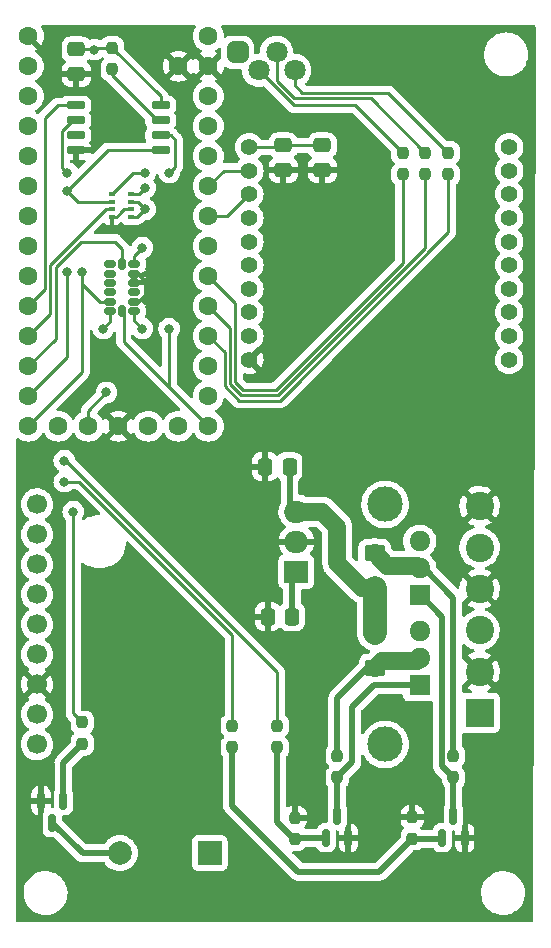
<source format=gtl>
%TF.GenerationSoftware,KiCad,Pcbnew,(6.0.0-0)*%
%TF.CreationDate,2022-03-19T17:52:42-04:00*%
%TF.ProjectId,Bull Space_ Des by Sheenyl Hassan,42756c6c-2053-4706-9163-655f20446573,rev?*%
%TF.SameCoordinates,Original*%
%TF.FileFunction,Copper,L1,Top*%
%TF.FilePolarity,Positive*%
%FSLAX46Y46*%
G04 Gerber Fmt 4.6, Leading zero omitted, Abs format (unit mm)*
G04 Created by KiCad (PCBNEW (6.0.0-0)) date 2022-03-19 17:52:42*
%MOMM*%
%LPD*%
G01*
G04 APERTURE LIST*
G04 Aperture macros list*
%AMRoundRect*
0 Rectangle with rounded corners*
0 $1 Rounding radius*
0 $2 $3 $4 $5 $6 $7 $8 $9 X,Y pos of 4 corners*
0 Add a 4 corners polygon primitive as box body*
4,1,4,$2,$3,$4,$5,$6,$7,$8,$9,$2,$3,0*
0 Add four circle primitives for the rounded corners*
1,1,$1+$1,$2,$3*
1,1,$1+$1,$4,$5*
1,1,$1+$1,$6,$7*
1,1,$1+$1,$8,$9*
0 Add four rect primitives between the rounded corners*
20,1,$1+$1,$2,$3,$4,$5,0*
20,1,$1+$1,$4,$5,$6,$7,0*
20,1,$1+$1,$6,$7,$8,$9,0*
20,1,$1+$1,$8,$9,$2,$3,0*%
G04 Aperture macros list end*
%TA.AperFunction,SMDPad,CuDef*%
%ADD10RoundRect,0.150000X0.325000X0.150000X-0.325000X0.150000X-0.325000X-0.150000X0.325000X-0.150000X0*%
%TD*%
%TA.AperFunction,SMDPad,CuDef*%
%ADD11RoundRect,0.150000X0.150000X0.325000X-0.150000X0.325000X-0.150000X-0.325000X0.150000X-0.325000X0*%
%TD*%
%TA.AperFunction,SMDPad,CuDef*%
%ADD12RoundRect,0.150000X-0.650000X-0.150000X0.650000X-0.150000X0.650000X0.150000X-0.650000X0.150000X0*%
%TD*%
%TA.AperFunction,SMDPad,CuDef*%
%ADD13RoundRect,0.250000X0.337500X0.475000X-0.337500X0.475000X-0.337500X-0.475000X0.337500X-0.475000X0*%
%TD*%
%TA.AperFunction,ComponentPad*%
%ADD14R,2.000000X1.905000*%
%TD*%
%TA.AperFunction,ComponentPad*%
%ADD15O,2.000000X1.905000*%
%TD*%
%TA.AperFunction,SMDPad,CuDef*%
%ADD16RoundRect,0.237500X-0.237500X0.250000X-0.237500X-0.250000X0.237500X-0.250000X0.237500X0.250000X0*%
%TD*%
%TA.AperFunction,ComponentPad*%
%ADD17C,1.397000*%
%TD*%
%TA.AperFunction,SMDPad,CuDef*%
%ADD18R,0.500000X0.350000*%
%TD*%
%TA.AperFunction,ComponentPad*%
%ADD19C,1.600000*%
%TD*%
%TA.AperFunction,WasherPad*%
%ADD20C,3.000000*%
%TD*%
%TA.AperFunction,ComponentPad*%
%ADD21C,1.700000*%
%TD*%
%TA.AperFunction,SMDPad,CuDef*%
%ADD22RoundRect,0.250000X-0.475000X0.337500X-0.475000X-0.337500X0.475000X-0.337500X0.475000X0.337500X0*%
%TD*%
%TA.AperFunction,SMDPad,CuDef*%
%ADD23RoundRect,0.250001X-0.624999X0.462499X-0.624999X-0.462499X0.624999X-0.462499X0.624999X0.462499X0*%
%TD*%
%TA.AperFunction,ComponentPad*%
%ADD24R,1.800000X1.717500*%
%TD*%
%TA.AperFunction,ComponentPad*%
%ADD25O,1.800000X1.717500*%
%TD*%
%TA.AperFunction,SMDPad,CuDef*%
%ADD26RoundRect,0.150000X-0.150000X0.587500X-0.150000X-0.587500X0.150000X-0.587500X0.150000X0.587500X0*%
%TD*%
%TA.AperFunction,SMDPad,CuDef*%
%ADD27RoundRect,0.250000X0.475000X-0.337500X0.475000X0.337500X-0.475000X0.337500X-0.475000X-0.337500X0*%
%TD*%
%TA.AperFunction,ComponentPad*%
%ADD28R,2.400000X2.400000*%
%TD*%
%TA.AperFunction,ComponentPad*%
%ADD29C,2.400000*%
%TD*%
%TA.AperFunction,ComponentPad*%
%ADD30R,2.000000X2.000000*%
%TD*%
%TA.AperFunction,ComponentPad*%
%ADD31C,2.000000*%
%TD*%
%TA.AperFunction,SMDPad,CuDef*%
%ADD32RoundRect,0.237500X0.237500X-0.250000X0.237500X0.250000X-0.237500X0.250000X-0.237500X-0.250000X0*%
%TD*%
%TA.AperFunction,SMDPad,CuDef*%
%ADD33RoundRect,0.150000X0.150000X-0.587500X0.150000X0.587500X-0.150000X0.587500X-0.150000X-0.587500X0*%
%TD*%
%TA.AperFunction,ComponentPad*%
%ADD34RoundRect,0.450000X-0.450000X-0.450000X0.450000X-0.450000X0.450000X0.450000X-0.450000X0.450000X0*%
%TD*%
%TA.AperFunction,ComponentPad*%
%ADD35C,1.800000*%
%TD*%
%TA.AperFunction,SMDPad,CuDef*%
%ADD36RoundRect,0.250001X0.624999X-0.462499X0.624999X0.462499X-0.624999X0.462499X-0.624999X-0.462499X0*%
%TD*%
%TA.AperFunction,ViaPad*%
%ADD37C,0.800000*%
%TD*%
%TA.AperFunction,Conductor*%
%ADD38C,0.250000*%
%TD*%
%TA.AperFunction,Conductor*%
%ADD39C,0.500000*%
%TD*%
%TA.AperFunction,Conductor*%
%ADD40C,1.500000*%
%TD*%
%TA.AperFunction,Conductor*%
%ADD41C,2.000000*%
%TD*%
G04 APERTURE END LIST*
D10*
%TO.P,U3,1,Vdd_I/O*%
%TO.N,+3V3*%
X82500000Y-88750000D03*
%TO.P,U3,2,GND*%
%TO.N,GND*%
X82500000Y-87950000D03*
%TO.P,U3,3,RES*%
%TO.N,unconnected-(U3-Pad3)*%
X82500000Y-87150000D03*
%TO.P,U3,4,GND*%
%TO.N,GND*%
X82500000Y-86350000D03*
%TO.P,U3,5,GND*%
X82500000Y-85550000D03*
%TO.P,U3,6,Vs*%
%TO.N,+3V3*%
X82500000Y-84750000D03*
D11*
%TO.P,U3,7,~{CS}*%
%TO.N,/SPI.ADXL-CS*%
X81500000Y-84750000D03*
D10*
%TO.P,U3,8,INT1*%
%TO.N,unconnected-(U3-Pad8)*%
X80500000Y-84750000D03*
%TO.P,U3,9,INT2*%
%TO.N,unconnected-(U3-Pad9)*%
X80500000Y-85550000D03*
%TO.P,U3,10,NC*%
%TO.N,unconnected-(U3-Pad10)*%
X80500000Y-86350000D03*
%TO.P,U3,11,RES*%
%TO.N,unconnected-(U3-Pad11)*%
X80500000Y-87150000D03*
%TO.P,U3,12,SDO/ADDR*%
%TO.N,/SPI.MISO*%
X80500000Y-87950000D03*
%TO.P,U3,13,SDA/SDI/SDIO*%
%TO.N,/SPI.MOSI*%
X80500000Y-88750000D03*
D11*
%TO.P,U3,14,SCL/SCLK*%
%TO.N,/SPI.SCK*%
X81500000Y-88750000D03*
%TD*%
D12*
%TO.P,U6,1,~{CS}*%
%TO.N,/SPI.FL-CS*%
X77558000Y-71293000D03*
%TO.P,U6,2,DO(IO1)*%
%TO.N,/SPI.MISO*%
X77558000Y-72563000D03*
%TO.P,U6,3,IO2*%
%TO.N,unconnected-(U6-Pad3)*%
X77558000Y-73833000D03*
%TO.P,U6,4,GND*%
%TO.N,GND*%
X77558000Y-75103000D03*
%TO.P,U6,5,DI(IO0)*%
%TO.N,/SPI.MOSI*%
X84758000Y-75103000D03*
%TO.P,U6,6,CLK*%
%TO.N,/SPI.SCK*%
X84758000Y-73833000D03*
%TO.P,U6,7,IO3*%
%TO.N,Net-(R1-Pad2)*%
X84758000Y-72563000D03*
%TO.P,U6,8,VCC*%
%TO.N,+3V3*%
X84758000Y-71293000D03*
%TD*%
D13*
%TO.P,C1,1*%
%TO.N,+BATT*%
X95657500Y-101900000D03*
%TO.P,C1,2*%
%TO.N,GND*%
X93582500Y-101900000D03*
%TD*%
%TO.P,C5,1*%
%TO.N,+3V3*%
X95890000Y-114600000D03*
%TO.P,C5,2*%
%TO.N,GND*%
X93815000Y-114600000D03*
%TD*%
D14*
%TO.P,U1,1,VOUT*%
%TO.N,+3V3*%
X96230000Y-110790000D03*
D15*
%TO.P,U1,2,GND*%
%TO.N,GND*%
X96230000Y-108250000D03*
%TO.P,U1,3,VIN*%
%TO.N,+BATT*%
X96230000Y-105710000D03*
%TD*%
D16*
%TO.P,R1,1*%
%TO.N,+3V3*%
X80650000Y-66443500D03*
%TO.P,R1,2*%
%TO.N,Net-(R1-Pad2)*%
X80650000Y-68268500D03*
%TD*%
D17*
%TO.P,IC2,1,VCC*%
%TO.N,+3V3*%
X92249260Y-74840000D03*
%TO.P,IC2,2,DOUT*%
%TO.N,/XBEE.TX*%
X92249260Y-76838980D03*
%TO.P,IC2,3,DIN/~{CONFIG}*%
%TO.N,/XBEE.RX*%
X92249260Y-78840500D03*
%TO.P,IC2,4,SPI_MISO*%
%TO.N,unconnected-(IC2-Pad4)*%
X92249260Y-80839480D03*
%TO.P,IC2,5,~{RESET}*%
%TO.N,unconnected-(IC2-Pad5)*%
X92249260Y-82841000D03*
%TO.P,IC2,6,PWM0/RSSI/PWM*%
%TO.N,unconnected-(IC2-Pad6)*%
X92249260Y-84839980D03*
%TO.P,IC2,7,PWM1*%
%TO.N,unconnected-(IC2-Pad7)*%
X92249260Y-86838960D03*
%TO.P,IC2,8,[RESERVED]*%
%TO.N,unconnected-(IC2-Pad8)*%
X92249260Y-88840480D03*
%TO.P,IC2,9,DI8/SLEEP_RQ/~{DTR}*%
%TO.N,unconnected-(IC2-Pad9)*%
X92249260Y-90839460D03*
%TO.P,IC2,10,GND*%
%TO.N,GND*%
X92249260Y-92840980D03*
%TO.P,IC2,11,DIO4/SPI_MOSI*%
%TO.N,unconnected-(IC2-Pad11)*%
X114250740Y-92840980D03*
%TO.P,IC2,12,DIO7/~{CTS}*%
%TO.N,unconnected-(IC2-Pad12)*%
X114250740Y-90839460D03*
%TO.P,IC2,13,ON/~{SLEEP}*%
%TO.N,unconnected-(IC2-Pad13)*%
X114250740Y-88840480D03*
%TO.P,IC2,14,VREF*%
%TO.N,unconnected-(IC2-Pad14)*%
X114250740Y-86838960D03*
%TO.P,IC2,15,DIO5/ASSOC*%
%TO.N,unconnected-(IC2-Pad15)*%
X114250740Y-84839980D03*
%TO.P,IC2,16,DIO6/~{RTS}*%
%TO.N,unconnected-(IC2-Pad16)*%
X114250740Y-82841000D03*
%TO.P,IC2,17,DIO3/AD3/SPI_SSEL*%
%TO.N,unconnected-(IC2-Pad17)*%
X114250740Y-80839480D03*
%TO.P,IC2,18,DIO2/AD2/SPI_CLK*%
%TO.N,unconnected-(IC2-Pad18)*%
X114250740Y-78840500D03*
%TO.P,IC2,19,DIO1/AD1/SPI_ATTN*%
%TO.N,unconnected-(IC2-Pad19)*%
X114250740Y-76838980D03*
%TO.P,IC2,20,DIO0/AD0*%
%TO.N,unconnected-(IC2-Pad20)*%
X114250740Y-74840000D03*
%TD*%
D18*
%TO.P,U4,1,GND*%
%TO.N,GND*%
X80612000Y-80777000D03*
%TO.P,U4,2,CSB*%
%TO.N,/SPI.BMP-CS*%
X80612000Y-80127000D03*
%TO.P,U4,3,SDI*%
%TO.N,/SPI.MOSI*%
X80612000Y-79477000D03*
%TO.P,U4,4,SCK*%
%TO.N,/SPI.SCK*%
X80612000Y-78827000D03*
%TO.P,U4,5,SDO*%
%TO.N,/SPI.MISO*%
X82212000Y-78827000D03*
%TO.P,U4,6,VDDIO*%
%TO.N,+3V3*%
X82212000Y-79477000D03*
%TO.P,U4,7,GND*%
%TO.N,GND*%
X82212000Y-80127000D03*
%TO.P,U4,8,VDD*%
%TO.N,+3V3*%
X82212000Y-80777000D03*
%TD*%
D19*
%TO.P,IC1,1,GND_1*%
%TO.N,GND*%
X73540000Y-65450000D03*
%TO.P,IC1,2,0*%
%TO.N,unconnected-(IC1-Pad2)*%
X73540000Y-67990000D03*
%TO.P,IC1,3,1*%
%TO.N,unconnected-(IC1-Pad3)*%
X73540000Y-70530000D03*
%TO.P,IC1,4,2*%
%TO.N,unconnected-(IC1-Pad4)*%
X73540000Y-73070000D03*
%TO.P,IC1,5,3*%
%TO.N,unconnected-(IC1-Pad5)*%
X73540000Y-75610000D03*
%TO.P,IC1,6,4*%
%TO.N,unconnected-(IC1-Pad6)*%
X73540000Y-78150000D03*
%TO.P,IC1,7,5*%
%TO.N,BUZZER*%
X73540000Y-80690000D03*
%TO.P,IC1,8,6*%
%TO.N,/ACT1*%
X73540000Y-83230000D03*
%TO.P,IC1,9,7*%
%TO.N,/ACT2*%
X73540000Y-85770000D03*
%TO.P,IC1,10,8*%
%TO.N,/SPI.FL-CS*%
X73540000Y-88310000D03*
%TO.P,IC1,11,9*%
%TO.N,/SPI.BMP-CS*%
X73540000Y-90850000D03*
%TO.P,IC1,12,10*%
%TO.N,/SPI.ADXL-CS*%
X73540000Y-93390000D03*
%TO.P,IC1,13,11*%
%TO.N,/SPI.MOSI*%
X73540000Y-95930000D03*
%TO.P,IC1,14,12*%
%TO.N,/SPI.MISO*%
X73540000Y-98470000D03*
%TO.P,IC1,15,VBAT*%
%TO.N,unconnected-(IC1-Pad15)*%
X76080000Y-98470000D03*
%TO.P,IC1,16,3.3V*%
%TO.N,+3V3*%
X78620000Y-98470000D03*
%TO.P,IC1,17,GND_2*%
%TO.N,GND*%
X81160000Y-98470000D03*
%TO.P,IC1,18,PROGRAM*%
%TO.N,unconnected-(IC1-Pad18)*%
X83700000Y-98470000D03*
%TO.P,IC1,19,ON/OFF*%
%TO.N,unconnected-(IC1-Pad19)*%
X86240000Y-98470000D03*
%TO.P,IC1,20,13*%
%TO.N,/SPI.SCK*%
X88780000Y-98470000D03*
%TO.P,IC1,21,14*%
%TO.N,/GPS.RX*%
X88780000Y-95930000D03*
%TO.P,IC1,22,15*%
%TO.N,/GPS.TX*%
X88780000Y-93390000D03*
%TO.P,IC1,23,16*%
%TO.N,LED-R*%
X88780000Y-90850000D03*
%TO.P,IC1,24,17*%
%TO.N,LED-G*%
X88780000Y-88310000D03*
%TO.P,IC1,25,18*%
%TO.N,LED-B*%
X88780000Y-85770000D03*
%TO.P,IC1,26,19*%
%TO.N,unconnected-(IC1-Pad26)*%
X88780000Y-83230000D03*
%TO.P,IC1,27,20*%
%TO.N,/XBEE.RX*%
X88780000Y-80690000D03*
%TO.P,IC1,28,21*%
%TO.N,/XBEE.TX*%
X88780000Y-78150000D03*
%TO.P,IC1,29,22*%
%TO.N,unconnected-(IC1-Pad29)*%
X88780000Y-75610000D03*
%TO.P,IC1,30,23*%
%TO.N,unconnected-(IC1-Pad30)*%
X88780000Y-73070000D03*
%TO.P,IC1,31,3.3V(250_MA_MAX)*%
%TO.N,+3V3*%
X88780000Y-70530000D03*
%TO.P,IC1,32,GND_3*%
%TO.N,GND*%
X88780000Y-67990000D03*
%TO.P,IC1,33,VIN_(3.6_TO_5.5_VOLTS)*%
%TO.N,unconnected-(IC1-Pad33)*%
X88780000Y-65450000D03*
%TO.P,IC1,34,GND_4*%
%TO.N,GND*%
X86240000Y-67990000D03*
%TD*%
D16*
%TO.P,R4,1*%
%TO.N,Net-(D1-Pad2)*%
X105260000Y-75333500D03*
%TO.P,R4,2*%
%TO.N,LED-B*%
X105260000Y-77158500D03*
%TD*%
D20*
%TO.P,U2,*%
%TO.N,*%
X103746000Y-105090000D03*
X103746000Y-125410000D03*
D21*
%TO.P,U2,1,3V3*%
%TO.N,unconnected-(U2-Pad1)*%
X74282000Y-105090000D03*
%TO.P,U2,2,EN*%
%TO.N,unconnected-(U2-Pad2)*%
X74282000Y-107630000D03*
%TO.P,U2,3,VBAT*%
%TO.N,unconnected-(U2-Pad3)*%
X74282000Y-110170000D03*
%TO.P,U2,4,FIX*%
%TO.N,unconnected-(U2-Pad4)*%
X74282000Y-112710000D03*
%TO.P,U2,5,TX*%
%TO.N,/GPS.TX*%
X74282000Y-115250000D03*
%TO.P,U2,6,RX*%
%TO.N,/GPS.RX*%
X74282000Y-117790000D03*
%TO.P,U2,7,GND*%
%TO.N,GND*%
X74282000Y-120330000D03*
%TO.P,U2,8,VIN*%
%TO.N,+3V3*%
X74282000Y-122870000D03*
%TO.P,U2,9,PPS*%
%TO.N,unconnected-(U2-Pad9)*%
X74282000Y-125410000D03*
%TD*%
D16*
%TO.P,R6,1*%
%TO.N,/ACT1*%
X94620000Y-123847500D03*
%TO.P,R6,2*%
%TO.N,Net-(Q2-Pad1)*%
X94620000Y-125672500D03*
%TD*%
D22*
%TO.P,C2,1*%
%TO.N,+3V3*%
X98430000Y-74700500D03*
%TO.P,C2,2*%
%TO.N,GND*%
X98430000Y-76775500D03*
%TD*%
D23*
%TO.P,F1,1*%
%TO.N,+BATT*%
X102910000Y-115972500D03*
%TO.P,F1,2*%
%TO.N,Net-(F1-Pad2)*%
X102910000Y-118947500D03*
%TD*%
D22*
%TO.P,C4,1*%
%TO.N,+3V3*%
X95128000Y-74700500D03*
%TO.P,C4,2*%
%TO.N,GND*%
X95128000Y-76775500D03*
%TD*%
D24*
%TO.P,Q1,1,G*%
%TO.N,Net-(Q1-Pad1)*%
X106680000Y-120400000D03*
D25*
%TO.P,Q1,2,S*%
%TO.N,Net-(F1-Pad2)*%
X106680000Y-118110000D03*
%TO.P,Q1,3,D*%
%TO.N,/DROGUE_POW*%
X106680000Y-115820000D03*
%TD*%
D26*
%TO.P,Q4,1,G*%
%TO.N,Net-(Q4-Pad1)*%
X76520000Y-130172500D03*
%TO.P,Q4,2,S*%
%TO.N,GND*%
X74620000Y-130172500D03*
%TO.P,Q4,3,D*%
%TO.N,Net-(BZ1-Pad2)*%
X75570000Y-132047500D03*
%TD*%
D24*
%TO.P,Q5,1,G*%
%TO.N,Net-(Q3-Pad3)*%
X106680000Y-112780000D03*
D25*
%TO.P,Q5,2,S*%
%TO.N,Net-(F2-Pad2)*%
X106680000Y-110490000D03*
%TO.P,Q5,3,D*%
%TO.N,/MAIN_POW*%
X106680000Y-108200000D03*
%TD*%
D27*
%TO.P,C3,1*%
%TO.N,GND*%
X77602000Y-68647500D03*
%TO.P,C3,2*%
%TO.N,+3V3*%
X77602000Y-66572500D03*
%TD*%
D16*
%TO.P,R5,1*%
%TO.N,/ACT2*%
X90810000Y-123847500D03*
%TO.P,R5,2*%
%TO.N,Net-(Q3-Pad1)*%
X90810000Y-125672500D03*
%TD*%
D28*
%TO.P,J1,1,Pin_1*%
%TO.N,+BATT*%
X111750000Y-122750000D03*
D29*
%TO.P,J1,2,Pin_2*%
%TO.N,GND*%
X111750000Y-119250000D03*
%TO.P,J1,3,Pin_3*%
%TO.N,/DROGUE_POW*%
X111750000Y-115750000D03*
%TO.P,J1,4,Pin_4*%
%TO.N,GND*%
X111750000Y-112250000D03*
%TO.P,J1,5,Pin_5*%
%TO.N,/MAIN_POW*%
X111750000Y-108750000D03*
%TO.P,J1,6,Pin_6*%
%TO.N,GND*%
X111750000Y-105250000D03*
%TD*%
D30*
%TO.P,BZ1,1,-*%
%TO.N,+3V3*%
X88900000Y-134620000D03*
D31*
%TO.P,BZ1,2,+*%
%TO.N,Net-(BZ1-Pad2)*%
X81300000Y-134620000D03*
%TD*%
D16*
%TO.P,R12,1*%
%TO.N,Net-(F2-Pad2)*%
X109540000Y-126387500D03*
%TO.P,R12,2*%
%TO.N,Net-(Q3-Pad3)*%
X109540000Y-128212500D03*
%TD*%
D32*
%TO.P,R7,1*%
%TO.N,Net-(Q4-Pad1)*%
X78110000Y-125372500D03*
%TO.P,R7,2*%
%TO.N,BUZZER*%
X78110000Y-123547500D03*
%TD*%
D33*
%TO.P,Q3,1,G*%
%TO.N,Net-(Q3-Pad1)*%
X108590000Y-133317500D03*
%TO.P,Q3,2,S*%
%TO.N,GND*%
X110490000Y-133317500D03*
%TO.P,Q3,3,D*%
%TO.N,Net-(Q3-Pad3)*%
X109540000Y-131442500D03*
%TD*%
D32*
%TO.P,R8,1*%
%TO.N,Net-(Q2-Pad1)*%
X96144000Y-133443000D03*
%TO.P,R8,2*%
%TO.N,GND*%
X96144000Y-131618000D03*
%TD*%
D16*
%TO.P,R2,1*%
%TO.N,Net-(D1-Pad4)*%
X109098000Y-75333500D03*
%TO.P,R2,2*%
%TO.N,LED-R*%
X109098000Y-77158500D03*
%TD*%
D34*
%TO.P,D1,1,A*%
%TO.N,+3V3*%
X91260000Y-66810000D03*
D35*
%TO.P,D1,2,BK*%
%TO.N,Net-(D1-Pad2)*%
X93038000Y-68334000D03*
%TO.P,D1,3,GK*%
%TO.N,Net-(D1-Pad3)*%
X94562000Y-66810000D03*
%TO.P,D1,4,RK*%
%TO.N,Net-(D1-Pad4)*%
X96086000Y-68334000D03*
%TD*%
D32*
%TO.P,R10,1*%
%TO.N,Net-(Q3-Pad1)*%
X106050000Y-133396000D03*
%TO.P,R10,2*%
%TO.N,GND*%
X106050000Y-131571000D03*
%TD*%
D33*
%TO.P,Q2,1,G*%
%TO.N,Net-(Q2-Pad1)*%
X98750000Y-133317500D03*
%TO.P,Q2,2,S*%
%TO.N,GND*%
X100650000Y-133317500D03*
%TO.P,Q2,3,D*%
%TO.N,Net-(Q1-Pad1)*%
X99700000Y-131442500D03*
%TD*%
D16*
%TO.P,R9,1*%
%TO.N,Net-(F1-Pad2)*%
X99700000Y-126387500D03*
%TO.P,R9,2*%
%TO.N,Net-(Q1-Pad1)*%
X99700000Y-128212500D03*
%TD*%
%TO.P,R3,1*%
%TO.N,Net-(D1-Pad3)*%
X107160000Y-75333500D03*
%TO.P,R3,2*%
%TO.N,LED-G*%
X107160000Y-77158500D03*
%TD*%
D36*
%TO.P,F2,1*%
%TO.N,+BATT*%
X102870000Y-112197500D03*
%TO.P,F2,2*%
%TO.N,Net-(F2-Pad2)*%
X102870000Y-109222500D03*
%TD*%
D37*
%TO.N,GND*%
X96660000Y-119110000D03*
X102860000Y-128710000D03*
X99760000Y-95510000D03*
%TO.N,/SPI.MOSI*%
X79888000Y-90216000D03*
X76840000Y-78532000D03*
X76840000Y-85390000D03*
%TO.N,+3V3*%
X83444000Y-80110000D03*
X83190000Y-83358000D03*
X79126000Y-66594000D03*
X83190000Y-90216000D03*
X80160000Y-95610000D03*
%TO.N,/SPI.MISO*%
X78110000Y-85390000D03*
X83444000Y-78278000D03*
X76840000Y-77008000D03*
%TO.N,/SPI.SCK*%
X83444000Y-77008000D03*
X85481299Y-77013299D03*
X85460000Y-90216000D03*
%TO.N,BUZZER*%
X77348000Y-105710000D03*
%TO.N,/ACT1*%
X76586000Y-101392000D03*
%TO.N,/ACT2*%
X76586000Y-103170000D03*
%TD*%
D38*
%TO.N,Net-(D1-Pad4)*%
X96086000Y-68334000D02*
X96086000Y-69606792D01*
X96086000Y-69606792D02*
X96744829Y-70265621D01*
X104030121Y-70265621D02*
X109098000Y-75333500D01*
X96744829Y-70265621D02*
X104030121Y-70265621D01*
%TO.N,Net-(D1-Pad3)*%
X94562000Y-66810000D02*
X94562000Y-69222282D01*
X96054859Y-70715141D02*
X102541641Y-70715141D01*
X102541641Y-70715141D02*
X107160000Y-75333500D01*
X94562000Y-69222282D02*
X96054859Y-70715141D01*
%TO.N,Net-(D1-Pad2)*%
X101236500Y-71310000D02*
X105260000Y-75333500D01*
X93038000Y-68334000D02*
X96014000Y-71310000D01*
X96014000Y-71310000D02*
X101236500Y-71310000D01*
%TO.N,GND*%
X81310000Y-80460000D02*
X81660000Y-80110000D01*
X83388000Y-86350000D02*
X83444000Y-86406000D01*
X83444000Y-86152000D02*
X83444000Y-86406000D01*
X83444000Y-87352072D02*
X82846072Y-87950000D01*
X93815000Y-116265000D02*
X96660000Y-119110000D01*
X81210000Y-80560000D02*
X81310000Y-80460000D01*
X81677000Y-80127000D02*
X82212000Y-80127000D01*
X80612000Y-80777000D02*
X80993000Y-80777000D01*
X80993000Y-80777000D02*
X81210000Y-80560000D01*
X82846072Y-87950000D02*
X82500000Y-87950000D01*
X83444000Y-86406000D02*
X83444000Y-87352072D01*
X93815000Y-114600000D02*
X93815000Y-116265000D01*
X82842000Y-85550000D02*
X83444000Y-86152000D01*
X82500000Y-86350000D02*
X83388000Y-86350000D01*
X82500000Y-85550000D02*
X82842000Y-85550000D01*
X81660000Y-80110000D02*
X81677000Y-80127000D01*
%TO.N,/SPI.FL-CS*%
X76077000Y-71293000D02*
X77558000Y-71293000D01*
X73540000Y-88310000D02*
X74960000Y-86890000D01*
X74960000Y-72410000D02*
X76077000Y-71293000D01*
X74960000Y-86890000D02*
X74960000Y-72410000D01*
%TO.N,/SPI.BMP-CS*%
X75409520Y-88980480D02*
X75409520Y-84829480D01*
X80112000Y-80127000D02*
X80612000Y-80127000D01*
X73540000Y-90850000D02*
X75409520Y-88980480D01*
X75409520Y-84829480D02*
X80112000Y-80127000D01*
%TO.N,/SPI.ADXL-CS*%
X75859040Y-91070960D02*
X73540000Y-93390000D01*
X78024718Y-82850000D02*
X75859040Y-85015678D01*
X81500000Y-83446000D02*
X80904000Y-82850000D01*
X80904000Y-82850000D02*
X78024718Y-82850000D01*
X81500000Y-84750000D02*
X81500000Y-83446000D01*
X75859040Y-85015678D02*
X75859040Y-91070960D01*
%TO.N,/SPI.MOSI*%
X80612000Y-79477000D02*
X77785000Y-79477000D01*
X76840000Y-92630000D02*
X73540000Y-95930000D01*
X80269000Y-75103000D02*
X84758000Y-75103000D01*
X76840000Y-78532000D02*
X80269000Y-75103000D01*
X80500000Y-89604000D02*
X79888000Y-90216000D01*
X76840000Y-85390000D02*
X76840000Y-92630000D01*
X80500000Y-88750000D02*
X80500000Y-89604000D01*
X77785000Y-79477000D02*
X76840000Y-78532000D01*
%TO.N,Net-(R1-Pad2)*%
X84436500Y-72563000D02*
X84758000Y-72563000D01*
X80650000Y-68776500D02*
X84436500Y-72563000D01*
X80650000Y-68268500D02*
X80650000Y-68776500D01*
%TO.N,+3V3*%
X83190000Y-90216000D02*
X82500000Y-89526000D01*
X80650000Y-66443500D02*
X84758000Y-70551500D01*
X82212000Y-79477000D02*
X82811000Y-79477000D01*
X77602000Y-66572500D02*
X79104500Y-66572500D01*
D39*
X95890000Y-114600000D02*
X95890000Y-111130000D01*
D38*
X79276500Y-66443500D02*
X79126000Y-66594000D01*
D39*
X95890000Y-111130000D02*
X96230000Y-110790000D01*
D38*
X82777000Y-80777000D02*
X83444000Y-80110000D01*
X82500000Y-89526000D02*
X82500000Y-88750000D01*
X78620000Y-98470000D02*
X78620000Y-97150000D01*
X80650000Y-66443500D02*
X79276500Y-66443500D01*
X83190000Y-83358000D02*
X82500000Y-84048000D01*
X92249260Y-74840000D02*
X94988500Y-74840000D01*
X79104500Y-66572500D02*
X79126000Y-66594000D01*
X94988500Y-74840000D02*
X95128000Y-74700500D01*
X82811000Y-79477000D02*
X83444000Y-80110000D01*
X82500000Y-84048000D02*
X82500000Y-84750000D01*
X78620000Y-97150000D02*
X80160000Y-95610000D01*
X82212000Y-80777000D02*
X82777000Y-80777000D01*
X84758000Y-70551500D02*
X84758000Y-71293000D01*
X98430000Y-74700500D02*
X95128000Y-74700500D01*
D39*
%TO.N,Net-(BZ1-Pad2)*%
X78142500Y-134620000D02*
X81300000Y-134620000D01*
X75570000Y-132047500D02*
X78142500Y-134620000D01*
D38*
%TO.N,/SPI.MISO*%
X77558000Y-72563000D02*
X77356928Y-72563000D01*
X78110000Y-85390000D02*
X78110000Y-86406000D01*
X77356928Y-72563000D02*
X76433480Y-73486448D01*
X76433480Y-73486448D02*
X76433480Y-76601480D01*
X82895000Y-78827000D02*
X83444000Y-78278000D01*
X80500000Y-87950000D02*
X79654000Y-87950000D01*
X78110000Y-93900000D02*
X73540000Y-98470000D01*
X78110000Y-86406000D02*
X78110000Y-93900000D01*
X82212000Y-78827000D02*
X82895000Y-78827000D01*
X76433480Y-76601480D02*
X76840000Y-77008000D01*
X79654000Y-87950000D02*
X78110000Y-86406000D01*
%TO.N,/SPI.SCK*%
X85984000Y-74214000D02*
X85603000Y-73833000D01*
X81620000Y-91310000D02*
X85440000Y-95130000D01*
X81620000Y-88870000D02*
X81500000Y-88750000D01*
X85984000Y-76510598D02*
X85984000Y-74214000D01*
X82431000Y-77008000D02*
X80612000Y-78827000D01*
X85460000Y-90216000D02*
X85460000Y-95110000D01*
X85440000Y-95130000D02*
X88780000Y-98470000D01*
X85481299Y-77013299D02*
X85984000Y-76510598D01*
X85603000Y-73833000D02*
X84758000Y-73833000D01*
X85460000Y-95110000D02*
X85440000Y-95130000D01*
X81620000Y-91310000D02*
X81620000Y-88870000D01*
X83444000Y-77008000D02*
X82431000Y-77008000D01*
%TO.N,/XBEE.RX*%
X92249260Y-78840500D02*
X90399760Y-80690000D01*
X90399760Y-80690000D02*
X88780000Y-80690000D01*
%TO.N,/XBEE.TX*%
X92249260Y-76838980D02*
X90091020Y-76838980D01*
X90091020Y-76838980D02*
X88780000Y-78150000D01*
%TO.N,BUZZER*%
X78110000Y-123547500D02*
X77348000Y-122785500D01*
X77348000Y-122785500D02*
X77348000Y-105710000D01*
D40*
%TO.N,Net-(F1-Pad2)*%
X102910000Y-118947500D02*
X103530000Y-118327500D01*
D39*
X102250000Y-118947500D02*
X102910000Y-118947500D01*
D40*
X103530000Y-118327500D02*
X106462500Y-118327500D01*
D39*
X99700000Y-121497500D02*
X102250000Y-118947500D01*
D40*
X106462500Y-118327500D02*
X106680000Y-118110000D01*
D39*
X99700000Y-126387500D02*
X99700000Y-121497500D01*
D38*
%TO.N,LED-B*%
X94487604Y-95410960D02*
X91732396Y-95410960D01*
X105260000Y-84638564D02*
X94487604Y-95410960D01*
X91060000Y-94738564D02*
X91060000Y-88050000D01*
X91732396Y-95410960D02*
X91060000Y-94738564D01*
X91060000Y-88050000D02*
X88780000Y-85770000D01*
X105260000Y-77158500D02*
X105260000Y-84638564D01*
%TO.N,LED-G*%
X107160000Y-77158500D02*
X107160000Y-83374282D01*
X91546198Y-95860480D02*
X90610480Y-94924762D01*
X107160000Y-83374282D02*
X94673802Y-95860480D01*
X90610480Y-94924762D02*
X90610480Y-90140480D01*
X94673802Y-95860480D02*
X91546198Y-95860480D01*
X90610480Y-90140480D02*
X88780000Y-88310000D01*
%TO.N,LED-R*%
X109098000Y-82072000D02*
X94860000Y-96310000D01*
X109098000Y-77158500D02*
X109098000Y-82072000D01*
X94860000Y-96310000D02*
X91360000Y-96310000D01*
X90160960Y-92230960D02*
X88780000Y-90850000D01*
X90160960Y-95110960D02*
X90160960Y-92230960D01*
X91360000Y-96310000D02*
X90160960Y-95110960D01*
D39*
%TO.N,Net-(F2-Pad2)*%
X109540000Y-112982228D02*
X107047772Y-110490000D01*
D40*
X103920000Y-110272500D02*
X106462500Y-110272500D01*
X106462500Y-110272500D02*
X106680000Y-110490000D01*
D39*
X107047772Y-110490000D02*
X106680000Y-110490000D01*
D40*
X102870000Y-109222500D02*
X103920000Y-110272500D01*
D39*
X109540000Y-126387500D02*
X109540000Y-112982228D01*
D40*
%TO.N,+BATT*%
X99700000Y-110077500D02*
X101820000Y-112197500D01*
X99700000Y-106980000D02*
X99700000Y-110077500D01*
D41*
X102870000Y-115932500D02*
X102910000Y-115972500D01*
D39*
X95657500Y-105137500D02*
X96230000Y-105710000D01*
D41*
X102870000Y-112197500D02*
X102870000Y-115932500D01*
D40*
X101820000Y-112197500D02*
X102870000Y-112197500D01*
X98430000Y-105710000D02*
X99700000Y-106980000D01*
X96230000Y-105710000D02*
X98430000Y-105710000D01*
D39*
X95657500Y-101900000D02*
X95657500Y-105137500D01*
D38*
%TO.N,/ACT1*%
X94620000Y-119289668D02*
X76722332Y-101392000D01*
X94620000Y-123847500D02*
X94620000Y-119289668D01*
X76722332Y-101392000D02*
X76586000Y-101392000D01*
%TO.N,/ACT2*%
X90810000Y-123847500D02*
X90810000Y-116115386D01*
X90810000Y-116115386D02*
X77864614Y-103170000D01*
X77864614Y-103170000D02*
X76586000Y-103170000D01*
D39*
%TO.N,Net-(Q1-Pad1)*%
X99700000Y-131442500D02*
X99700000Y-128212500D01*
X100970000Y-126942500D02*
X100970000Y-122220000D01*
X100970000Y-122220000D02*
X102790000Y-120400000D01*
X102790000Y-120400000D02*
X106680000Y-120400000D01*
X99700000Y-128212500D02*
X100970000Y-126942500D01*
%TO.N,Net-(Q2-Pad1)*%
X96269500Y-133317500D02*
X96144000Y-133443000D01*
X96040500Y-133443000D02*
X94620000Y-132022500D01*
X98750000Y-133317500D02*
X96269500Y-133317500D01*
X94620000Y-125672500D02*
X94620000Y-132022500D01*
X96144000Y-133443000D02*
X96040500Y-133443000D01*
%TO.N,Net-(Q3-Pad1)*%
X90810000Y-130602000D02*
X96398000Y-136190000D01*
X106050000Y-133396000D02*
X108511500Y-133396000D01*
X103256000Y-136190000D02*
X106050000Y-133396000D01*
X90810000Y-125672500D02*
X90810000Y-130602000D01*
X96398000Y-136190000D02*
X103256000Y-136190000D01*
X108511500Y-133396000D02*
X108590000Y-133317500D01*
%TO.N,Net-(Q3-Pad3)*%
X109540000Y-128212500D02*
X108590000Y-127262500D01*
X109540000Y-131442500D02*
X109540000Y-128212500D01*
X108590000Y-127262500D02*
X108590000Y-114600000D01*
X108590000Y-114600000D02*
X106770000Y-112780000D01*
X106770000Y-112780000D02*
X106680000Y-112780000D01*
%TO.N,Net-(Q4-Pad1)*%
X76520000Y-130172500D02*
X76520000Y-126962500D01*
X76520000Y-126962500D02*
X78110000Y-125372500D01*
%TD*%
%TA.AperFunction,Conductor*%
%TO.N,GND*%
G36*
X116432060Y-64528002D02*
G01*
X116478553Y-64581658D01*
X116489938Y-64634407D01*
X116245703Y-139858422D01*
X116244054Y-140366409D01*
X116223831Y-140434465D01*
X116170025Y-140480783D01*
X116118055Y-140492000D01*
X72634000Y-140492000D01*
X72565879Y-140471998D01*
X72519386Y-140418342D01*
X72508000Y-140366000D01*
X72508000Y-138042277D01*
X73137009Y-138042277D01*
X73162625Y-138310769D01*
X73163710Y-138315203D01*
X73163711Y-138315209D01*
X73225645Y-138568312D01*
X73226731Y-138572750D01*
X73327985Y-138822733D01*
X73464265Y-139055482D01*
X73467118Y-139059049D01*
X73584686Y-139206060D01*
X73632716Y-139266119D01*
X73829809Y-139450234D01*
X74051416Y-139603968D01*
X74055499Y-139605999D01*
X74055502Y-139606001D01*
X74171013Y-139663466D01*
X74292894Y-139724101D01*
X74297228Y-139725522D01*
X74297231Y-139725523D01*
X74544853Y-139806698D01*
X74544859Y-139806699D01*
X74549186Y-139808118D01*
X74553677Y-139808898D01*
X74553678Y-139808898D01*
X74811140Y-139853601D01*
X74811148Y-139853602D01*
X74814921Y-139854257D01*
X74818758Y-139854448D01*
X74898578Y-139858422D01*
X74898586Y-139858422D01*
X74900149Y-139858500D01*
X75068512Y-139858500D01*
X75070780Y-139858335D01*
X75070792Y-139858335D01*
X75201884Y-139848823D01*
X75269004Y-139843953D01*
X75273459Y-139842969D01*
X75273462Y-139842969D01*
X75527912Y-139786791D01*
X75527916Y-139786790D01*
X75532372Y-139785806D01*
X75658480Y-139738028D01*
X75780318Y-139691868D01*
X75780321Y-139691867D01*
X75784588Y-139690250D01*
X76020368Y-139559286D01*
X76234773Y-139395657D01*
X76423312Y-139202792D01*
X76582034Y-138984730D01*
X76665190Y-138826676D01*
X76705490Y-138750079D01*
X76705493Y-138750073D01*
X76707615Y-138746039D01*
X76770378Y-138568312D01*
X76795902Y-138496033D01*
X76795902Y-138496032D01*
X76797425Y-138491720D01*
X76849581Y-138227100D01*
X76858782Y-138042277D01*
X111887009Y-138042277D01*
X111912625Y-138310769D01*
X111913710Y-138315203D01*
X111913711Y-138315209D01*
X111975645Y-138568312D01*
X111976731Y-138572750D01*
X112077985Y-138822733D01*
X112214265Y-139055482D01*
X112217118Y-139059049D01*
X112334686Y-139206060D01*
X112382716Y-139266119D01*
X112579809Y-139450234D01*
X112801416Y-139603968D01*
X112805499Y-139605999D01*
X112805502Y-139606001D01*
X112921013Y-139663466D01*
X113042894Y-139724101D01*
X113047228Y-139725522D01*
X113047231Y-139725523D01*
X113294853Y-139806698D01*
X113294859Y-139806699D01*
X113299186Y-139808118D01*
X113303677Y-139808898D01*
X113303678Y-139808898D01*
X113561140Y-139853601D01*
X113561148Y-139853602D01*
X113564921Y-139854257D01*
X113568758Y-139854448D01*
X113648578Y-139858422D01*
X113648586Y-139858422D01*
X113650149Y-139858500D01*
X113818512Y-139858500D01*
X113820780Y-139858335D01*
X113820792Y-139858335D01*
X113951884Y-139848823D01*
X114019004Y-139843953D01*
X114023459Y-139842969D01*
X114023462Y-139842969D01*
X114277912Y-139786791D01*
X114277916Y-139786790D01*
X114282372Y-139785806D01*
X114408480Y-139738028D01*
X114530318Y-139691868D01*
X114530321Y-139691867D01*
X114534588Y-139690250D01*
X114770368Y-139559286D01*
X114984773Y-139395657D01*
X115173312Y-139202792D01*
X115332034Y-138984730D01*
X115415190Y-138826676D01*
X115455490Y-138750079D01*
X115455493Y-138750073D01*
X115457615Y-138746039D01*
X115520378Y-138568312D01*
X115545902Y-138496033D01*
X115545902Y-138496032D01*
X115547425Y-138491720D01*
X115599581Y-138227100D01*
X115608782Y-138042277D01*
X115612764Y-137962292D01*
X115612764Y-137962286D01*
X115612991Y-137957723D01*
X115587375Y-137689231D01*
X115542042Y-137503967D01*
X115524355Y-137431688D01*
X115523269Y-137427250D01*
X115422015Y-137177267D01*
X115288228Y-136948775D01*
X115288045Y-136948463D01*
X115288044Y-136948462D01*
X115285735Y-136944518D01*
X115166566Y-136795505D01*
X115120136Y-136737447D01*
X115120135Y-136737445D01*
X115117284Y-136733881D01*
X114920191Y-136549766D01*
X114698584Y-136396032D01*
X114694501Y-136394001D01*
X114694498Y-136393999D01*
X114529606Y-136311967D01*
X114457106Y-136275899D01*
X114452772Y-136274478D01*
X114452769Y-136274477D01*
X114205147Y-136193302D01*
X114205141Y-136193301D01*
X114200814Y-136191882D01*
X114196322Y-136191102D01*
X113938860Y-136146399D01*
X113938852Y-136146398D01*
X113935079Y-136145743D01*
X113923817Y-136145182D01*
X113851422Y-136141578D01*
X113851414Y-136141578D01*
X113849851Y-136141500D01*
X113681488Y-136141500D01*
X113679220Y-136141665D01*
X113679208Y-136141665D01*
X113548116Y-136151177D01*
X113480996Y-136156047D01*
X113476541Y-136157031D01*
X113476538Y-136157031D01*
X113222088Y-136213209D01*
X113222084Y-136213210D01*
X113217628Y-136214194D01*
X113091520Y-136261972D01*
X112969682Y-136308132D01*
X112969679Y-136308133D01*
X112965412Y-136309750D01*
X112729632Y-136440714D01*
X112515227Y-136604343D01*
X112326688Y-136797208D01*
X112167966Y-137015270D01*
X112165844Y-137019304D01*
X112044510Y-137249921D01*
X112044507Y-137249927D01*
X112042385Y-137253961D01*
X112040865Y-137258266D01*
X112040863Y-137258270D01*
X111954098Y-137503967D01*
X111952575Y-137508280D01*
X111900419Y-137772900D01*
X111900192Y-137777453D01*
X111900192Y-137777456D01*
X111890991Y-137962292D01*
X111887009Y-138042277D01*
X76858782Y-138042277D01*
X76862764Y-137962292D01*
X76862764Y-137962286D01*
X76862991Y-137957723D01*
X76837375Y-137689231D01*
X76792042Y-137503967D01*
X76774355Y-137431688D01*
X76773269Y-137427250D01*
X76672015Y-137177267D01*
X76538228Y-136948775D01*
X76538045Y-136948463D01*
X76538044Y-136948462D01*
X76535735Y-136944518D01*
X76416566Y-136795505D01*
X76370136Y-136737447D01*
X76370135Y-136737445D01*
X76367284Y-136733881D01*
X76170191Y-136549766D01*
X75948584Y-136396032D01*
X75944501Y-136394001D01*
X75944498Y-136393999D01*
X75779606Y-136311967D01*
X75707106Y-136275899D01*
X75702772Y-136274478D01*
X75702769Y-136274477D01*
X75455147Y-136193302D01*
X75455141Y-136193301D01*
X75450814Y-136191882D01*
X75446322Y-136191102D01*
X75188860Y-136146399D01*
X75188852Y-136146398D01*
X75185079Y-136145743D01*
X75173817Y-136145182D01*
X75101422Y-136141578D01*
X75101414Y-136141578D01*
X75099851Y-136141500D01*
X74931488Y-136141500D01*
X74929220Y-136141665D01*
X74929208Y-136141665D01*
X74798116Y-136151177D01*
X74730996Y-136156047D01*
X74726541Y-136157031D01*
X74726538Y-136157031D01*
X74472088Y-136213209D01*
X74472084Y-136213210D01*
X74467628Y-136214194D01*
X74341520Y-136261972D01*
X74219682Y-136308132D01*
X74219679Y-136308133D01*
X74215412Y-136309750D01*
X73979632Y-136440714D01*
X73765227Y-136604343D01*
X73576688Y-136797208D01*
X73417966Y-137015270D01*
X73415844Y-137019304D01*
X73294510Y-137249921D01*
X73294507Y-137249927D01*
X73292385Y-137253961D01*
X73290865Y-137258266D01*
X73290863Y-137258270D01*
X73204098Y-137503967D01*
X73202575Y-137508280D01*
X73150419Y-137772900D01*
X73150192Y-137777453D01*
X73150192Y-137777456D01*
X73140991Y-137962292D01*
X73137009Y-138042277D01*
X72508000Y-138042277D01*
X72508000Y-132701502D01*
X74761500Y-132701502D01*
X74764438Y-132738831D01*
X74810855Y-132898601D01*
X74814892Y-132905427D01*
X74891509Y-133034980D01*
X74891511Y-133034983D01*
X74895547Y-133041807D01*
X75013193Y-133159453D01*
X75020017Y-133163489D01*
X75020020Y-133163491D01*
X75127589Y-133227107D01*
X75156399Y-133244145D01*
X75164010Y-133246356D01*
X75164012Y-133246357D01*
X75199748Y-133256739D01*
X75316169Y-133290562D01*
X75322574Y-133291066D01*
X75322579Y-133291067D01*
X75351042Y-133293307D01*
X75351050Y-133293307D01*
X75353498Y-133293500D01*
X75691129Y-133293500D01*
X75759250Y-133313502D01*
X75780224Y-133330405D01*
X77558730Y-135108911D01*
X77571116Y-135123323D01*
X77579649Y-135134918D01*
X77579654Y-135134923D01*
X77583992Y-135140818D01*
X77589570Y-135145557D01*
X77589573Y-135145560D01*
X77624268Y-135175035D01*
X77631784Y-135181965D01*
X77637479Y-135187660D01*
X77640361Y-135189940D01*
X77659751Y-135205281D01*
X77663155Y-135208072D01*
X77713203Y-135250591D01*
X77718785Y-135255333D01*
X77725301Y-135258661D01*
X77730350Y-135262028D01*
X77735479Y-135265195D01*
X77741216Y-135269734D01*
X77807375Y-135300655D01*
X77811269Y-135302558D01*
X77876308Y-135335769D01*
X77883416Y-135337508D01*
X77889059Y-135339607D01*
X77894822Y-135341524D01*
X77901450Y-135344622D01*
X77908612Y-135346112D01*
X77908613Y-135346112D01*
X77972912Y-135359486D01*
X77977196Y-135360456D01*
X78048110Y-135377808D01*
X78053712Y-135378156D01*
X78053715Y-135378156D01*
X78059264Y-135378500D01*
X78059262Y-135378536D01*
X78063255Y-135378775D01*
X78067447Y-135379149D01*
X78074615Y-135380640D01*
X78152020Y-135378546D01*
X78155428Y-135378500D01*
X79925035Y-135378500D01*
X79993156Y-135398502D01*
X80032466Y-135438663D01*
X80075824Y-135509416D01*
X80230031Y-135689969D01*
X80410584Y-135844176D01*
X80414792Y-135846755D01*
X80414798Y-135846759D01*
X80608817Y-135965654D01*
X80613037Y-135968240D01*
X80617607Y-135970133D01*
X80617611Y-135970135D01*
X80827833Y-136057211D01*
X80832406Y-136059105D01*
X80880349Y-136070615D01*
X81058476Y-136113380D01*
X81058482Y-136113381D01*
X81063289Y-136114535D01*
X81300000Y-136133165D01*
X81536711Y-136114535D01*
X81541518Y-136113381D01*
X81541524Y-136113380D01*
X81719651Y-136070615D01*
X81767594Y-136059105D01*
X81772167Y-136057211D01*
X81982389Y-135970135D01*
X81982393Y-135970133D01*
X81986963Y-135968240D01*
X81991183Y-135965654D01*
X82185202Y-135846759D01*
X82185208Y-135846755D01*
X82189416Y-135844176D01*
X82369969Y-135689969D01*
X82388618Y-135668134D01*
X87391500Y-135668134D01*
X87398255Y-135730316D01*
X87449385Y-135866705D01*
X87536739Y-135983261D01*
X87653295Y-136070615D01*
X87789684Y-136121745D01*
X87851866Y-136128500D01*
X89948134Y-136128500D01*
X90010316Y-136121745D01*
X90146705Y-136070615D01*
X90263261Y-135983261D01*
X90350615Y-135866705D01*
X90401745Y-135730316D01*
X90408500Y-135668134D01*
X90408500Y-133571866D01*
X90401745Y-133509684D01*
X90350615Y-133373295D01*
X90263261Y-133256739D01*
X90146705Y-133169385D01*
X90010316Y-133118255D01*
X89948134Y-133111500D01*
X87851866Y-133111500D01*
X87789684Y-133118255D01*
X87653295Y-133169385D01*
X87536739Y-133256739D01*
X87449385Y-133373295D01*
X87398255Y-133509684D01*
X87391500Y-133571866D01*
X87391500Y-135668134D01*
X82388618Y-135668134D01*
X82524176Y-135509416D01*
X82526755Y-135505208D01*
X82526759Y-135505202D01*
X82645654Y-135311183D01*
X82648240Y-135306963D01*
X82667104Y-135261423D01*
X82737211Y-135092167D01*
X82737212Y-135092165D01*
X82739105Y-135087594D01*
X82794535Y-134856711D01*
X82813165Y-134620000D01*
X82794535Y-134383289D01*
X82792659Y-134375472D01*
X82742993Y-134168601D01*
X82739105Y-134152406D01*
X82707457Y-134076000D01*
X82650135Y-133937611D01*
X82650133Y-133937607D01*
X82648240Y-133933037D01*
X82592145Y-133841498D01*
X82526759Y-133734798D01*
X82526755Y-133734792D01*
X82524176Y-133730584D01*
X82369969Y-133550031D01*
X82189416Y-133395824D01*
X82185208Y-133393245D01*
X82185202Y-133393241D01*
X81991183Y-133274346D01*
X81986963Y-133271760D01*
X81982393Y-133269867D01*
X81982389Y-133269865D01*
X81772167Y-133182789D01*
X81772165Y-133182788D01*
X81767594Y-133180895D01*
X81687391Y-133161640D01*
X81541524Y-133126620D01*
X81541518Y-133126619D01*
X81536711Y-133125465D01*
X81300000Y-133106835D01*
X81063289Y-133125465D01*
X81058482Y-133126619D01*
X81058476Y-133126620D01*
X80912609Y-133161640D01*
X80832406Y-133180895D01*
X80827835Y-133182788D01*
X80827833Y-133182789D01*
X80617611Y-133269865D01*
X80617607Y-133269867D01*
X80613037Y-133271760D01*
X80608817Y-133274346D01*
X80414798Y-133393241D01*
X80414792Y-133393245D01*
X80410584Y-133395824D01*
X80230031Y-133550031D01*
X80226823Y-133553787D01*
X80200124Y-133585048D01*
X80075824Y-133730584D01*
X80032467Y-133801336D01*
X79979819Y-133848967D01*
X79925035Y-133861500D01*
X78508871Y-133861500D01*
X78440750Y-133841498D01*
X78419776Y-133824595D01*
X76415405Y-131820224D01*
X76381379Y-131757912D01*
X76378500Y-131731129D01*
X76378500Y-131544500D01*
X76398502Y-131476379D01*
X76452158Y-131429886D01*
X76504500Y-131418500D01*
X76736502Y-131418500D01*
X76738950Y-131418307D01*
X76738958Y-131418307D01*
X76767421Y-131416067D01*
X76767426Y-131416066D01*
X76773831Y-131415562D01*
X76873769Y-131386528D01*
X76925988Y-131371357D01*
X76925990Y-131371356D01*
X76933601Y-131369145D01*
X76965987Y-131349992D01*
X77069980Y-131288491D01*
X77069983Y-131288489D01*
X77076807Y-131284453D01*
X77194453Y-131166807D01*
X77198489Y-131159983D01*
X77198491Y-131159980D01*
X77275108Y-131030427D01*
X77279145Y-131023601D01*
X77281415Y-131015790D01*
X77305865Y-130931628D01*
X77325562Y-130863831D01*
X77326074Y-130857336D01*
X77328307Y-130828958D01*
X77328307Y-130828950D01*
X77328500Y-130826502D01*
X77328500Y-129518498D01*
X77328307Y-129516042D01*
X77326067Y-129487579D01*
X77326066Y-129487574D01*
X77325562Y-129481169D01*
X77283503Y-129336398D01*
X77278500Y-129301246D01*
X77278500Y-127328871D01*
X77298502Y-127260750D01*
X77315405Y-127239776D01*
X78149776Y-126405405D01*
X78212088Y-126371379D01*
X78238871Y-126368500D01*
X78397072Y-126368500D01*
X78400318Y-126368163D01*
X78400322Y-126368163D01*
X78494235Y-126358419D01*
X78494239Y-126358418D01*
X78501093Y-126357707D01*
X78507629Y-126355526D01*
X78507631Y-126355526D01*
X78659159Y-126304972D01*
X78666107Y-126302654D01*
X78814031Y-126211116D01*
X78819204Y-126205934D01*
X78931758Y-126093184D01*
X78931762Y-126093179D01*
X78936929Y-126088003D01*
X78941039Y-126081335D01*
X79024369Y-125946150D01*
X79024370Y-125946148D01*
X79028209Y-125939920D01*
X79082974Y-125774809D01*
X79093500Y-125672072D01*
X79093500Y-125072928D01*
X79082707Y-124968907D01*
X79080469Y-124962197D01*
X79029972Y-124810841D01*
X79027654Y-124803893D01*
X78936116Y-124655969D01*
X78930934Y-124650796D01*
X78829214Y-124549253D01*
X78795135Y-124486970D01*
X78800138Y-124416150D01*
X78829059Y-124371063D01*
X78931754Y-124268188D01*
X78931758Y-124268183D01*
X78936929Y-124263003D01*
X78943837Y-124251797D01*
X79024369Y-124121150D01*
X79024370Y-124121148D01*
X79028209Y-124114920D01*
X79082974Y-123949809D01*
X79083729Y-123942445D01*
X79093172Y-123850271D01*
X79093500Y-123847072D01*
X79093500Y-123247928D01*
X79090873Y-123222607D01*
X79083419Y-123150765D01*
X79083418Y-123150761D01*
X79082707Y-123143907D01*
X79080469Y-123137197D01*
X79029972Y-122985841D01*
X79027654Y-122978893D01*
X78936116Y-122830969D01*
X78926522Y-122821392D01*
X78818184Y-122713242D01*
X78818179Y-122713238D01*
X78813003Y-122708071D01*
X78806772Y-122704230D01*
X78671150Y-122620631D01*
X78671148Y-122620630D01*
X78664920Y-122616791D01*
X78499809Y-122562026D01*
X78492973Y-122561326D01*
X78492970Y-122561325D01*
X78441474Y-122556049D01*
X78397072Y-122551500D01*
X78107500Y-122551500D01*
X78039379Y-122531498D01*
X77992886Y-122477842D01*
X77981500Y-122425500D01*
X77981500Y-110138976D01*
X78001502Y-110070855D01*
X78055158Y-110024362D01*
X78125432Y-110014258D01*
X78184857Y-110041609D01*
X78185785Y-110040400D01*
X78189063Y-110042915D01*
X78192162Y-110045633D01*
X78195588Y-110047922D01*
X78195593Y-110047926D01*
X78362349Y-110159348D01*
X78438327Y-110210115D01*
X78442026Y-110211939D01*
X78442031Y-110211942D01*
X78562919Y-110271557D01*
X78703855Y-110341059D01*
X78707760Y-110342384D01*
X78707761Y-110342385D01*
X78980290Y-110434896D01*
X78980294Y-110434897D01*
X78984203Y-110436224D01*
X78988247Y-110437028D01*
X78988253Y-110437030D01*
X79270535Y-110493180D01*
X79270541Y-110493181D01*
X79274574Y-110493983D01*
X79278679Y-110494252D01*
X79278686Y-110494253D01*
X79549340Y-110511992D01*
X79557688Y-110512539D01*
X79565881Y-110513076D01*
X79570000Y-110513346D01*
X79574119Y-110513076D01*
X79582313Y-110512539D01*
X79590660Y-110511992D01*
X79861314Y-110494253D01*
X79861321Y-110494252D01*
X79865426Y-110493983D01*
X79869459Y-110493181D01*
X79869465Y-110493180D01*
X80151747Y-110437030D01*
X80151753Y-110437028D01*
X80155797Y-110436224D01*
X80159706Y-110434897D01*
X80159710Y-110434896D01*
X80432239Y-110342385D01*
X80432240Y-110342384D01*
X80436145Y-110341059D01*
X80577081Y-110271557D01*
X80697969Y-110211942D01*
X80697974Y-110211939D01*
X80701673Y-110210115D01*
X80777651Y-110159348D01*
X80944407Y-110047926D01*
X80944412Y-110047922D01*
X80947838Y-110045633D01*
X80950932Y-110042919D01*
X80950938Y-110042915D01*
X81167338Y-109853136D01*
X81170427Y-109850427D01*
X81223976Y-109789366D01*
X81362915Y-109630938D01*
X81362919Y-109630932D01*
X81365633Y-109627838D01*
X81384767Y-109599203D01*
X81526632Y-109386885D01*
X81530115Y-109381673D01*
X81534761Y-109372253D01*
X81632996Y-109173051D01*
X81661059Y-109116145D01*
X81663402Y-109109243D01*
X81754896Y-108839710D01*
X81754897Y-108839706D01*
X81756224Y-108835797D01*
X81761331Y-108810125D01*
X81813180Y-108549465D01*
X81813181Y-108549459D01*
X81813983Y-108545426D01*
X81815530Y-108521837D01*
X81828406Y-108325375D01*
X81852820Y-108258708D01*
X81909402Y-108215824D01*
X81980186Y-108210338D01*
X82043231Y-108244521D01*
X90139595Y-116340885D01*
X90173621Y-116403197D01*
X90176500Y-116429980D01*
X90176500Y-122895036D01*
X90156498Y-122963157D01*
X90116804Y-123002179D01*
X90105969Y-123008884D01*
X90100796Y-123014066D01*
X89988242Y-123126816D01*
X89988238Y-123126821D01*
X89983071Y-123131997D01*
X89979231Y-123138227D01*
X89979230Y-123138228D01*
X89896364Y-123272662D01*
X89891791Y-123280080D01*
X89837026Y-123445191D01*
X89836326Y-123452027D01*
X89836325Y-123452030D01*
X89833477Y-123479829D01*
X89826500Y-123547928D01*
X89826500Y-124147072D01*
X89826837Y-124150318D01*
X89826837Y-124150322D01*
X89831650Y-124196705D01*
X89837293Y-124251093D01*
X89839474Y-124257629D01*
X89839474Y-124257631D01*
X89840135Y-124259612D01*
X89892346Y-124416107D01*
X89983884Y-124564031D01*
X89989066Y-124569204D01*
X90090786Y-124670747D01*
X90124865Y-124733030D01*
X90119862Y-124803850D01*
X90090941Y-124848937D01*
X89988246Y-124951812D01*
X89988242Y-124951817D01*
X89983071Y-124956997D01*
X89979231Y-124963227D01*
X89979230Y-124963228D01*
X89896364Y-125097662D01*
X89891791Y-125105080D01*
X89837026Y-125270191D01*
X89826500Y-125372928D01*
X89826500Y-125972072D01*
X89826837Y-125975318D01*
X89826837Y-125975322D01*
X89832409Y-126029020D01*
X89837293Y-126076093D01*
X89839474Y-126082629D01*
X89839474Y-126082631D01*
X89849298Y-126112077D01*
X89892346Y-126241107D01*
X89983884Y-126389031D01*
X89989066Y-126394204D01*
X90014518Y-126419612D01*
X90048597Y-126481895D01*
X90051500Y-126508785D01*
X90051500Y-130534930D01*
X90050067Y-130553880D01*
X90046801Y-130575349D01*
X90047394Y-130582641D01*
X90047394Y-130582644D01*
X90051085Y-130628018D01*
X90051500Y-130638233D01*
X90051500Y-130646293D01*
X90051925Y-130649937D01*
X90054789Y-130674507D01*
X90055222Y-130678882D01*
X90060028Y-130737960D01*
X90061140Y-130751637D01*
X90063396Y-130758601D01*
X90064587Y-130764560D01*
X90065971Y-130770415D01*
X90066818Y-130777681D01*
X90091735Y-130846327D01*
X90093152Y-130850455D01*
X90115649Y-130919899D01*
X90119445Y-130926154D01*
X90121951Y-130931628D01*
X90124670Y-130937058D01*
X90127167Y-130943937D01*
X90131180Y-130950057D01*
X90131180Y-130950058D01*
X90167186Y-131004976D01*
X90169523Y-131008680D01*
X90207405Y-131071107D01*
X90211121Y-131075315D01*
X90211122Y-131075316D01*
X90214803Y-131079484D01*
X90214776Y-131079508D01*
X90217429Y-131082500D01*
X90220132Y-131085733D01*
X90224144Y-131091852D01*
X90229456Y-131096884D01*
X90280383Y-131145128D01*
X90282825Y-131147506D01*
X95814230Y-136678911D01*
X95826616Y-136693323D01*
X95835149Y-136704918D01*
X95835154Y-136704923D01*
X95839492Y-136710818D01*
X95845070Y-136715557D01*
X95845073Y-136715560D01*
X95879768Y-136745035D01*
X95887284Y-136751965D01*
X95892979Y-136757660D01*
X95895861Y-136759940D01*
X95915251Y-136775281D01*
X95918655Y-136778072D01*
X95968703Y-136820591D01*
X95974285Y-136825333D01*
X95980801Y-136828661D01*
X95985850Y-136832028D01*
X95990979Y-136835195D01*
X95996716Y-136839734D01*
X96062875Y-136870655D01*
X96066769Y-136872558D01*
X96131808Y-136905769D01*
X96138916Y-136907508D01*
X96144559Y-136909607D01*
X96150322Y-136911524D01*
X96156950Y-136914622D01*
X96164112Y-136916112D01*
X96164113Y-136916112D01*
X96228412Y-136929486D01*
X96232696Y-136930456D01*
X96303610Y-136947808D01*
X96309212Y-136948156D01*
X96309215Y-136948156D01*
X96314764Y-136948500D01*
X96314762Y-136948536D01*
X96318755Y-136948775D01*
X96322947Y-136949149D01*
X96330115Y-136950640D01*
X96407520Y-136948546D01*
X96410928Y-136948500D01*
X103188930Y-136948500D01*
X103207880Y-136949933D01*
X103222115Y-136952099D01*
X103222119Y-136952099D01*
X103229349Y-136953199D01*
X103236641Y-136952606D01*
X103236644Y-136952606D01*
X103282018Y-136948915D01*
X103292233Y-136948500D01*
X103300293Y-136948500D01*
X103317680Y-136946473D01*
X103328507Y-136945211D01*
X103332882Y-136944778D01*
X103398339Y-136939454D01*
X103398342Y-136939453D01*
X103405637Y-136938860D01*
X103412601Y-136936604D01*
X103418560Y-136935413D01*
X103424415Y-136934029D01*
X103431681Y-136933182D01*
X103500327Y-136908265D01*
X103504455Y-136906848D01*
X103566936Y-136886607D01*
X103566938Y-136886606D01*
X103573899Y-136884351D01*
X103580154Y-136880555D01*
X103585628Y-136878049D01*
X103591058Y-136875330D01*
X103597937Y-136872833D01*
X103604058Y-136868820D01*
X103658976Y-136832814D01*
X103662680Y-136830477D01*
X103725107Y-136792595D01*
X103733484Y-136785197D01*
X103733508Y-136785224D01*
X103736500Y-136782571D01*
X103739733Y-136779868D01*
X103745852Y-136775856D01*
X103799128Y-136719617D01*
X103801506Y-136717175D01*
X106089776Y-134428905D01*
X106152088Y-134394879D01*
X106178871Y-134392000D01*
X106337072Y-134392000D01*
X106340318Y-134391663D01*
X106340322Y-134391663D01*
X106434235Y-134381919D01*
X106434239Y-134381918D01*
X106441093Y-134381207D01*
X106447629Y-134379026D01*
X106447631Y-134379026D01*
X106599159Y-134328472D01*
X106606107Y-134326154D01*
X106754031Y-134234616D01*
X106797089Y-134191482D01*
X106859373Y-134157403D01*
X106886263Y-134154500D01*
X107750647Y-134154500D01*
X107818768Y-134174502D01*
X107859099Y-134216359D01*
X107915547Y-134311807D01*
X108033193Y-134429453D01*
X108040017Y-134433489D01*
X108040020Y-134433491D01*
X108147589Y-134497107D01*
X108176399Y-134514145D01*
X108184010Y-134516356D01*
X108184012Y-134516357D01*
X108199884Y-134520968D01*
X108336169Y-134560562D01*
X108342574Y-134561066D01*
X108342579Y-134561067D01*
X108371042Y-134563307D01*
X108371050Y-134563307D01*
X108373498Y-134563500D01*
X108806502Y-134563500D01*
X108808950Y-134563307D01*
X108808958Y-134563307D01*
X108837421Y-134561067D01*
X108837426Y-134561066D01*
X108843831Y-134560562D01*
X108980116Y-134520968D01*
X108995988Y-134516357D01*
X108995990Y-134516356D01*
X109003601Y-134514145D01*
X109032411Y-134497107D01*
X109139980Y-134433491D01*
X109139983Y-134433489D01*
X109146807Y-134429453D01*
X109264453Y-134311807D01*
X109268489Y-134304983D01*
X109268491Y-134304980D01*
X109345108Y-134175427D01*
X109349145Y-134168601D01*
X109351415Y-134160790D01*
X109393767Y-134015008D01*
X109395562Y-134008831D01*
X109396074Y-134002336D01*
X109398307Y-133973958D01*
X109398307Y-133973950D01*
X109398500Y-133971502D01*
X109398500Y-133968984D01*
X109682001Y-133968984D01*
X109682195Y-133973920D01*
X109684430Y-134002336D01*
X109686730Y-134014931D01*
X109729107Y-134160790D01*
X109735352Y-134175221D01*
X109811911Y-134304678D01*
X109821551Y-134317104D01*
X109927896Y-134423449D01*
X109940322Y-134433089D01*
X110069779Y-134509648D01*
X110084210Y-134515893D01*
X110218605Y-134554939D01*
X110232706Y-134554899D01*
X110236000Y-134547630D01*
X110236000Y-134541878D01*
X110744000Y-134541878D01*
X110747973Y-134555409D01*
X110755871Y-134556544D01*
X110895790Y-134515893D01*
X110910221Y-134509648D01*
X111039678Y-134433089D01*
X111052104Y-134423449D01*
X111158449Y-134317104D01*
X111168089Y-134304678D01*
X111244648Y-134175221D01*
X111250893Y-134160790D01*
X111293269Y-134014935D01*
X111295570Y-134002333D01*
X111297807Y-133973916D01*
X111298000Y-133968986D01*
X111298000Y-133589615D01*
X111293525Y-133574376D01*
X111292135Y-133573171D01*
X111284452Y-133571500D01*
X110762115Y-133571500D01*
X110746876Y-133575975D01*
X110745671Y-133577365D01*
X110744000Y-133585048D01*
X110744000Y-134541878D01*
X110236000Y-134541878D01*
X110236000Y-133589615D01*
X110231525Y-133574376D01*
X110230135Y-133573171D01*
X110222452Y-133571500D01*
X109700116Y-133571500D01*
X109684877Y-133575975D01*
X109683672Y-133577365D01*
X109682001Y-133585048D01*
X109682001Y-133968984D01*
X109398500Y-133968984D01*
X109398500Y-132814500D01*
X109418502Y-132746379D01*
X109472158Y-132699886D01*
X109524500Y-132688500D01*
X109556000Y-132688500D01*
X109624121Y-132708502D01*
X109670614Y-132762158D01*
X109682000Y-132814500D01*
X109682000Y-133045385D01*
X109686475Y-133060624D01*
X109687865Y-133061829D01*
X109695548Y-133063500D01*
X110217885Y-133063500D01*
X110233124Y-133059025D01*
X110234329Y-133057635D01*
X110236000Y-133049952D01*
X110236000Y-133045385D01*
X110744000Y-133045385D01*
X110748475Y-133060624D01*
X110749865Y-133061829D01*
X110757548Y-133063500D01*
X111279884Y-133063500D01*
X111295123Y-133059025D01*
X111296328Y-133057635D01*
X111297999Y-133049952D01*
X111297999Y-132666017D01*
X111297805Y-132661080D01*
X111295570Y-132632664D01*
X111293270Y-132620069D01*
X111250893Y-132474210D01*
X111244648Y-132459779D01*
X111168089Y-132330322D01*
X111158449Y-132317896D01*
X111052104Y-132211551D01*
X111039678Y-132201911D01*
X110910221Y-132125352D01*
X110895790Y-132119107D01*
X110761395Y-132080061D01*
X110747294Y-132080101D01*
X110744000Y-132087370D01*
X110744000Y-133045385D01*
X110236000Y-133045385D01*
X110236000Y-132434842D01*
X110253547Y-132370703D01*
X110295108Y-132300427D01*
X110299145Y-132293601D01*
X110345562Y-132133831D01*
X110346230Y-132125352D01*
X110348307Y-132098958D01*
X110348307Y-132098950D01*
X110348500Y-132096502D01*
X110348500Y-130788498D01*
X110347649Y-130777681D01*
X110346067Y-130757579D01*
X110346066Y-130757574D01*
X110345562Y-130751169D01*
X110343370Y-130743621D01*
X110303503Y-130606398D01*
X110298500Y-130571246D01*
X110298500Y-129048677D01*
X110318502Y-128980556D01*
X110335321Y-128959666D01*
X110366929Y-128928003D01*
X110412569Y-128853962D01*
X110454369Y-128786150D01*
X110454370Y-128786148D01*
X110458209Y-128779920D01*
X110512974Y-128614809D01*
X110523500Y-128512072D01*
X110523500Y-127912928D01*
X110512707Y-127808907D01*
X110489721Y-127740008D01*
X110459972Y-127650841D01*
X110457654Y-127643893D01*
X110366116Y-127495969D01*
X110360934Y-127490796D01*
X110259214Y-127389253D01*
X110225135Y-127326970D01*
X110230138Y-127256150D01*
X110259059Y-127211063D01*
X110361754Y-127108188D01*
X110361758Y-127108183D01*
X110366929Y-127103003D01*
X110370770Y-127096772D01*
X110454369Y-126961150D01*
X110454370Y-126961148D01*
X110458209Y-126954920D01*
X110512974Y-126789809D01*
X110514844Y-126771564D01*
X110523172Y-126690271D01*
X110523500Y-126687072D01*
X110523500Y-126087928D01*
X110523163Y-126084678D01*
X110513419Y-125990765D01*
X110513418Y-125990761D01*
X110512707Y-125983907D01*
X110457654Y-125818893D01*
X110366116Y-125670969D01*
X110335482Y-125640388D01*
X110301403Y-125578105D01*
X110298500Y-125551215D01*
X110298500Y-124576633D01*
X110318502Y-124508512D01*
X110372158Y-124462019D01*
X110439622Y-124452319D01*
X110439684Y-124451745D01*
X110501866Y-124458500D01*
X112998134Y-124458500D01*
X113060316Y-124451745D01*
X113196705Y-124400615D01*
X113313261Y-124313261D01*
X113400615Y-124196705D01*
X113451745Y-124060316D01*
X113458500Y-123998134D01*
X113458500Y-121501866D01*
X113457977Y-121497047D01*
X113454159Y-121461907D01*
X113451745Y-121439684D01*
X113400615Y-121303295D01*
X113313261Y-121186739D01*
X113196705Y-121099385D01*
X113060316Y-121048255D01*
X112998134Y-121041500D01*
X112519696Y-121041500D01*
X112451575Y-121021498D01*
X112405082Y-120967842D01*
X112394978Y-120897568D01*
X112424472Y-120832988D01*
X112469958Y-120799733D01*
X112536573Y-120771113D01*
X112544856Y-120766800D01*
X112752777Y-120638135D01*
X112754620Y-120636796D01*
X112762038Y-120625541D01*
X112755974Y-120615184D01*
X111762812Y-119622022D01*
X111748868Y-119614408D01*
X111747035Y-119614539D01*
X111740420Y-119618790D01*
X110748044Y-120611166D01*
X110741386Y-120623359D01*
X110750099Y-120634879D01*
X110838586Y-120699760D01*
X110846505Y-120704708D01*
X111035213Y-120803992D01*
X111086186Y-120853411D01*
X111102349Y-120922544D01*
X111078570Y-120989440D01*
X111022399Y-121032860D01*
X110976546Y-121041500D01*
X110501866Y-121041500D01*
X110439684Y-121048255D01*
X110439352Y-121045200D01*
X110382766Y-121042255D01*
X110325116Y-121000819D01*
X110299019Y-120934792D01*
X110298500Y-120923367D01*
X110298500Y-120376015D01*
X110318502Y-120307894D01*
X110364180Y-120265392D01*
X110388850Y-120251940D01*
X111377978Y-119262812D01*
X111384356Y-119251132D01*
X112114408Y-119251132D01*
X112114539Y-119252965D01*
X112118790Y-119259580D01*
X113113732Y-120254522D01*
X113126112Y-120261282D01*
X113134453Y-120255038D01*
X113252700Y-120071202D01*
X113257147Y-120063011D01*
X113357572Y-119840076D01*
X113360767Y-119831298D01*
X113427135Y-119595973D01*
X113428993Y-119586844D01*
X113460044Y-119342770D01*
X113460525Y-119336483D01*
X113462706Y-119253160D01*
X113462555Y-119246851D01*
X113444321Y-119001486D01*
X113442944Y-118992280D01*
X113388979Y-118753786D01*
X113386255Y-118744875D01*
X113297633Y-118516983D01*
X113293619Y-118508567D01*
X113172284Y-118296276D01*
X113167074Y-118288553D01*
X113135787Y-118248865D01*
X113123863Y-118240395D01*
X113112328Y-118246882D01*
X112122022Y-119237188D01*
X112114408Y-119251132D01*
X111384356Y-119251132D01*
X111385592Y-119248868D01*
X111385461Y-119247035D01*
X111381210Y-119240420D01*
X110386828Y-118246038D01*
X110364113Y-118233634D01*
X110313911Y-118183431D01*
X110298500Y-118123047D01*
X110298500Y-117019257D01*
X110318502Y-116951136D01*
X110372158Y-116904643D01*
X110442432Y-116894539D01*
X110507012Y-116924033D01*
X110513201Y-116929770D01*
X110550249Y-116966495D01*
X110622525Y-117038143D01*
X110637307Y-117052797D01*
X110641069Y-117055555D01*
X110641072Y-117055558D01*
X110770680Y-117150590D01*
X110842094Y-117202953D01*
X110846229Y-117205129D01*
X110846233Y-117205131D01*
X110882417Y-117224168D01*
X111066827Y-117321191D01*
X111137738Y-117345954D01*
X111239594Y-117381524D01*
X111297312Y-117422866D01*
X111323515Y-117488850D01*
X111309886Y-117558526D01*
X111260750Y-117609773D01*
X111233311Y-117621446D01*
X111154655Y-117644371D01*
X111145915Y-117647639D01*
X110923869Y-117750004D01*
X110915714Y-117754524D01*
X110748468Y-117864175D01*
X110739330Y-117874917D01*
X110743903Y-117884693D01*
X111737188Y-118877978D01*
X111751132Y-118885592D01*
X111752965Y-118885461D01*
X111759580Y-118881210D01*
X112752488Y-117888302D01*
X112758872Y-117876612D01*
X112749460Y-117864502D01*
X112623144Y-117776873D01*
X112615116Y-117772145D01*
X112395810Y-117663995D01*
X112387180Y-117660508D01*
X112264999Y-117621397D01*
X112206220Y-117581579D01*
X112178298Y-117516303D01*
X112190100Y-117446294D01*
X112237877Y-117393779D01*
X112271334Y-117379547D01*
X112303270Y-117371139D01*
X112303272Y-117371138D01*
X112307793Y-117369948D01*
X112439732Y-117313263D01*
X112536807Y-117271557D01*
X112536810Y-117271555D01*
X112541110Y-117269708D01*
X112545090Y-117267245D01*
X112545094Y-117267243D01*
X112753064Y-117138547D01*
X112753066Y-117138545D01*
X112757047Y-117136082D01*
X112798998Y-117100568D01*
X112947289Y-116975031D01*
X112947291Y-116975029D01*
X112950862Y-116972006D01*
X113118295Y-116781084D01*
X113127014Y-116767530D01*
X113222996Y-116618308D01*
X113255669Y-116567512D01*
X113359967Y-116335980D01*
X113361460Y-116330688D01*
X113372604Y-116291173D01*
X113428896Y-116091575D01*
X113460943Y-115839667D01*
X113461105Y-115833500D01*
X113462843Y-115767115D01*
X113463291Y-115750000D01*
X113457891Y-115677332D01*
X113444818Y-115501411D01*
X113444817Y-115501407D01*
X113444472Y-115496759D01*
X113432708Y-115444767D01*
X113389459Y-115253639D01*
X113388428Y-115249082D01*
X113381461Y-115231166D01*
X113298084Y-115016762D01*
X113298083Y-115016760D01*
X113296391Y-115012409D01*
X113216207Y-114872115D01*
X113172702Y-114795997D01*
X113172700Y-114795995D01*
X113170383Y-114791940D01*
X113013171Y-114592517D01*
X112879714Y-114466974D01*
X112831610Y-114421722D01*
X112831608Y-114421720D01*
X112828209Y-114418523D01*
X112784483Y-114388189D01*
X112623393Y-114276437D01*
X112623390Y-114276435D01*
X112619561Y-114273779D01*
X112615384Y-114271719D01*
X112615377Y-114271715D01*
X112395996Y-114163528D01*
X112395992Y-114163527D01*
X112391810Y-114161464D01*
X112265148Y-114120919D01*
X112265014Y-114120876D01*
X112206234Y-114081058D01*
X112178312Y-114015783D01*
X112190113Y-113945774D01*
X112237891Y-113893259D01*
X112271349Y-113879026D01*
X112303101Y-113870667D01*
X112311926Y-113867628D01*
X112536584Y-113771107D01*
X112544856Y-113766800D01*
X112752777Y-113638135D01*
X112754620Y-113636796D01*
X112762038Y-113625541D01*
X112755974Y-113615184D01*
X111762812Y-112622022D01*
X111748868Y-112614408D01*
X111747035Y-112614539D01*
X111740420Y-112618790D01*
X110748044Y-113611166D01*
X110741386Y-113623359D01*
X110750099Y-113634879D01*
X110838586Y-113699760D01*
X110846505Y-113704708D01*
X111062877Y-113818547D01*
X111071451Y-113822275D01*
X111239608Y-113880998D01*
X111297326Y-113922340D01*
X111323529Y-113988324D01*
X111309900Y-114058000D01*
X111260764Y-114109247D01*
X111233324Y-114120919D01*
X111149993Y-114145208D01*
X111145740Y-114147168D01*
X111145739Y-114147169D01*
X111117818Y-114160041D01*
X110919380Y-114251522D01*
X110915471Y-114254085D01*
X110710928Y-114388189D01*
X110710923Y-114388193D01*
X110707015Y-114390755D01*
X110517562Y-114559848D01*
X110514988Y-114562943D01*
X110453431Y-114597966D01*
X110382538Y-114594139D01*
X110324967Y-114552593D01*
X110298997Y-114486516D01*
X110298500Y-114475332D01*
X110298500Y-113376015D01*
X110318502Y-113307894D01*
X110364180Y-113265392D01*
X110388850Y-113251940D01*
X111377978Y-112262812D01*
X111384356Y-112251132D01*
X112114408Y-112251132D01*
X112114539Y-112252965D01*
X112118790Y-112259580D01*
X113113732Y-113254522D01*
X113126112Y-113261282D01*
X113134453Y-113255038D01*
X113252700Y-113071202D01*
X113257147Y-113063011D01*
X113357572Y-112840076D01*
X113360767Y-112831298D01*
X113427135Y-112595973D01*
X113428993Y-112586844D01*
X113460044Y-112342770D01*
X113460525Y-112336483D01*
X113462706Y-112253160D01*
X113462555Y-112246851D01*
X113444321Y-112001486D01*
X113442944Y-111992280D01*
X113388979Y-111753786D01*
X113386255Y-111744875D01*
X113297633Y-111516983D01*
X113293619Y-111508567D01*
X113172284Y-111296276D01*
X113167074Y-111288553D01*
X113135787Y-111248865D01*
X113123863Y-111240395D01*
X113112328Y-111246882D01*
X112122022Y-112237188D01*
X112114408Y-112251132D01*
X111384356Y-112251132D01*
X111385592Y-112248868D01*
X111385461Y-112247035D01*
X111381210Y-112240420D01*
X110386828Y-111246038D01*
X110373520Y-111238771D01*
X110363481Y-111245893D01*
X110358581Y-111251784D01*
X110353168Y-111259373D01*
X110226322Y-111468409D01*
X110222084Y-111476726D01*
X110127529Y-111702214D01*
X110124572Y-111711052D01*
X110064384Y-111948042D01*
X110062763Y-111957232D01*
X110045917Y-112124533D01*
X110019191Y-112190307D01*
X109961147Y-112231190D01*
X109890214Y-112234202D01*
X109831456Y-112201004D01*
X109072250Y-111441797D01*
X108123247Y-110492794D01*
X108089221Y-110430482D01*
X108086431Y-110408427D01*
X108083951Y-110342385D01*
X108083215Y-110322772D01*
X108035567Y-110095686D01*
X108033610Y-110090730D01*
X108033608Y-110090724D01*
X107952298Y-109884836D01*
X107950339Y-109879875D01*
X107829968Y-109681509D01*
X107758547Y-109599203D01*
X107681395Y-109510293D01*
X107681393Y-109510291D01*
X107677895Y-109506260D01*
X107602429Y-109444381D01*
X107562437Y-109385725D01*
X107560505Y-109314755D01*
X107595351Y-109255780D01*
X107745094Y-109112933D01*
X107745095Y-109112932D01*
X107748962Y-109109243D01*
X107762108Y-109091575D01*
X107884283Y-108927365D01*
X107884285Y-108927362D01*
X107887467Y-108923085D01*
X107931846Y-108835797D01*
X107990207Y-108721010D01*
X107990207Y-108721009D01*
X107992626Y-108716252D01*
X107996073Y-108705151D01*
X110037296Y-108705151D01*
X110037520Y-108709817D01*
X110037520Y-108709822D01*
X110041800Y-108798909D01*
X110049480Y-108958798D01*
X110064558Y-109034598D01*
X110092098Y-109173051D01*
X110099021Y-109207857D01*
X110100600Y-109212255D01*
X110100602Y-109212262D01*
X110165232Y-109392271D01*
X110184831Y-109446858D01*
X110187048Y-109450984D01*
X110282075Y-109627838D01*
X110305025Y-109670551D01*
X110307820Y-109674294D01*
X110307822Y-109674297D01*
X110454171Y-109870282D01*
X110454176Y-109870288D01*
X110456963Y-109874020D01*
X110460272Y-109877300D01*
X110460277Y-109877306D01*
X110614510Y-110030198D01*
X110637307Y-110052797D01*
X110641069Y-110055555D01*
X110641072Y-110055558D01*
X110717946Y-110111924D01*
X110842094Y-110202953D01*
X110846229Y-110205129D01*
X110846233Y-110205131D01*
X110918946Y-110243387D01*
X111066827Y-110321191D01*
X111177143Y-110359715D01*
X111239594Y-110381524D01*
X111297312Y-110422866D01*
X111323515Y-110488850D01*
X111309886Y-110558526D01*
X111260750Y-110609773D01*
X111233311Y-110621446D01*
X111154655Y-110644371D01*
X111145915Y-110647639D01*
X110923869Y-110750004D01*
X110915714Y-110754524D01*
X110748468Y-110864175D01*
X110739330Y-110874917D01*
X110743903Y-110884693D01*
X111737188Y-111877978D01*
X111751132Y-111885592D01*
X111752965Y-111885461D01*
X111759580Y-111881210D01*
X112752488Y-110888302D01*
X112758872Y-110876612D01*
X112749460Y-110864502D01*
X112623144Y-110776873D01*
X112615116Y-110772145D01*
X112395810Y-110663995D01*
X112387180Y-110660508D01*
X112264999Y-110621397D01*
X112206220Y-110581579D01*
X112178298Y-110516303D01*
X112190100Y-110446294D01*
X112237877Y-110393779D01*
X112271334Y-110379547D01*
X112303270Y-110371139D01*
X112303272Y-110371138D01*
X112307793Y-110369948D01*
X112455055Y-110306680D01*
X112536807Y-110271557D01*
X112536810Y-110271555D01*
X112541110Y-110269708D01*
X112545090Y-110267245D01*
X112545094Y-110267243D01*
X112753064Y-110138547D01*
X112753066Y-110138545D01*
X112757047Y-110136082D01*
X112785584Y-110111924D01*
X112947289Y-109975031D01*
X112947291Y-109975029D01*
X112950862Y-109972006D01*
X113118295Y-109781084D01*
X113147912Y-109735040D01*
X113253141Y-109571442D01*
X113255669Y-109567512D01*
X113359967Y-109335980D01*
X113428896Y-109091575D01*
X113450935Y-108918335D01*
X113460545Y-108842798D01*
X113460545Y-108842792D01*
X113460943Y-108839667D01*
X113461045Y-108835797D01*
X113463208Y-108753160D01*
X113463291Y-108750000D01*
X113460783Y-108716252D01*
X113444818Y-108501411D01*
X113444817Y-108501407D01*
X113444472Y-108496759D01*
X113442800Y-108489366D01*
X113389459Y-108253639D01*
X113388428Y-108249082D01*
X113386691Y-108244616D01*
X113298084Y-108016762D01*
X113298083Y-108016760D01*
X113296391Y-108012409D01*
X113290349Y-108001837D01*
X113172702Y-107795997D01*
X113172700Y-107795995D01*
X113170383Y-107791940D01*
X113013171Y-107592517D01*
X112890282Y-107476915D01*
X112831610Y-107421722D01*
X112831608Y-107421720D01*
X112828209Y-107418523D01*
X112757669Y-107369588D01*
X112623393Y-107276437D01*
X112623390Y-107276435D01*
X112619561Y-107273779D01*
X112615384Y-107271719D01*
X112615377Y-107271715D01*
X112395996Y-107163528D01*
X112395992Y-107163527D01*
X112391810Y-107161464D01*
X112286082Y-107127620D01*
X112265014Y-107120876D01*
X112206234Y-107081058D01*
X112178312Y-107015783D01*
X112190113Y-106945774D01*
X112237891Y-106893259D01*
X112271349Y-106879026D01*
X112303101Y-106870667D01*
X112311926Y-106867628D01*
X112536584Y-106771107D01*
X112544856Y-106766800D01*
X112752777Y-106638135D01*
X112754620Y-106636796D01*
X112762038Y-106625541D01*
X112755974Y-106615184D01*
X111762812Y-105622022D01*
X111748868Y-105614408D01*
X111747035Y-105614539D01*
X111740420Y-105618790D01*
X110748044Y-106611166D01*
X110741386Y-106623359D01*
X110750099Y-106634879D01*
X110838586Y-106699760D01*
X110846505Y-106704708D01*
X111062877Y-106818547D01*
X111071451Y-106822275D01*
X111239608Y-106880998D01*
X111297326Y-106922340D01*
X111323529Y-106988324D01*
X111309900Y-107058000D01*
X111260764Y-107109247D01*
X111233324Y-107120919D01*
X111149993Y-107145208D01*
X111145740Y-107147168D01*
X111145739Y-107147169D01*
X111129598Y-107154610D01*
X110919380Y-107251522D01*
X110915471Y-107254085D01*
X110710928Y-107388189D01*
X110710923Y-107388193D01*
X110707015Y-107390755D01*
X110517562Y-107559848D01*
X110355183Y-107755087D01*
X110223447Y-107972182D01*
X110221638Y-107976496D01*
X110221637Y-107976498D01*
X110142229Y-108165866D01*
X110125246Y-108206365D01*
X110124095Y-108210897D01*
X110124094Y-108210900D01*
X110111800Y-108259308D01*
X110062738Y-108452490D01*
X110037296Y-108705151D01*
X107996073Y-108705151D01*
X108030489Y-108594314D01*
X108059849Y-108499761D01*
X108059850Y-108499755D01*
X108061433Y-108494658D01*
X108088171Y-108292928D01*
X108091220Y-108269923D01*
X108091220Y-108269919D01*
X108091920Y-108264639D01*
X108091371Y-108250000D01*
X108087267Y-108140692D01*
X108083215Y-108032772D01*
X108035567Y-107805686D01*
X108033610Y-107800730D01*
X108033608Y-107800724D01*
X107964859Y-107626643D01*
X107950339Y-107589875D01*
X107829968Y-107391509D01*
X107730114Y-107276437D01*
X107681395Y-107220293D01*
X107681393Y-107220291D01*
X107677895Y-107216260D01*
X107673769Y-107212877D01*
X107673765Y-107212873D01*
X107502597Y-107072524D01*
X107502591Y-107072520D01*
X107498469Y-107069140D01*
X107493833Y-107066501D01*
X107493830Y-107066499D01*
X107301462Y-106956997D01*
X107296819Y-106954354D01*
X107078712Y-106875185D01*
X107073463Y-106874236D01*
X107073460Y-106874235D01*
X106854469Y-106834635D01*
X106854462Y-106834634D01*
X106850385Y-106833897D01*
X106832539Y-106833055D01*
X106827552Y-106832820D01*
X106827545Y-106832820D01*
X106826064Y-106832750D01*
X106580496Y-106832750D01*
X106499926Y-106839587D01*
X106412861Y-106846974D01*
X106412857Y-106846975D01*
X106407550Y-106847425D01*
X106402395Y-106848763D01*
X106402389Y-106848764D01*
X106236774Y-106891749D01*
X106182961Y-106905716D01*
X106042350Y-106969057D01*
X105976265Y-106998826D01*
X105976262Y-106998827D01*
X105971404Y-107001016D01*
X105778929Y-107130598D01*
X105775072Y-107134278D01*
X105775070Y-107134279D01*
X105626049Y-107276437D01*
X105611038Y-107290757D01*
X105607848Y-107295045D01*
X105607845Y-107295048D01*
X105503760Y-107434944D01*
X105472533Y-107476915D01*
X105367374Y-107683748D01*
X105334918Y-107788272D01*
X105300151Y-107900239D01*
X105300150Y-107900245D01*
X105298567Y-107905342D01*
X105268080Y-108135361D01*
X105276785Y-108367228D01*
X105324433Y-108594314D01*
X105326390Y-108599270D01*
X105326392Y-108599276D01*
X105372589Y-108716252D01*
X105409661Y-108810125D01*
X105417169Y-108822497D01*
X105417253Y-108822636D01*
X105435491Y-108891250D01*
X105413738Y-108958832D01*
X105358901Y-109003926D01*
X105309533Y-109014000D01*
X104493478Y-109014000D01*
X104425357Y-108993998D01*
X104404383Y-108977095D01*
X104290405Y-108863117D01*
X104256379Y-108800805D01*
X104253500Y-108774022D01*
X104253500Y-108709600D01*
X104253163Y-108706350D01*
X104243238Y-108610693D01*
X104243237Y-108610689D01*
X104242526Y-108603835D01*
X104237609Y-108589095D01*
X104188868Y-108443003D01*
X104186550Y-108436055D01*
X104093478Y-108285652D01*
X103968303Y-108160695D01*
X103962072Y-108156854D01*
X103823968Y-108071725D01*
X103823966Y-108071724D01*
X103817738Y-108067885D01*
X103711875Y-108032772D01*
X103656389Y-108014368D01*
X103656387Y-108014368D01*
X103649861Y-108012203D01*
X103643025Y-108011503D01*
X103643022Y-108011502D01*
X103599969Y-108007091D01*
X103545400Y-108001500D01*
X103209405Y-108001500D01*
X103184288Y-107998327D01*
X103184241Y-107998611D01*
X102968082Y-107963213D01*
X102968081Y-107963213D01*
X102962543Y-107962306D01*
X102956930Y-107962394D01*
X102956927Y-107962394D01*
X102838124Y-107964261D01*
X102737919Y-107965835D01*
X102570858Y-107998611D01*
X102568146Y-107999143D01*
X102543888Y-108001500D01*
X102194600Y-108001500D01*
X102191354Y-108001837D01*
X102191350Y-108001837D01*
X102095693Y-108011762D01*
X102095689Y-108011763D01*
X102088835Y-108012474D01*
X102082299Y-108014655D01*
X102082297Y-108014655D01*
X101999061Y-108042425D01*
X101921055Y-108068450D01*
X101770652Y-108161522D01*
X101645695Y-108286697D01*
X101641855Y-108292927D01*
X101641854Y-108292928D01*
X101556937Y-108430689D01*
X101552885Y-108437262D01*
X101550581Y-108444209D01*
X101500718Y-108594543D01*
X101497203Y-108605139D01*
X101486500Y-108709600D01*
X101486500Y-109735400D01*
X101486836Y-109738643D01*
X101486837Y-109738653D01*
X101490238Y-109771430D01*
X101477373Y-109841252D01*
X101428801Y-109893033D01*
X101359945Y-109910335D01*
X101292666Y-109887664D01*
X101275816Y-109873528D01*
X100995405Y-109593117D01*
X100961379Y-109530805D01*
X100958500Y-109504022D01*
X100958500Y-107071395D01*
X100959578Y-107054948D01*
X100961746Y-107038483D01*
X100961746Y-107038479D01*
X100962479Y-107032913D01*
X100958640Y-106951511D01*
X100958500Y-106945576D01*
X100958500Y-106923001D01*
X100956181Y-106897011D01*
X100955822Y-106891749D01*
X100954524Y-106864234D01*
X100951896Y-106808512D01*
X100947892Y-106791030D01*
X100945211Y-106774100D01*
X100944702Y-106768401D01*
X100943617Y-106756238D01*
X100921630Y-106675867D01*
X100920344Y-106670749D01*
X100902995Y-106595000D01*
X100902994Y-106594998D01*
X100901742Y-106589530D01*
X100894706Y-106573033D01*
X100889073Y-106556858D01*
X100885818Y-106544961D01*
X100885817Y-106544957D01*
X100884337Y-106539549D01*
X100863251Y-106495342D01*
X100848461Y-106464333D01*
X100846290Y-106459524D01*
X100815804Y-106388051D01*
X100815804Y-106388050D01*
X100813603Y-106382891D01*
X100803749Y-106367890D01*
X100795343Y-106352970D01*
X100790905Y-106343664D01*
X100787622Y-106336782D01*
X100784354Y-106332234D01*
X100784351Y-106332229D01*
X100738998Y-106269114D01*
X100736009Y-106264765D01*
X100690265Y-106195125D01*
X100671747Y-106174341D01*
X100663498Y-106164045D01*
X100659804Y-106158904D01*
X100656529Y-106154346D01*
X100579777Y-106079968D01*
X100578367Y-106078579D01*
X99568706Y-105068918D01*
X101732917Y-105068918D01*
X101748682Y-105342320D01*
X101749507Y-105346525D01*
X101749508Y-105346533D01*
X101760127Y-105400657D01*
X101801405Y-105611053D01*
X101802792Y-105615103D01*
X101802793Y-105615108D01*
X101879817Y-105840076D01*
X101890112Y-105870144D01*
X101938690Y-105966732D01*
X101996441Y-106081556D01*
X102013160Y-106114799D01*
X102015586Y-106118328D01*
X102015589Y-106118334D01*
X102165843Y-106336953D01*
X102168274Y-106340490D01*
X102171161Y-106343663D01*
X102171162Y-106343664D01*
X102301229Y-106486607D01*
X102352582Y-106543043D01*
X102562675Y-106718707D01*
X102566316Y-106720991D01*
X102791024Y-106861951D01*
X102791028Y-106861953D01*
X102794664Y-106864234D01*
X102858947Y-106893259D01*
X103040345Y-106975164D01*
X103040349Y-106975166D01*
X103044257Y-106976930D01*
X103048377Y-106978150D01*
X103048376Y-106978150D01*
X103302723Y-107053491D01*
X103302727Y-107053492D01*
X103306836Y-107054709D01*
X103311070Y-107055357D01*
X103311075Y-107055358D01*
X103573298Y-107095483D01*
X103573300Y-107095483D01*
X103577540Y-107096132D01*
X103716912Y-107098322D01*
X103847071Y-107100367D01*
X103847077Y-107100367D01*
X103851362Y-107100434D01*
X104123235Y-107067534D01*
X104388127Y-106998041D01*
X104392087Y-106996401D01*
X104392092Y-106996399D01*
X104552993Y-106929751D01*
X104641136Y-106893241D01*
X104803647Y-106798277D01*
X104873879Y-106757237D01*
X104873880Y-106757236D01*
X104877582Y-106755073D01*
X105093089Y-106586094D01*
X105134809Y-106543043D01*
X105280686Y-106392509D01*
X105283669Y-106389431D01*
X105286202Y-106385983D01*
X105286206Y-106385978D01*
X105443257Y-106172178D01*
X105445795Y-106168723D01*
X105473154Y-106118334D01*
X105574418Y-105931830D01*
X105574419Y-105931828D01*
X105576468Y-105928054D01*
X105673269Y-105671877D01*
X105709475Y-105513794D01*
X105733449Y-105409117D01*
X105733450Y-105409113D01*
X105734407Y-105404933D01*
X105736363Y-105383023D01*
X105751819Y-105209835D01*
X110038022Y-105209835D01*
X110049754Y-105454064D01*
X110050891Y-105463324D01*
X110098593Y-105703143D01*
X110101082Y-105712118D01*
X110183708Y-105942250D01*
X110187505Y-105950778D01*
X110303234Y-106166160D01*
X110308245Y-106174027D01*
X110365173Y-106250263D01*
X110376431Y-106258712D01*
X110388850Y-106251940D01*
X111377978Y-105262812D01*
X111384356Y-105251132D01*
X112114408Y-105251132D01*
X112114539Y-105252965D01*
X112118790Y-105259580D01*
X113113732Y-106254522D01*
X113126112Y-106261282D01*
X113134453Y-106255038D01*
X113252700Y-106071202D01*
X113257147Y-106063011D01*
X113357572Y-105840076D01*
X113360767Y-105831298D01*
X113427135Y-105595973D01*
X113428993Y-105586844D01*
X113460044Y-105342770D01*
X113460525Y-105336483D01*
X113462706Y-105253160D01*
X113462555Y-105246851D01*
X113444321Y-105001486D01*
X113442944Y-104992280D01*
X113388979Y-104753786D01*
X113386255Y-104744875D01*
X113297633Y-104516983D01*
X113293619Y-104508567D01*
X113172284Y-104296276D01*
X113167074Y-104288553D01*
X113135787Y-104248865D01*
X113123863Y-104240395D01*
X113112328Y-104246882D01*
X112122022Y-105237188D01*
X112114408Y-105251132D01*
X111384356Y-105251132D01*
X111385592Y-105248868D01*
X111385461Y-105247035D01*
X111381210Y-105240420D01*
X110386828Y-104246038D01*
X110373520Y-104238771D01*
X110363481Y-104245893D01*
X110358581Y-104251784D01*
X110353168Y-104259373D01*
X110226322Y-104468409D01*
X110222084Y-104476726D01*
X110127529Y-104702214D01*
X110124572Y-104711052D01*
X110064384Y-104948042D01*
X110062763Y-104957232D01*
X110038267Y-105200510D01*
X110038022Y-105209835D01*
X105751819Y-105209835D01*
X105758531Y-105134627D01*
X105758531Y-105134625D01*
X105758751Y-105132161D01*
X105759193Y-105090000D01*
X105754915Y-105027251D01*
X105740859Y-104821055D01*
X105740858Y-104821049D01*
X105740567Y-104816778D01*
X105725677Y-104744875D01*
X105685901Y-104552809D01*
X105685032Y-104548612D01*
X105593617Y-104290465D01*
X105483505Y-104077128D01*
X105469978Y-104050919D01*
X105469978Y-104050918D01*
X105468013Y-104047112D01*
X105463132Y-104040166D01*
X105346992Y-103874917D01*
X110739330Y-103874917D01*
X110743903Y-103884693D01*
X111737188Y-104877978D01*
X111751132Y-104885592D01*
X111752965Y-104885461D01*
X111759580Y-104881210D01*
X112752488Y-103888302D01*
X112758872Y-103876612D01*
X112749460Y-103864502D01*
X112623144Y-103776873D01*
X112615116Y-103772145D01*
X112395810Y-103663995D01*
X112387177Y-103660507D01*
X112154288Y-103585958D01*
X112145238Y-103583785D01*
X111903891Y-103544480D01*
X111894602Y-103543668D01*
X111650114Y-103540467D01*
X111640803Y-103541037D01*
X111398522Y-103574010D01*
X111389403Y-103575948D01*
X111154668Y-103644367D01*
X111145915Y-103647639D01*
X110923869Y-103750004D01*
X110915714Y-103754524D01*
X110748468Y-103864175D01*
X110739330Y-103874917D01*
X105346992Y-103874917D01*
X105322129Y-103839540D01*
X105310545Y-103823057D01*
X105162736Y-103663995D01*
X105127046Y-103625588D01*
X105127043Y-103625585D01*
X105124125Y-103622445D01*
X105120810Y-103619731D01*
X105120806Y-103619728D01*
X104915523Y-103451706D01*
X104912205Y-103448990D01*
X104678704Y-103305901D01*
X104674768Y-103304173D01*
X104431873Y-103197549D01*
X104431869Y-103197548D01*
X104427945Y-103195825D01*
X104164566Y-103120800D01*
X104160324Y-103120196D01*
X104160318Y-103120195D01*
X103959834Y-103091662D01*
X103893443Y-103082213D01*
X103749589Y-103081460D01*
X103623877Y-103080802D01*
X103623871Y-103080802D01*
X103619591Y-103080780D01*
X103615347Y-103081339D01*
X103615343Y-103081339D01*
X103496302Y-103097011D01*
X103348078Y-103116525D01*
X103343938Y-103117658D01*
X103343936Y-103117658D01*
X103324391Y-103123005D01*
X103083928Y-103188788D01*
X103079980Y-103190472D01*
X102835982Y-103294546D01*
X102835978Y-103294548D01*
X102832030Y-103296232D01*
X102812125Y-103308145D01*
X102600725Y-103434664D01*
X102600721Y-103434667D01*
X102597043Y-103436868D01*
X102383318Y-103608094D01*
X102333580Y-103660507D01*
X102197885Y-103803500D01*
X102194808Y-103806742D01*
X102035002Y-104029136D01*
X101906857Y-104271161D01*
X101905385Y-104275184D01*
X101905383Y-104275188D01*
X101824318Y-104496706D01*
X101812743Y-104528337D01*
X101754404Y-104795907D01*
X101732917Y-105068918D01*
X99568706Y-105068918D01*
X99384525Y-104884737D01*
X99373657Y-104872346D01*
X99363533Y-104859152D01*
X99360123Y-104854708D01*
X99299826Y-104799842D01*
X99295531Y-104795743D01*
X99279590Y-104779802D01*
X99277440Y-104778004D01*
X99259577Y-104763068D01*
X99255602Y-104759600D01*
X99198112Y-104707288D01*
X99198103Y-104707281D01*
X99193964Y-104703515D01*
X99178773Y-104693986D01*
X99164907Y-104683911D01*
X99155451Y-104676004D01*
X99155441Y-104675997D01*
X99151146Y-104672406D01*
X99078752Y-104631113D01*
X99074232Y-104628408D01*
X99008404Y-104587114D01*
X99008401Y-104587112D01*
X99003656Y-104584136D01*
X98998451Y-104582043D01*
X98998448Y-104582042D01*
X98987021Y-104577448D01*
X98971589Y-104569988D01*
X98960881Y-104563880D01*
X98960872Y-104563876D01*
X98956007Y-104561101D01*
X98950730Y-104559232D01*
X98950725Y-104559230D01*
X98877458Y-104533285D01*
X98872522Y-104531420D01*
X98800416Y-104502434D01*
X98795217Y-104500344D01*
X98789730Y-104499208D01*
X98789728Y-104499207D01*
X98777651Y-104496706D01*
X98761156Y-104492101D01*
X98744241Y-104486111D01*
X98661990Y-104472641D01*
X98656820Y-104471683D01*
X98575233Y-104454787D01*
X98570621Y-104454521D01*
X98570620Y-104454521D01*
X98547452Y-104453185D01*
X98534347Y-104451738D01*
X98528090Y-104450714D01*
X98528086Y-104450714D01*
X98522543Y-104449806D01*
X98516930Y-104449894D01*
X98516928Y-104449894D01*
X98415736Y-104451484D01*
X98413757Y-104451500D01*
X97062548Y-104451500D01*
X97001837Y-104435461D01*
X97001622Y-104435314D01*
X96971593Y-104421375D01*
X96788405Y-104336342D01*
X96788401Y-104336341D01*
X96783710Y-104334163D01*
X96552202Y-104269960D01*
X96528612Y-104267439D01*
X96463002Y-104240311D01*
X96422473Y-104182019D01*
X96416000Y-104142152D01*
X96416000Y-103075590D01*
X96436002Y-103007469D01*
X96463518Y-102977086D01*
X96469348Y-102973478D01*
X96594305Y-102848303D01*
X96625039Y-102798444D01*
X96683275Y-102703968D01*
X96683276Y-102703966D01*
X96687115Y-102697738D01*
X96742797Y-102529861D01*
X96753500Y-102425400D01*
X96753500Y-101374600D01*
X96744813Y-101290873D01*
X96743238Y-101275692D01*
X96743237Y-101275688D01*
X96742526Y-101268834D01*
X96720253Y-101202072D01*
X96688868Y-101108002D01*
X96686550Y-101101054D01*
X96593478Y-100950652D01*
X96468303Y-100825695D01*
X96462072Y-100821854D01*
X96323968Y-100736725D01*
X96323966Y-100736724D01*
X96317738Y-100732885D01*
X96237995Y-100706436D01*
X96156389Y-100679368D01*
X96156387Y-100679368D01*
X96149861Y-100677203D01*
X96143025Y-100676503D01*
X96143022Y-100676502D01*
X96099969Y-100672091D01*
X96045400Y-100666500D01*
X95269600Y-100666500D01*
X95266354Y-100666837D01*
X95266350Y-100666837D01*
X95170692Y-100676762D01*
X95170688Y-100676763D01*
X95163834Y-100677474D01*
X95157298Y-100679655D01*
X95157296Y-100679655D01*
X95140928Y-100685116D01*
X94996054Y-100733450D01*
X94845652Y-100826522D01*
X94720695Y-100951697D01*
X94717898Y-100956235D01*
X94660647Y-100996824D01*
X94589724Y-101000054D01*
X94528313Y-100964428D01*
X94520938Y-100955932D01*
X94512902Y-100945793D01*
X94398171Y-100831261D01*
X94386760Y-100822249D01*
X94248757Y-100737184D01*
X94235576Y-100731037D01*
X94081290Y-100679862D01*
X94067914Y-100676995D01*
X93973562Y-100667328D01*
X93967145Y-100667000D01*
X93854615Y-100667000D01*
X93839376Y-100671475D01*
X93838171Y-100672865D01*
X93836500Y-100680548D01*
X93836500Y-103114884D01*
X93840975Y-103130123D01*
X93842365Y-103131328D01*
X93850048Y-103132999D01*
X93967095Y-103132999D01*
X93973614Y-103132662D01*
X94069206Y-103122743D01*
X94082600Y-103119851D01*
X94236784Y-103068412D01*
X94249962Y-103062239D01*
X94387807Y-102976937D01*
X94399208Y-102967901D01*
X94513738Y-102853172D01*
X94520794Y-102844238D01*
X94578712Y-102803177D01*
X94649635Y-102799947D01*
X94711046Y-102835574D01*
X94717846Y-102843407D01*
X94721522Y-102849348D01*
X94846697Y-102974305D01*
X94851493Y-102977261D01*
X94892155Y-103034614D01*
X94899000Y-103075578D01*
X94899000Y-104979352D01*
X94883308Y-105040246D01*
X94845326Y-105109050D01*
X94828491Y-105156590D01*
X94795814Y-105248868D01*
X94765130Y-105335515D01*
X94764223Y-105340608D01*
X94764222Y-105340611D01*
X94733374Y-105513794D01*
X94722999Y-105572037D01*
X94722936Y-105577201D01*
X94720311Y-105792077D01*
X94720064Y-105812263D01*
X94756404Y-106049744D01*
X94781828Y-106127529D01*
X94829434Y-106273183D01*
X94829437Y-106273189D01*
X94831042Y-106278101D01*
X94833429Y-106282687D01*
X94833431Y-106282691D01*
X94904906Y-106419991D01*
X94941975Y-106491200D01*
X94974254Y-106534191D01*
X95078709Y-106673312D01*
X95086223Y-106683320D01*
X95108604Y-106704708D01*
X95243589Y-106833702D01*
X95259912Y-106849301D01*
X95297351Y-106874840D01*
X95342352Y-106929751D01*
X95350523Y-107000275D01*
X95319269Y-107064022D01*
X95294790Y-107084716D01*
X95292674Y-107086085D01*
X95284502Y-107092378D01*
X95114520Y-107247050D01*
X95107494Y-107254583D01*
X94965055Y-107434944D01*
X94959350Y-107443531D01*
X94848286Y-107644722D01*
X94844056Y-107654134D01*
X94767341Y-107870768D01*
X94764707Y-107880739D01*
X94747353Y-107978163D01*
X94748813Y-107991460D01*
X94763370Y-107996000D01*
X97698096Y-107996000D01*
X97711440Y-107992082D01*
X97713427Y-107977806D01*
X97703890Y-107915485D01*
X97701501Y-107905457D01*
X97630102Y-107687012D01*
X97626105Y-107677503D01*
X97519989Y-107473656D01*
X97514495Y-107464931D01*
X97376507Y-107281148D01*
X97369664Y-107273441D01*
X97277737Y-107185594D01*
X97242307Y-107124070D01*
X97245764Y-107053158D01*
X97287010Y-106995371D01*
X97352950Y-106969057D01*
X97364788Y-106968500D01*
X97856522Y-106968500D01*
X97924643Y-106988502D01*
X97945618Y-107005405D01*
X98404596Y-107464384D01*
X98438621Y-107526696D01*
X98441500Y-107553479D01*
X98441500Y-109986104D01*
X98440422Y-110002551D01*
X98437521Y-110024586D01*
X98438982Y-110055558D01*
X98441360Y-110105988D01*
X98441500Y-110111924D01*
X98441500Y-110134499D01*
X98442156Y-110141851D01*
X98443819Y-110160488D01*
X98444178Y-110165748D01*
X98448104Y-110248988D01*
X98449354Y-110254447D01*
X98449355Y-110254452D01*
X98452108Y-110266470D01*
X98454789Y-110283399D01*
X98456383Y-110301262D01*
X98457865Y-110306678D01*
X98457865Y-110306680D01*
X98478370Y-110381633D01*
X98479656Y-110386751D01*
X98492654Y-110443500D01*
X98498258Y-110467970D01*
X98500460Y-110473132D01*
X98505294Y-110484467D01*
X98510927Y-110500642D01*
X98515663Y-110517951D01*
X98518079Y-110523016D01*
X98551539Y-110593167D01*
X98553710Y-110597976D01*
X98586397Y-110674609D01*
X98596251Y-110689610D01*
X98604654Y-110704525D01*
X98612378Y-110720718D01*
X98658294Y-110784616D01*
X98660999Y-110788381D01*
X98663989Y-110792732D01*
X98707196Y-110858510D01*
X98707202Y-110858518D01*
X98709735Y-110862374D01*
X98728257Y-110883162D01*
X98736490Y-110893439D01*
X98743471Y-110903154D01*
X98747498Y-110907056D01*
X98820255Y-110977563D01*
X98821665Y-110978952D01*
X100865472Y-113022759D01*
X100876340Y-113035151D01*
X100886462Y-113048343D01*
X100886469Y-113048351D01*
X100889877Y-113052792D01*
X100949826Y-113107341D01*
X100950185Y-113107668D01*
X100954480Y-113111767D01*
X100970411Y-113127698D01*
X100990427Y-113144434D01*
X100994376Y-113147879D01*
X101051879Y-113200203D01*
X101051883Y-113200206D01*
X101056036Y-113203985D01*
X101060791Y-113206968D01*
X101060794Y-113206970D01*
X101071224Y-113213512D01*
X101085097Y-113223591D01*
X101094545Y-113231492D01*
X101094552Y-113231497D01*
X101098854Y-113235094D01*
X101144767Y-113261282D01*
X101171240Y-113276382D01*
X101175768Y-113279092D01*
X101241596Y-113320386D01*
X101241599Y-113320388D01*
X101246344Y-113323364D01*
X101251549Y-113325457D01*
X101251552Y-113325458D01*
X101262979Y-113330052D01*
X101278411Y-113337512D01*
X101293995Y-113346401D01*
X101293259Y-113347691D01*
X101341567Y-113389637D01*
X101361500Y-113457649D01*
X101361500Y-115908484D01*
X101361451Y-115912002D01*
X101359499Y-115981897D01*
X101358666Y-116011705D01*
X101359335Y-116016719D01*
X101369058Y-116089586D01*
X101369759Y-116096147D01*
X101372426Y-116129292D01*
X101376060Y-116174465D01*
X101383897Y-116206370D01*
X101386426Y-116219758D01*
X101390771Y-116252320D01*
X101392232Y-116257161D01*
X101392233Y-116257163D01*
X101413478Y-116327529D01*
X101415219Y-116333890D01*
X101433963Y-116410206D01*
X101435941Y-116414866D01*
X101446801Y-116440451D01*
X101451438Y-116453261D01*
X101460933Y-116484708D01*
X101463151Y-116489256D01*
X101463154Y-116489263D01*
X101495371Y-116555318D01*
X101498107Y-116561320D01*
X101513112Y-116596669D01*
X101528812Y-116633656D01*
X101540430Y-116652104D01*
X101546319Y-116661456D01*
X101552945Y-116673360D01*
X101567346Y-116702888D01*
X101570262Y-116707021D01*
X101570698Y-116707639D01*
X101571114Y-116708461D01*
X101572840Y-116711380D01*
X101572647Y-116711494D01*
X101587260Y-116740391D01*
X101593450Y-116758945D01*
X101597302Y-116765169D01*
X101597302Y-116765170D01*
X101631926Y-116821122D01*
X101686522Y-116909348D01*
X101811697Y-117034305D01*
X101870301Y-117070430D01*
X101886267Y-117082537D01*
X101886464Y-117082305D01*
X102024720Y-117199971D01*
X102029052Y-117202595D01*
X102029054Y-117202596D01*
X102191098Y-117300733D01*
X102232358Y-117325721D01*
X102237047Y-117327615D01*
X102237052Y-117327618D01*
X102425957Y-117403941D01*
X102481624Y-117448005D01*
X102504632Y-117515171D01*
X102487674Y-117584112D01*
X102467851Y-117609861D01*
X102388117Y-117689595D01*
X102325805Y-117723621D01*
X102299022Y-117726500D01*
X102234600Y-117726500D01*
X102231354Y-117726837D01*
X102231350Y-117726837D01*
X102135693Y-117736762D01*
X102135689Y-117736763D01*
X102128835Y-117737474D01*
X102122299Y-117739655D01*
X102122297Y-117739655D01*
X102010742Y-117776873D01*
X101961055Y-117793450D01*
X101810652Y-117886522D01*
X101685695Y-118011697D01*
X101681855Y-118017927D01*
X101681854Y-118017928D01*
X101617058Y-118123047D01*
X101592885Y-118162262D01*
X101537203Y-118330139D01*
X101526500Y-118434600D01*
X101526500Y-118546129D01*
X101506498Y-118614250D01*
X101489595Y-118635224D01*
X99211089Y-120913730D01*
X99196677Y-120926116D01*
X99185082Y-120934649D01*
X99185077Y-120934654D01*
X99179182Y-120938992D01*
X99174443Y-120944570D01*
X99174440Y-120944573D01*
X99144965Y-120979268D01*
X99138035Y-120986784D01*
X99132340Y-120992479D01*
X99130060Y-120995361D01*
X99114719Y-121014751D01*
X99111928Y-121018155D01*
X99069409Y-121068203D01*
X99064667Y-121073785D01*
X99061339Y-121080301D01*
X99057972Y-121085350D01*
X99054805Y-121090479D01*
X99050266Y-121096216D01*
X99019345Y-121162375D01*
X99017442Y-121166269D01*
X98984231Y-121231308D01*
X98982492Y-121238416D01*
X98980393Y-121244059D01*
X98978476Y-121249822D01*
X98975378Y-121256450D01*
X98973888Y-121263612D01*
X98973888Y-121263613D01*
X98960514Y-121327912D01*
X98959544Y-121332196D01*
X98942192Y-121403110D01*
X98941500Y-121414264D01*
X98941464Y-121414262D01*
X98941225Y-121418255D01*
X98940851Y-121422447D01*
X98939360Y-121429615D01*
X98939558Y-121436932D01*
X98941454Y-121507021D01*
X98941500Y-121510428D01*
X98941500Y-125551323D01*
X98921498Y-125619444D01*
X98904679Y-125640334D01*
X98873071Y-125671997D01*
X98840441Y-125724933D01*
X98786364Y-125812662D01*
X98781791Y-125820080D01*
X98727026Y-125985191D01*
X98716500Y-126087928D01*
X98716500Y-126687072D01*
X98716837Y-126690318D01*
X98716837Y-126690322D01*
X98725267Y-126771564D01*
X98727293Y-126791093D01*
X98782346Y-126956107D01*
X98873884Y-127104031D01*
X98879066Y-127109204D01*
X98980786Y-127210747D01*
X99014865Y-127273030D01*
X99009862Y-127343850D01*
X98980941Y-127388937D01*
X98878246Y-127491812D01*
X98878242Y-127491817D01*
X98873071Y-127496997D01*
X98869231Y-127503227D01*
X98869230Y-127503228D01*
X98786364Y-127637662D01*
X98781791Y-127645080D01*
X98727026Y-127810191D01*
X98716500Y-127912928D01*
X98716500Y-128512072D01*
X98727293Y-128616093D01*
X98782346Y-128781107D01*
X98873884Y-128929031D01*
X98879066Y-128934204D01*
X98904518Y-128959612D01*
X98938597Y-129021895D01*
X98941500Y-129048785D01*
X98941500Y-130571246D01*
X98936497Y-130606398D01*
X98896631Y-130743621D01*
X98894438Y-130751169D01*
X98893934Y-130757574D01*
X98893933Y-130757579D01*
X98892351Y-130777681D01*
X98891500Y-130788498D01*
X98891500Y-131945500D01*
X98871498Y-132013621D01*
X98817842Y-132060114D01*
X98765500Y-132071500D01*
X98533498Y-132071500D01*
X98531050Y-132071693D01*
X98531042Y-132071693D01*
X98502579Y-132073933D01*
X98502574Y-132073934D01*
X98496169Y-132074438D01*
X98396231Y-132103472D01*
X98344012Y-132118643D01*
X98344010Y-132118644D01*
X98336399Y-132120855D01*
X98329572Y-132124892D01*
X98329573Y-132124892D01*
X98200020Y-132201509D01*
X98200017Y-132201511D01*
X98193193Y-132205547D01*
X98075547Y-132323193D01*
X98071511Y-132330017D01*
X98071509Y-132330020D01*
X98033735Y-132393893D01*
X97990855Y-132466399D01*
X97988643Y-132474012D01*
X97985494Y-132481289D01*
X97982726Y-132480091D01*
X97952111Y-132528007D01*
X97887609Y-132557670D01*
X97869348Y-132559000D01*
X97048935Y-132559000D01*
X96980814Y-132538998D01*
X96934321Y-132485342D01*
X96924217Y-132415068D01*
X96953711Y-132350488D01*
X96959761Y-132343983D01*
X96965362Y-132338372D01*
X96974375Y-132326960D01*
X97057912Y-132191437D01*
X97064056Y-132178259D01*
X97114315Y-132026734D01*
X97117181Y-132013368D01*
X97126672Y-131920730D01*
X97127000Y-131914315D01*
X97127000Y-131890115D01*
X97122525Y-131874876D01*
X97121135Y-131873671D01*
X97113452Y-131872000D01*
X96016000Y-131872000D01*
X95947879Y-131851998D01*
X95901386Y-131798342D01*
X95890000Y-131746000D01*
X95890000Y-131345885D01*
X96398000Y-131345885D01*
X96402475Y-131361124D01*
X96403865Y-131362329D01*
X96411548Y-131364000D01*
X97108885Y-131364000D01*
X97124124Y-131359525D01*
X97125329Y-131358135D01*
X97127000Y-131350452D01*
X97127000Y-131321734D01*
X97126663Y-131315218D01*
X97116925Y-131221368D01*
X97114032Y-131207972D01*
X97063512Y-131056547D01*
X97057347Y-131043385D01*
X96973574Y-130908008D01*
X96964540Y-130896610D01*
X96851871Y-130784137D01*
X96840460Y-130775125D01*
X96704937Y-130691588D01*
X96691759Y-130685444D01*
X96540234Y-130635185D01*
X96526868Y-130632319D01*
X96434230Y-130622828D01*
X96427815Y-130622500D01*
X96416115Y-130622500D01*
X96400876Y-130626975D01*
X96399671Y-130628365D01*
X96398000Y-130636048D01*
X96398000Y-131345885D01*
X95890000Y-131345885D01*
X95890000Y-130640615D01*
X95885525Y-130625376D01*
X95884135Y-130624171D01*
X95876452Y-130622500D01*
X95860234Y-130622500D01*
X95853718Y-130622837D01*
X95759868Y-130632575D01*
X95746472Y-130635468D01*
X95595047Y-130685988D01*
X95581881Y-130692155D01*
X95570804Y-130699010D01*
X95502353Y-130717849D01*
X95434583Y-130696689D01*
X95389011Y-130642248D01*
X95378500Y-130591867D01*
X95378500Y-126508677D01*
X95398502Y-126440556D01*
X95415321Y-126419666D01*
X95446929Y-126388003D01*
X95502940Y-126297137D01*
X95534369Y-126246150D01*
X95534370Y-126246148D01*
X95538209Y-126239920D01*
X95592974Y-126074809D01*
X95603500Y-125972072D01*
X95603500Y-125372928D01*
X95598032Y-125320224D01*
X95593419Y-125275765D01*
X95593418Y-125275761D01*
X95592707Y-125268907D01*
X95537654Y-125103893D01*
X95446116Y-124955969D01*
X95362811Y-124872809D01*
X95339214Y-124849253D01*
X95305135Y-124786970D01*
X95310138Y-124716150D01*
X95339059Y-124671063D01*
X95441754Y-124568188D01*
X95441758Y-124568183D01*
X95446929Y-124563003D01*
X95450770Y-124556772D01*
X95534369Y-124421150D01*
X95534370Y-124421148D01*
X95538209Y-124414920D01*
X95592974Y-124249809D01*
X95596370Y-124216669D01*
X95603172Y-124150271D01*
X95603500Y-124147072D01*
X95603500Y-123547928D01*
X95599439Y-123508788D01*
X95593419Y-123450765D01*
X95593418Y-123450761D01*
X95592707Y-123443907D01*
X95590058Y-123435965D01*
X95539972Y-123285841D01*
X95537654Y-123278893D01*
X95446116Y-123130969D01*
X95380095Y-123065063D01*
X95328184Y-123013242D01*
X95328179Y-123013238D01*
X95323003Y-123008071D01*
X95313386Y-123002143D01*
X95311559Y-123000114D01*
X95311027Y-122999693D01*
X95311099Y-122999602D01*
X95265892Y-122949372D01*
X95253500Y-122894882D01*
X95253500Y-119368435D01*
X95254027Y-119357252D01*
X95255702Y-119349759D01*
X95253562Y-119281668D01*
X95253500Y-119277711D01*
X95253500Y-119249812D01*
X95252996Y-119245821D01*
X95252063Y-119233979D01*
X95250923Y-119197704D01*
X95250674Y-119189779D01*
X95248462Y-119182165D01*
X95248461Y-119182160D01*
X95245023Y-119170327D01*
X95241012Y-119150963D01*
X95239467Y-119138732D01*
X95238474Y-119130871D01*
X95235557Y-119123504D01*
X95235556Y-119123499D01*
X95222198Y-119089760D01*
X95218354Y-119078533D01*
X95208230Y-119043690D01*
X95206018Y-119036075D01*
X95196120Y-119019338D01*
X95195707Y-119018640D01*
X95187012Y-119000892D01*
X95179552Y-118982051D01*
X95153564Y-118946281D01*
X95147048Y-118936361D01*
X95128580Y-118905133D01*
X95128578Y-118905130D01*
X95124542Y-118898306D01*
X95110221Y-118883985D01*
X95097380Y-118868951D01*
X95090131Y-118858974D01*
X95085472Y-118852561D01*
X95051395Y-118824370D01*
X95042616Y-118816380D01*
X91348331Y-115122095D01*
X92719501Y-115122095D01*
X92719838Y-115128614D01*
X92729757Y-115224206D01*
X92732649Y-115237600D01*
X92784088Y-115391784D01*
X92790261Y-115404962D01*
X92875563Y-115542807D01*
X92884599Y-115554208D01*
X92999329Y-115668739D01*
X93010740Y-115677751D01*
X93148743Y-115762816D01*
X93161924Y-115768963D01*
X93316210Y-115820138D01*
X93329586Y-115823005D01*
X93423938Y-115832672D01*
X93430354Y-115833000D01*
X93542885Y-115833000D01*
X93558124Y-115828525D01*
X93559329Y-115827135D01*
X93561000Y-115819452D01*
X93561000Y-115814884D01*
X94069000Y-115814884D01*
X94073475Y-115830123D01*
X94074865Y-115831328D01*
X94082548Y-115832999D01*
X94199595Y-115832999D01*
X94206114Y-115832662D01*
X94301706Y-115822743D01*
X94315100Y-115819851D01*
X94469284Y-115768412D01*
X94482462Y-115762239D01*
X94620307Y-115676937D01*
X94631708Y-115667901D01*
X94746238Y-115553172D01*
X94753294Y-115544238D01*
X94811212Y-115503177D01*
X94882135Y-115499947D01*
X94943546Y-115535574D01*
X94950346Y-115543407D01*
X94954022Y-115549348D01*
X95079197Y-115674305D01*
X95085427Y-115678145D01*
X95085428Y-115678146D01*
X95222788Y-115762816D01*
X95229762Y-115767115D01*
X95309505Y-115793564D01*
X95391111Y-115820632D01*
X95391113Y-115820632D01*
X95397639Y-115822797D01*
X95404475Y-115823497D01*
X95404478Y-115823498D01*
X95447531Y-115827909D01*
X95502100Y-115833500D01*
X96277900Y-115833500D01*
X96281146Y-115833163D01*
X96281150Y-115833163D01*
X96376808Y-115823238D01*
X96376812Y-115823237D01*
X96383666Y-115822526D01*
X96390202Y-115820345D01*
X96390204Y-115820345D01*
X96522306Y-115776272D01*
X96551446Y-115766550D01*
X96701848Y-115673478D01*
X96826805Y-115548303D01*
X96836276Y-115532939D01*
X96915775Y-115403968D01*
X96915776Y-115403966D01*
X96919615Y-115397738D01*
X96975297Y-115229861D01*
X96986000Y-115125400D01*
X96986000Y-114074600D01*
X96982400Y-114039905D01*
X96975738Y-113975692D01*
X96975737Y-113975688D01*
X96975026Y-113968834D01*
X96965186Y-113939338D01*
X96921368Y-113808002D01*
X96919050Y-113801054D01*
X96825978Y-113650652D01*
X96810178Y-113634879D01*
X96705982Y-113530865D01*
X96700803Y-113525695D01*
X96696007Y-113522739D01*
X96655345Y-113465386D01*
X96648500Y-113424422D01*
X96648500Y-112377000D01*
X96668502Y-112308879D01*
X96722158Y-112262386D01*
X96774500Y-112251000D01*
X97278134Y-112251000D01*
X97340316Y-112244245D01*
X97476705Y-112193115D01*
X97593261Y-112105761D01*
X97680615Y-111989205D01*
X97731745Y-111852816D01*
X97738500Y-111790634D01*
X97738500Y-109789366D01*
X97731745Y-109727184D01*
X97680615Y-109590795D01*
X97593261Y-109474239D01*
X97476705Y-109386885D01*
X97456317Y-109379242D01*
X97399553Y-109336599D01*
X97374854Y-109270038D01*
X97390062Y-109200689D01*
X97401666Y-109183168D01*
X97494945Y-109065056D01*
X97500650Y-109056469D01*
X97611714Y-108855278D01*
X97615944Y-108845866D01*
X97692659Y-108629232D01*
X97695293Y-108619261D01*
X97712647Y-108521837D01*
X97711187Y-108508540D01*
X97696630Y-108504000D01*
X94761904Y-108504000D01*
X94748560Y-108507918D01*
X94746573Y-108522194D01*
X94756110Y-108584515D01*
X94758499Y-108594543D01*
X94829898Y-108812988D01*
X94833895Y-108822497D01*
X94940011Y-109026344D01*
X94945500Y-109035061D01*
X95058902Y-109186099D01*
X95083807Y-109252584D01*
X95068814Y-109321980D01*
X95018684Y-109372253D01*
X95002375Y-109379732D01*
X94983295Y-109386885D01*
X94866739Y-109474239D01*
X94779385Y-109590795D01*
X94728255Y-109727184D01*
X94721500Y-109789366D01*
X94721500Y-111790634D01*
X94728255Y-111852816D01*
X94779385Y-111989205D01*
X94866739Y-112105761D01*
X94983295Y-112193115D01*
X94991704Y-112196267D01*
X94991705Y-112196268D01*
X95049729Y-112218020D01*
X95106494Y-112260661D01*
X95131194Y-112327222D01*
X95131500Y-112336002D01*
X95131500Y-113424410D01*
X95111498Y-113492531D01*
X95083982Y-113522914D01*
X95078152Y-113526522D01*
X94953195Y-113651697D01*
X94950398Y-113656235D01*
X94893147Y-113696824D01*
X94822224Y-113700054D01*
X94760813Y-113664428D01*
X94753438Y-113655932D01*
X94745402Y-113645793D01*
X94630671Y-113531261D01*
X94619260Y-113522249D01*
X94481257Y-113437184D01*
X94468076Y-113431037D01*
X94313790Y-113379862D01*
X94300414Y-113376995D01*
X94206062Y-113367328D01*
X94199645Y-113367000D01*
X94087115Y-113367000D01*
X94071876Y-113371475D01*
X94070671Y-113372865D01*
X94069000Y-113380548D01*
X94069000Y-115814884D01*
X93561000Y-115814884D01*
X93561000Y-114872115D01*
X93556525Y-114856876D01*
X93555135Y-114855671D01*
X93547452Y-114854000D01*
X92737616Y-114854000D01*
X92722377Y-114858475D01*
X92721172Y-114859865D01*
X92719501Y-114867548D01*
X92719501Y-115122095D01*
X91348331Y-115122095D01*
X90554121Y-114327885D01*
X92719500Y-114327885D01*
X92723975Y-114343124D01*
X92725365Y-114344329D01*
X92733048Y-114346000D01*
X93542885Y-114346000D01*
X93558124Y-114341525D01*
X93559329Y-114340135D01*
X93561000Y-114332452D01*
X93561000Y-113385116D01*
X93556525Y-113369877D01*
X93555135Y-113368672D01*
X93547452Y-113367001D01*
X93430405Y-113367001D01*
X93423886Y-113367338D01*
X93328294Y-113377257D01*
X93314900Y-113380149D01*
X93160716Y-113431588D01*
X93147538Y-113437761D01*
X93009693Y-113523063D01*
X92998292Y-113532099D01*
X92883761Y-113646829D01*
X92874749Y-113658240D01*
X92789684Y-113796243D01*
X92783537Y-113809424D01*
X92732362Y-113963710D01*
X92729495Y-113977086D01*
X92719828Y-114071438D01*
X92719500Y-114077855D01*
X92719500Y-114327885D01*
X90554121Y-114327885D01*
X78648332Y-102422095D01*
X92487001Y-102422095D01*
X92487338Y-102428614D01*
X92497257Y-102524206D01*
X92500149Y-102537600D01*
X92551588Y-102691784D01*
X92557761Y-102704962D01*
X92643063Y-102842807D01*
X92652099Y-102854208D01*
X92766829Y-102968739D01*
X92778240Y-102977751D01*
X92916243Y-103062816D01*
X92929424Y-103068963D01*
X93083710Y-103120138D01*
X93097086Y-103123005D01*
X93191438Y-103132672D01*
X93197854Y-103133000D01*
X93310385Y-103133000D01*
X93325624Y-103128525D01*
X93326829Y-103127135D01*
X93328500Y-103119452D01*
X93328500Y-102172115D01*
X93324025Y-102156876D01*
X93322635Y-102155671D01*
X93314952Y-102154000D01*
X92505116Y-102154000D01*
X92489877Y-102158475D01*
X92488672Y-102159865D01*
X92487001Y-102167548D01*
X92487001Y-102422095D01*
X78648332Y-102422095D01*
X77854122Y-101627885D01*
X92487000Y-101627885D01*
X92491475Y-101643124D01*
X92492865Y-101644329D01*
X92500548Y-101646000D01*
X93310385Y-101646000D01*
X93325624Y-101641525D01*
X93326829Y-101640135D01*
X93328500Y-101632452D01*
X93328500Y-100685116D01*
X93324025Y-100669877D01*
X93322635Y-100668672D01*
X93314952Y-100667001D01*
X93197905Y-100667001D01*
X93191386Y-100667338D01*
X93095794Y-100677257D01*
X93082400Y-100680149D01*
X92928216Y-100731588D01*
X92915038Y-100737761D01*
X92777193Y-100823063D01*
X92765792Y-100832099D01*
X92651261Y-100946829D01*
X92642249Y-100958240D01*
X92557184Y-101096243D01*
X92551037Y-101109424D01*
X92499862Y-101263710D01*
X92496995Y-101277086D01*
X92487328Y-101371438D01*
X92487000Y-101377855D01*
X92487000Y-101627885D01*
X77854122Y-101627885D01*
X77517110Y-101290873D01*
X77483084Y-101228561D01*
X77480895Y-101214945D01*
X77480232Y-101208637D01*
X77480232Y-101208635D01*
X77479542Y-101202072D01*
X77420527Y-101020444D01*
X77325040Y-100855056D01*
X77304370Y-100832099D01*
X77201675Y-100718045D01*
X77201674Y-100718044D01*
X77197253Y-100713134D01*
X77042752Y-100600882D01*
X77036724Y-100598198D01*
X77036722Y-100598197D01*
X76874319Y-100525891D01*
X76874318Y-100525891D01*
X76868288Y-100523206D01*
X76774888Y-100503353D01*
X76687944Y-100484872D01*
X76687939Y-100484872D01*
X76681487Y-100483500D01*
X76490513Y-100483500D01*
X76484061Y-100484872D01*
X76484056Y-100484872D01*
X76397112Y-100503353D01*
X76303712Y-100523206D01*
X76297682Y-100525891D01*
X76297681Y-100525891D01*
X76135278Y-100598197D01*
X76135276Y-100598198D01*
X76129248Y-100600882D01*
X75974747Y-100713134D01*
X75970326Y-100718044D01*
X75970325Y-100718045D01*
X75867631Y-100832099D01*
X75846960Y-100855056D01*
X75751473Y-101020444D01*
X75692458Y-101202072D01*
X75672496Y-101392000D01*
X75692458Y-101581928D01*
X75751473Y-101763556D01*
X75846960Y-101928944D01*
X75974747Y-102070866D01*
X76088796Y-102153728D01*
X76123668Y-102179064D01*
X76167022Y-102235287D01*
X76173097Y-102306023D01*
X76139965Y-102368814D01*
X76123668Y-102382936D01*
X75974747Y-102491134D01*
X75846960Y-102633056D01*
X75751473Y-102798444D01*
X75692458Y-102980072D01*
X75691768Y-102986633D01*
X75691768Y-102986635D01*
X75681725Y-103082191D01*
X75672496Y-103170000D01*
X75673186Y-103176565D01*
X75686780Y-103305901D01*
X75692458Y-103359928D01*
X75751473Y-103541556D01*
X75754776Y-103547278D01*
X75754777Y-103547279D01*
X75788343Y-103605417D01*
X75846960Y-103706944D01*
X75851378Y-103711851D01*
X75851379Y-103711852D01*
X75966350Y-103839540D01*
X75974747Y-103848866D01*
X76129248Y-103961118D01*
X76135276Y-103963802D01*
X76135278Y-103963803D01*
X76290521Y-104032921D01*
X76303712Y-104038794D01*
X76397113Y-104058647D01*
X76484056Y-104077128D01*
X76484061Y-104077128D01*
X76490513Y-104078500D01*
X76681487Y-104078500D01*
X76687939Y-104077128D01*
X76687944Y-104077128D01*
X76774887Y-104058647D01*
X76868288Y-104038794D01*
X76881479Y-104032921D01*
X77036722Y-103963803D01*
X77036724Y-103963802D01*
X77042752Y-103961118D01*
X77072353Y-103939612D01*
X77176182Y-103864175D01*
X77197253Y-103848866D01*
X77201668Y-103843963D01*
X77206580Y-103839540D01*
X77207705Y-103840789D01*
X77261014Y-103807949D01*
X77294200Y-103803500D01*
X77550020Y-103803500D01*
X77618141Y-103823502D01*
X77639115Y-103840405D01*
X79575479Y-105776769D01*
X79609505Y-105839081D01*
X79604440Y-105909896D01*
X79561893Y-105966732D01*
X79494625Y-105991594D01*
X79278686Y-106005747D01*
X79278679Y-106005748D01*
X79274574Y-106006017D01*
X79270541Y-106006819D01*
X79270535Y-106006820D01*
X78988253Y-106062970D01*
X78988247Y-106062972D01*
X78984203Y-106063776D01*
X78980294Y-106065103D01*
X78980290Y-106065104D01*
X78796392Y-106127529D01*
X78703855Y-106158941D01*
X78630481Y-106195125D01*
X78442031Y-106288058D01*
X78442026Y-106288061D01*
X78438327Y-106289885D01*
X78293526Y-106386638D01*
X78275360Y-106398776D01*
X78207607Y-106419991D01*
X78139140Y-106401208D01*
X78091697Y-106348391D01*
X78080340Y-106278308D01*
X78096239Y-106231011D01*
X78179223Y-106087279D01*
X78179224Y-106087278D01*
X78182527Y-106081556D01*
X78241542Y-105899928D01*
X78244673Y-105870144D01*
X78260814Y-105716565D01*
X78261504Y-105710000D01*
X78249570Y-105596453D01*
X78242232Y-105526635D01*
X78242232Y-105526633D01*
X78241542Y-105520072D01*
X78182527Y-105338444D01*
X78178022Y-105330640D01*
X78108274Y-105209835D01*
X78087040Y-105173056D01*
X78052439Y-105134627D01*
X77963675Y-105036045D01*
X77963674Y-105036044D01*
X77959253Y-105031134D01*
X77804752Y-104918882D01*
X77798724Y-104916198D01*
X77798722Y-104916197D01*
X77636319Y-104843891D01*
X77636318Y-104843891D01*
X77630288Y-104841206D01*
X77535486Y-104821055D01*
X77449944Y-104802872D01*
X77449939Y-104802872D01*
X77443487Y-104801500D01*
X77252513Y-104801500D01*
X77246061Y-104802872D01*
X77246056Y-104802872D01*
X77160514Y-104821055D01*
X77065712Y-104841206D01*
X77059682Y-104843891D01*
X77059681Y-104843891D01*
X76897278Y-104916197D01*
X76897276Y-104916198D01*
X76891248Y-104918882D01*
X76736747Y-105031134D01*
X76732326Y-105036044D01*
X76732325Y-105036045D01*
X76643562Y-105134627D01*
X76608960Y-105173056D01*
X76587726Y-105209835D01*
X76517979Y-105330640D01*
X76513473Y-105338444D01*
X76454458Y-105520072D01*
X76453768Y-105526633D01*
X76453768Y-105526635D01*
X76446430Y-105596453D01*
X76434496Y-105710000D01*
X76435186Y-105716565D01*
X76451328Y-105870144D01*
X76454458Y-105899928D01*
X76513473Y-106081556D01*
X76608960Y-106246944D01*
X76682137Y-106328215D01*
X76712853Y-106392221D01*
X76714500Y-106412524D01*
X76714500Y-122706733D01*
X76713973Y-122717916D01*
X76712298Y-122725409D01*
X76712547Y-122733335D01*
X76712547Y-122733336D01*
X76714438Y-122793486D01*
X76714500Y-122797445D01*
X76714500Y-122825356D01*
X76714997Y-122829290D01*
X76714997Y-122829291D01*
X76715005Y-122829356D01*
X76715938Y-122841193D01*
X76717327Y-122885389D01*
X76720130Y-122895036D01*
X76722978Y-122904839D01*
X76726987Y-122924200D01*
X76729526Y-122944297D01*
X76732445Y-122951668D01*
X76732445Y-122951670D01*
X76745804Y-122985412D01*
X76749649Y-122996642D01*
X76753206Y-123008884D01*
X76761982Y-123039093D01*
X76766015Y-123045912D01*
X76766017Y-123045917D01*
X76772293Y-123056528D01*
X76780988Y-123074276D01*
X76788448Y-123093117D01*
X76793110Y-123099533D01*
X76793110Y-123099534D01*
X76814436Y-123128887D01*
X76820952Y-123138807D01*
X76835274Y-123163023D01*
X76843458Y-123176862D01*
X76857779Y-123191183D01*
X76870619Y-123206216D01*
X76882528Y-123222607D01*
X76888636Y-123227660D01*
X76916598Y-123250792D01*
X76925378Y-123258782D01*
X77089595Y-123422999D01*
X77123621Y-123485311D01*
X77126500Y-123512094D01*
X77126500Y-123847072D01*
X77126837Y-123850318D01*
X77126837Y-123850322D01*
X77136396Y-123942445D01*
X77137293Y-123951093D01*
X77139474Y-123957629D01*
X77139474Y-123957631D01*
X77176201Y-124067715D01*
X77192346Y-124116107D01*
X77283884Y-124264031D01*
X77289066Y-124269204D01*
X77390786Y-124370747D01*
X77424865Y-124433030D01*
X77419862Y-124503850D01*
X77390941Y-124548937D01*
X77288246Y-124651812D01*
X77288242Y-124651817D01*
X77283071Y-124656997D01*
X77279231Y-124663227D01*
X77279230Y-124663228D01*
X77196364Y-124797662D01*
X77191791Y-124805080D01*
X77137026Y-124970191D01*
X77126500Y-125072928D01*
X77126500Y-125231129D01*
X77106498Y-125299250D01*
X77089595Y-125320224D01*
X76031089Y-126378730D01*
X76016677Y-126391116D01*
X76005082Y-126399649D01*
X76005077Y-126399654D01*
X75999182Y-126403992D01*
X75994443Y-126409570D01*
X75994440Y-126409573D01*
X75964965Y-126444268D01*
X75958035Y-126451784D01*
X75952340Y-126457479D01*
X75950060Y-126460361D01*
X75934719Y-126479751D01*
X75931928Y-126483155D01*
X75892774Y-126529242D01*
X75884667Y-126538785D01*
X75881339Y-126545301D01*
X75877972Y-126550350D01*
X75874805Y-126555479D01*
X75870266Y-126561216D01*
X75839345Y-126627375D01*
X75837442Y-126631269D01*
X75804231Y-126696308D01*
X75802492Y-126703416D01*
X75800393Y-126709059D01*
X75798476Y-126714822D01*
X75795378Y-126721450D01*
X75793888Y-126728612D01*
X75793888Y-126728613D01*
X75780514Y-126792912D01*
X75779544Y-126797196D01*
X75762192Y-126868110D01*
X75761500Y-126879264D01*
X75761464Y-126879262D01*
X75761225Y-126883255D01*
X75760851Y-126887447D01*
X75759360Y-126894615D01*
X75759558Y-126901932D01*
X75761454Y-126972021D01*
X75761500Y-126975428D01*
X75761500Y-129301246D01*
X75756497Y-129336398D01*
X75714438Y-129481169D01*
X75713934Y-129487574D01*
X75713933Y-129487579D01*
X75711693Y-129516042D01*
X75711500Y-129518498D01*
X75711500Y-130675500D01*
X75691498Y-130743621D01*
X75637842Y-130790114D01*
X75585500Y-130801500D01*
X75554000Y-130801500D01*
X75485879Y-130781498D01*
X75439386Y-130727842D01*
X75428000Y-130675500D01*
X75428000Y-130444615D01*
X75423525Y-130429376D01*
X75422135Y-130428171D01*
X75414452Y-130426500D01*
X74892115Y-130426500D01*
X74876876Y-130430975D01*
X74875671Y-130432365D01*
X74874000Y-130440048D01*
X74874000Y-131055158D01*
X74856453Y-131119297D01*
X74810855Y-131196399D01*
X74764438Y-131356169D01*
X74763934Y-131362574D01*
X74763933Y-131362579D01*
X74761693Y-131391042D01*
X74761500Y-131393498D01*
X74761500Y-132701502D01*
X72508000Y-132701502D01*
X72508000Y-130823984D01*
X73812001Y-130823984D01*
X73812195Y-130828920D01*
X73814430Y-130857336D01*
X73816730Y-130869931D01*
X73859107Y-131015790D01*
X73865352Y-131030221D01*
X73941911Y-131159678D01*
X73951551Y-131172104D01*
X74057896Y-131278449D01*
X74070322Y-131288089D01*
X74199779Y-131364648D01*
X74214210Y-131370893D01*
X74348605Y-131409939D01*
X74362706Y-131409899D01*
X74366000Y-131402630D01*
X74366000Y-130444615D01*
X74361525Y-130429376D01*
X74360135Y-130428171D01*
X74352452Y-130426500D01*
X73830116Y-130426500D01*
X73814877Y-130430975D01*
X73813672Y-130432365D01*
X73812001Y-130440048D01*
X73812001Y-130823984D01*
X72508000Y-130823984D01*
X72508000Y-129900385D01*
X73812000Y-129900385D01*
X73816475Y-129915624D01*
X73817865Y-129916829D01*
X73825548Y-129918500D01*
X74347885Y-129918500D01*
X74363124Y-129914025D01*
X74364329Y-129912635D01*
X74366000Y-129904952D01*
X74366000Y-129900385D01*
X74874000Y-129900385D01*
X74878475Y-129915624D01*
X74879865Y-129916829D01*
X74887548Y-129918500D01*
X75409884Y-129918500D01*
X75425123Y-129914025D01*
X75426328Y-129912635D01*
X75427999Y-129904952D01*
X75427999Y-129521017D01*
X75427805Y-129516080D01*
X75425570Y-129487664D01*
X75423270Y-129475069D01*
X75380893Y-129329210D01*
X75374648Y-129314779D01*
X75298089Y-129185322D01*
X75288449Y-129172896D01*
X75182104Y-129066551D01*
X75169678Y-129056911D01*
X75040221Y-128980352D01*
X75025790Y-128974107D01*
X74891395Y-128935061D01*
X74877294Y-128935101D01*
X74874000Y-128942370D01*
X74874000Y-129900385D01*
X74366000Y-129900385D01*
X74366000Y-128948122D01*
X74362027Y-128934591D01*
X74354129Y-128933456D01*
X74214210Y-128974107D01*
X74199779Y-128980352D01*
X74070322Y-129056911D01*
X74057896Y-129066551D01*
X73951551Y-129172896D01*
X73941911Y-129185322D01*
X73865352Y-129314779D01*
X73859107Y-129329210D01*
X73816731Y-129475065D01*
X73814430Y-129487667D01*
X73812193Y-129516084D01*
X73812000Y-129521014D01*
X73812000Y-129900385D01*
X72508000Y-129900385D01*
X72508000Y-125376695D01*
X72919251Y-125376695D01*
X72919548Y-125381848D01*
X72919548Y-125381851D01*
X72929320Y-125551323D01*
X72932110Y-125599715D01*
X72933247Y-125604761D01*
X72933248Y-125604767D01*
X72949804Y-125678227D01*
X72981222Y-125817639D01*
X73065266Y-126024616D01*
X73181987Y-126215088D01*
X73328250Y-126383938D01*
X73500126Y-126526632D01*
X73693000Y-126639338D01*
X73901692Y-126719030D01*
X73906760Y-126720061D01*
X73906763Y-126720062D01*
X74014017Y-126741883D01*
X74120597Y-126763567D01*
X74125772Y-126763757D01*
X74125774Y-126763757D01*
X74338673Y-126771564D01*
X74338677Y-126771564D01*
X74343837Y-126771753D01*
X74348957Y-126771097D01*
X74348959Y-126771097D01*
X74560288Y-126744025D01*
X74560289Y-126744025D01*
X74565416Y-126743368D01*
X74614597Y-126728613D01*
X74774429Y-126680661D01*
X74774434Y-126680659D01*
X74779384Y-126679174D01*
X74979994Y-126580896D01*
X75161860Y-126451173D01*
X75178292Y-126434799D01*
X75316435Y-126297137D01*
X75320096Y-126293489D01*
X75355632Y-126244036D01*
X75447435Y-126116277D01*
X75450453Y-126112077D01*
X75459791Y-126093184D01*
X75547136Y-125916453D01*
X75547137Y-125916451D01*
X75549430Y-125911811D01*
X75614370Y-125698069D01*
X75643529Y-125476590D01*
X75644126Y-125452161D01*
X75645074Y-125413365D01*
X75645074Y-125413361D01*
X75645156Y-125410000D01*
X75626852Y-125187361D01*
X75572431Y-124970702D01*
X75483354Y-124765840D01*
X75385452Y-124614506D01*
X75364822Y-124582617D01*
X75364820Y-124582614D01*
X75362014Y-124578277D01*
X75211670Y-124413051D01*
X75207619Y-124409852D01*
X75207615Y-124409848D01*
X75040414Y-124277800D01*
X75040410Y-124277798D01*
X75036359Y-124274598D01*
X74995053Y-124251796D01*
X74945084Y-124201364D01*
X74930312Y-124131921D01*
X74955428Y-124065516D01*
X74982780Y-124038909D01*
X75044735Y-123994717D01*
X75161860Y-123911173D01*
X75320096Y-123753489D01*
X75379594Y-123670689D01*
X75447435Y-123576277D01*
X75450453Y-123572077D01*
X75463995Y-123544678D01*
X75547136Y-123376453D01*
X75547137Y-123376451D01*
X75549430Y-123371811D01*
X75596711Y-123216193D01*
X75612865Y-123163023D01*
X75612865Y-123163021D01*
X75614370Y-123158069D01*
X75643529Y-122936590D01*
X75644780Y-122885389D01*
X75645074Y-122873365D01*
X75645074Y-122873361D01*
X75645156Y-122870000D01*
X75626852Y-122647361D01*
X75572431Y-122430702D01*
X75483354Y-122225840D01*
X75362014Y-122038277D01*
X75211670Y-121873051D01*
X75207619Y-121869852D01*
X75207615Y-121869848D01*
X75040414Y-121737800D01*
X75040410Y-121737798D01*
X75036359Y-121734598D01*
X74994569Y-121711529D01*
X74944598Y-121661097D01*
X74929826Y-121591654D01*
X74954942Y-121525248D01*
X74982293Y-121498642D01*
X75031247Y-121463723D01*
X75039648Y-121453023D01*
X75032660Y-121439870D01*
X74294812Y-120702022D01*
X74280868Y-120694408D01*
X74279035Y-120694539D01*
X74272420Y-120698790D01*
X73528737Y-121442473D01*
X73521977Y-121454853D01*
X73527258Y-121461907D01*
X73573969Y-121489203D01*
X73622693Y-121540841D01*
X73635764Y-121610624D01*
X73609033Y-121676396D01*
X73568584Y-121709752D01*
X73555607Y-121716507D01*
X73551474Y-121719610D01*
X73551471Y-121719612D01*
X73433841Y-121807931D01*
X73376965Y-121850635D01*
X73222629Y-122012138D01*
X73096743Y-122196680D01*
X73002688Y-122399305D01*
X72942989Y-122614570D01*
X72919251Y-122836695D01*
X72919548Y-122841848D01*
X72919548Y-122841851D01*
X72928144Y-122990931D01*
X72932110Y-123059715D01*
X72933247Y-123064761D01*
X72933248Y-123064767D01*
X72949610Y-123137369D01*
X72981222Y-123277639D01*
X73019461Y-123371811D01*
X73055232Y-123459904D01*
X73065266Y-123484616D01*
X73106065Y-123551194D01*
X73147273Y-123618439D01*
X73181987Y-123675088D01*
X73328250Y-123843938D01*
X73500126Y-123986632D01*
X73525623Y-124001531D01*
X73573445Y-124029476D01*
X73622169Y-124081114D01*
X73635240Y-124150897D01*
X73608509Y-124216669D01*
X73568055Y-124250027D01*
X73555607Y-124256507D01*
X73551474Y-124259610D01*
X73551471Y-124259612D01*
X73381100Y-124387530D01*
X73376965Y-124390635D01*
X73222629Y-124552138D01*
X73219715Y-124556410D01*
X73219714Y-124556411D01*
X73215217Y-124563003D01*
X73096743Y-124736680D01*
X73002688Y-124939305D01*
X72942989Y-125154570D01*
X72919251Y-125376695D01*
X72508000Y-125376695D01*
X72508000Y-120301863D01*
X72920050Y-120301863D01*
X72932309Y-120514477D01*
X72933745Y-120524697D01*
X72980565Y-120732446D01*
X72983645Y-120742275D01*
X73063770Y-120939603D01*
X73068413Y-120948794D01*
X73148460Y-121079420D01*
X73158916Y-121088880D01*
X73167694Y-121085096D01*
X73909978Y-120342812D01*
X73916356Y-120331132D01*
X74646408Y-120331132D01*
X74646539Y-120332965D01*
X74650790Y-120339580D01*
X75392474Y-121081264D01*
X75404484Y-121087823D01*
X75416223Y-121078855D01*
X75447004Y-121036019D01*
X75452315Y-121027180D01*
X75546670Y-120836267D01*
X75550469Y-120826672D01*
X75612376Y-120622915D01*
X75614555Y-120612834D01*
X75642590Y-120399887D01*
X75643109Y-120393212D01*
X75644572Y-120333364D01*
X75644378Y-120326646D01*
X75626781Y-120112604D01*
X75625096Y-120102424D01*
X75573214Y-119895875D01*
X75569894Y-119886124D01*
X75484972Y-119690814D01*
X75480105Y-119681739D01*
X75415063Y-119581197D01*
X75404377Y-119571995D01*
X75394812Y-119576398D01*
X74654022Y-120317188D01*
X74646408Y-120331132D01*
X73916356Y-120331132D01*
X73917592Y-120328868D01*
X73917461Y-120327035D01*
X73913210Y-120320420D01*
X73171849Y-119579059D01*
X73160313Y-119572759D01*
X73148031Y-119582382D01*
X73100089Y-119652662D01*
X73095004Y-119661613D01*
X73005338Y-119854783D01*
X73001775Y-119864470D01*
X72944864Y-120069681D01*
X72942933Y-120079800D01*
X72920302Y-120291574D01*
X72920050Y-120301863D01*
X72508000Y-120301863D01*
X72508000Y-117756695D01*
X72919251Y-117756695D01*
X72919548Y-117761848D01*
X72919548Y-117761851D01*
X72926839Y-117888302D01*
X72932110Y-117979715D01*
X72933247Y-117984761D01*
X72933248Y-117984767D01*
X72953119Y-118072939D01*
X72981222Y-118197639D01*
X73065266Y-118404616D01*
X73181987Y-118595088D01*
X73328250Y-118763938D01*
X73391417Y-118816380D01*
X73483339Y-118892695D01*
X73500126Y-118906632D01*
X73551001Y-118936361D01*
X73573955Y-118949774D01*
X73622679Y-119001412D01*
X73635750Y-119071195D01*
X73609019Y-119136967D01*
X73568562Y-119170327D01*
X73560460Y-119174544D01*
X73551734Y-119180039D01*
X73531677Y-119195099D01*
X73523223Y-119206427D01*
X73529968Y-119218758D01*
X74269188Y-119957978D01*
X74283132Y-119965592D01*
X74284965Y-119965461D01*
X74291580Y-119961210D01*
X75035389Y-119217401D01*
X75042410Y-119204544D01*
X75035611Y-119195213D01*
X75031559Y-119192521D01*
X74994602Y-119172120D01*
X74944631Y-119121687D01*
X74929859Y-119052245D01*
X74954975Y-118985839D01*
X74982327Y-118959232D01*
X75014391Y-118936361D01*
X75161860Y-118831173D01*
X75320096Y-118673489D01*
X75379594Y-118590689D01*
X75447435Y-118496277D01*
X75450453Y-118492077D01*
X75480441Y-118431402D01*
X75547136Y-118296453D01*
X75547137Y-118296451D01*
X75549430Y-118291811D01*
X75614370Y-118078069D01*
X75643529Y-117856590D01*
X75643611Y-117853240D01*
X75645074Y-117793365D01*
X75645074Y-117793361D01*
X75645156Y-117790000D01*
X75626852Y-117567361D01*
X75572431Y-117350702D01*
X75483354Y-117145840D01*
X75433644Y-117069000D01*
X75364822Y-116962617D01*
X75364820Y-116962614D01*
X75362014Y-116958277D01*
X75211670Y-116793051D01*
X75207619Y-116789852D01*
X75207615Y-116789848D01*
X75040414Y-116657800D01*
X75040410Y-116657798D01*
X75036359Y-116654598D01*
X74995053Y-116631796D01*
X74945084Y-116581364D01*
X74930312Y-116511921D01*
X74955428Y-116445516D01*
X74982780Y-116418909D01*
X75052168Y-116369415D01*
X75161860Y-116291173D01*
X75320096Y-116133489D01*
X75379594Y-116050689D01*
X75447435Y-115956277D01*
X75450453Y-115952077D01*
X75477007Y-115898350D01*
X75547136Y-115756453D01*
X75547137Y-115756451D01*
X75549430Y-115751811D01*
X75595999Y-115598535D01*
X75612865Y-115543023D01*
X75612865Y-115543021D01*
X75614370Y-115538069D01*
X75643529Y-115316590D01*
X75645156Y-115250000D01*
X75626852Y-115027361D01*
X75572431Y-114810702D01*
X75483354Y-114605840D01*
X75411768Y-114495185D01*
X75364822Y-114422617D01*
X75364820Y-114422614D01*
X75362014Y-114418277D01*
X75211670Y-114253051D01*
X75207619Y-114249852D01*
X75207615Y-114249848D01*
X75040414Y-114117800D01*
X75040410Y-114117798D01*
X75036359Y-114114598D01*
X74995053Y-114091796D01*
X74945084Y-114041364D01*
X74930312Y-113971921D01*
X74955428Y-113905516D01*
X74982780Y-113878909D01*
X75026603Y-113847650D01*
X75161860Y-113751173D01*
X75320096Y-113593489D01*
X75370530Y-113523303D01*
X75447435Y-113416277D01*
X75450453Y-113412077D01*
X75461544Y-113389637D01*
X75547136Y-113216453D01*
X75547137Y-113216451D01*
X75549430Y-113211811D01*
X75614370Y-112998069D01*
X75643529Y-112776590D01*
X75645156Y-112710000D01*
X75626852Y-112487361D01*
X75572431Y-112270702D01*
X75483354Y-112065840D01*
X75413092Y-111957232D01*
X75364822Y-111882617D01*
X75364820Y-111882614D01*
X75362014Y-111878277D01*
X75211670Y-111713051D01*
X75207619Y-111709852D01*
X75207615Y-111709848D01*
X75040414Y-111577800D01*
X75040410Y-111577798D01*
X75036359Y-111574598D01*
X74995053Y-111551796D01*
X74945084Y-111501364D01*
X74930312Y-111431921D01*
X74955428Y-111365516D01*
X74982780Y-111338909D01*
X75042549Y-111296276D01*
X75161860Y-111211173D01*
X75320096Y-111053489D01*
X75379594Y-110970689D01*
X75447435Y-110876277D01*
X75450453Y-110872077D01*
X75453548Y-110865816D01*
X75547136Y-110676453D01*
X75547137Y-110676451D01*
X75549430Y-110671811D01*
X75601435Y-110500642D01*
X75612865Y-110463023D01*
X75612865Y-110463021D01*
X75614370Y-110458069D01*
X75643529Y-110236590D01*
X75644351Y-110202953D01*
X75645074Y-110173365D01*
X75645074Y-110173361D01*
X75645156Y-110170000D01*
X75626852Y-109947361D01*
X75572431Y-109730702D01*
X75483354Y-109525840D01*
X75392309Y-109385106D01*
X75364822Y-109342617D01*
X75364820Y-109342614D01*
X75362014Y-109338277D01*
X75211670Y-109173051D01*
X75207619Y-109169852D01*
X75207615Y-109169848D01*
X75040414Y-109037800D01*
X75040410Y-109037798D01*
X75036359Y-109034598D01*
X74995053Y-109011796D01*
X74945084Y-108961364D01*
X74930312Y-108891921D01*
X74955428Y-108825516D01*
X74982780Y-108798909D01*
X75051348Y-108750000D01*
X75161860Y-108671173D01*
X75320096Y-108513489D01*
X75326915Y-108504000D01*
X75447435Y-108336277D01*
X75450453Y-108332077D01*
X75453766Y-108325375D01*
X75547136Y-108136453D01*
X75547137Y-108136451D01*
X75549430Y-108131811D01*
X75596112Y-107978163D01*
X75612865Y-107923023D01*
X75612865Y-107923021D01*
X75614370Y-107918069D01*
X75643529Y-107696590D01*
X75643959Y-107678990D01*
X75645074Y-107633365D01*
X75645074Y-107633361D01*
X75645156Y-107630000D01*
X75626852Y-107407361D01*
X75572431Y-107190702D01*
X75483354Y-106985840D01*
X75411544Y-106874839D01*
X75364822Y-106802617D01*
X75364820Y-106802614D01*
X75362014Y-106798277D01*
X75211670Y-106633051D01*
X75207619Y-106629852D01*
X75207615Y-106629848D01*
X75040414Y-106497800D01*
X75040410Y-106497798D01*
X75036359Y-106494598D01*
X74995053Y-106471796D01*
X74945084Y-106421364D01*
X74930312Y-106351921D01*
X74955428Y-106285516D01*
X74982780Y-106258909D01*
X75026603Y-106227650D01*
X75161860Y-106131173D01*
X75178292Y-106114799D01*
X75291726Y-106001760D01*
X75320096Y-105973489D01*
X75324952Y-105966732D01*
X75447435Y-105796277D01*
X75450453Y-105792077D01*
X75494263Y-105703435D01*
X75547136Y-105596453D01*
X75547137Y-105596451D01*
X75549430Y-105591811D01*
X75614370Y-105378069D01*
X75643529Y-105156590D01*
X75644126Y-105132161D01*
X75645074Y-105093365D01*
X75645074Y-105093361D01*
X75645156Y-105090000D01*
X75626852Y-104867361D01*
X75572431Y-104650702D01*
X75483354Y-104445840D01*
X75385452Y-104294506D01*
X75364822Y-104262617D01*
X75364820Y-104262614D01*
X75362014Y-104258277D01*
X75211670Y-104093051D01*
X75207619Y-104089852D01*
X75207615Y-104089848D01*
X75040414Y-103957800D01*
X75040410Y-103957798D01*
X75036359Y-103954598D01*
X74840789Y-103846638D01*
X74835920Y-103844914D01*
X74835916Y-103844912D01*
X74635087Y-103773795D01*
X74635083Y-103773794D01*
X74630212Y-103772069D01*
X74625119Y-103771162D01*
X74625116Y-103771161D01*
X74415373Y-103733800D01*
X74415367Y-103733799D01*
X74410284Y-103732894D01*
X74336452Y-103731992D01*
X74192081Y-103730228D01*
X74192079Y-103730228D01*
X74186911Y-103730165D01*
X73966091Y-103763955D01*
X73753756Y-103833357D01*
X73555607Y-103936507D01*
X73551474Y-103939610D01*
X73551471Y-103939612D01*
X73403224Y-104050919D01*
X73376965Y-104070635D01*
X73222629Y-104232138D01*
X73219715Y-104236410D01*
X73219714Y-104236411D01*
X73196009Y-104271161D01*
X73096743Y-104416680D01*
X73054091Y-104508567D01*
X73017631Y-104587114D01*
X73002688Y-104619305D01*
X72942989Y-104834570D01*
X72919251Y-105056695D01*
X72919548Y-105061848D01*
X72919548Y-105061851D01*
X72925011Y-105156590D01*
X72932110Y-105279715D01*
X72933247Y-105284761D01*
X72933248Y-105284767D01*
X72946219Y-105342320D01*
X72981222Y-105497639D01*
X73065266Y-105704616D01*
X73109481Y-105776769D01*
X73142897Y-105831298D01*
X73181987Y-105895088D01*
X73328250Y-106063938D01*
X73404846Y-106127529D01*
X73490918Y-106198987D01*
X73500126Y-106206632D01*
X73541846Y-106231011D01*
X73573445Y-106249476D01*
X73622169Y-106301114D01*
X73635240Y-106370897D01*
X73608509Y-106436669D01*
X73568055Y-106470027D01*
X73555607Y-106476507D01*
X73551474Y-106479610D01*
X73551471Y-106479612D01*
X73381100Y-106607530D01*
X73376965Y-106610635D01*
X73222629Y-106772138D01*
X73219715Y-106776410D01*
X73219714Y-106776411D01*
X73181129Y-106832975D01*
X73096743Y-106956680D01*
X73051960Y-107053158D01*
X73006989Y-107150040D01*
X73002688Y-107159305D01*
X72942989Y-107374570D01*
X72919251Y-107596695D01*
X72919548Y-107601848D01*
X72919548Y-107601851D01*
X72930742Y-107795997D01*
X72932110Y-107819715D01*
X72933247Y-107824761D01*
X72933248Y-107824767D01*
X72950257Y-107900239D01*
X72981222Y-108037639D01*
X73065266Y-108244616D01*
X73181987Y-108435088D01*
X73328250Y-108603938D01*
X73500126Y-108746632D01*
X73546999Y-108774022D01*
X73573445Y-108789476D01*
X73622169Y-108841114D01*
X73635240Y-108910897D01*
X73608509Y-108976669D01*
X73568055Y-109010027D01*
X73555607Y-109016507D01*
X73551474Y-109019610D01*
X73551471Y-109019612D01*
X73427179Y-109112933D01*
X73376965Y-109150635D01*
X73373393Y-109154373D01*
X73263469Y-109269402D01*
X73222629Y-109312138D01*
X73219715Y-109316410D01*
X73219714Y-109316411D01*
X73172854Y-109385106D01*
X73096743Y-109496680D01*
X73081003Y-109530590D01*
X73008831Y-109686072D01*
X73002688Y-109699305D01*
X72942989Y-109914570D01*
X72919251Y-110136695D01*
X72919548Y-110141848D01*
X72919548Y-110141851D01*
X72926041Y-110254452D01*
X72932110Y-110359715D01*
X72933247Y-110364761D01*
X72933248Y-110364767D01*
X72956507Y-110467970D01*
X72981222Y-110577639D01*
X73037266Y-110715659D01*
X73062990Y-110779010D01*
X73065266Y-110784616D01*
X73070391Y-110792979D01*
X73125648Y-110883150D01*
X73181987Y-110975088D01*
X73328250Y-111143938D01*
X73500126Y-111286632D01*
X73516630Y-111296276D01*
X73573445Y-111329476D01*
X73622169Y-111381114D01*
X73635240Y-111450897D01*
X73608509Y-111516669D01*
X73568055Y-111550027D01*
X73555607Y-111556507D01*
X73551474Y-111559610D01*
X73551471Y-111559612D01*
X73397879Y-111674932D01*
X73376965Y-111690635D01*
X73222629Y-111852138D01*
X73219715Y-111856410D01*
X73219714Y-111856411D01*
X73199808Y-111885592D01*
X73096743Y-112036680D01*
X73081003Y-112070590D01*
X73005057Y-112234202D01*
X73002688Y-112239305D01*
X72942989Y-112454570D01*
X72919251Y-112676695D01*
X72919548Y-112681848D01*
X72919548Y-112681851D01*
X72925956Y-112792985D01*
X72932110Y-112899715D01*
X72933247Y-112904761D01*
X72933248Y-112904767D01*
X72940723Y-112937935D01*
X72981222Y-113117639D01*
X73065266Y-113324616D01*
X73093002Y-113369877D01*
X73134248Y-113437184D01*
X73181987Y-113515088D01*
X73328250Y-113683938D01*
X73428058Y-113766800D01*
X73490388Y-113818547D01*
X73500126Y-113826632D01*
X73570283Y-113867628D01*
X73573445Y-113869476D01*
X73622169Y-113921114D01*
X73635240Y-113990897D01*
X73608509Y-114056669D01*
X73568055Y-114090027D01*
X73555607Y-114096507D01*
X73551474Y-114099610D01*
X73551471Y-114099612D01*
X73381100Y-114227530D01*
X73376965Y-114230635D01*
X73373393Y-114234373D01*
X73266720Y-114346000D01*
X73222629Y-114392138D01*
X73219715Y-114396410D01*
X73219714Y-114396411D01*
X73181129Y-114452975D01*
X73096743Y-114576680D01*
X73081003Y-114610590D01*
X73013930Y-114755087D01*
X73002688Y-114779305D01*
X72942989Y-114994570D01*
X72919251Y-115216695D01*
X72919548Y-115221848D01*
X72919548Y-115221851D01*
X72925011Y-115316590D01*
X72932110Y-115439715D01*
X72933247Y-115444761D01*
X72933248Y-115444767D01*
X72945684Y-115499947D01*
X72981222Y-115657639D01*
X73065266Y-115864616D01*
X73085938Y-115898350D01*
X73158475Y-116016719D01*
X73181987Y-116055088D01*
X73328250Y-116223938D01*
X73500126Y-116366632D01*
X73504889Y-116369415D01*
X73573445Y-116409476D01*
X73622169Y-116461114D01*
X73635240Y-116530897D01*
X73608509Y-116596669D01*
X73568055Y-116630027D01*
X73555607Y-116636507D01*
X73551474Y-116639610D01*
X73551471Y-116639612D01*
X73381100Y-116767530D01*
X73376965Y-116770635D01*
X73373393Y-116774373D01*
X73263469Y-116889402D01*
X73222629Y-116932138D01*
X73219715Y-116936410D01*
X73219714Y-116936411D01*
X73163200Y-117019257D01*
X73096743Y-117116680D01*
X73081003Y-117150590D01*
X73005493Y-117313263D01*
X73002688Y-117319305D01*
X72942989Y-117534570D01*
X72919251Y-117756695D01*
X72508000Y-117756695D01*
X72508000Y-99586813D01*
X72528002Y-99518692D01*
X72581658Y-99472199D01*
X72651932Y-99462095D01*
X72706271Y-99483600D01*
X72883251Y-99607523D01*
X72888233Y-99609846D01*
X72888238Y-99609849D01*
X73084765Y-99701490D01*
X73090757Y-99704284D01*
X73096065Y-99705706D01*
X73096067Y-99705707D01*
X73306598Y-99762119D01*
X73306600Y-99762119D01*
X73311913Y-99763543D01*
X73540000Y-99783498D01*
X73768087Y-99763543D01*
X73773400Y-99762119D01*
X73773402Y-99762119D01*
X73983933Y-99705707D01*
X73983935Y-99705706D01*
X73989243Y-99704284D01*
X73995235Y-99701490D01*
X74191762Y-99609849D01*
X74191767Y-99609846D01*
X74196749Y-99607523D01*
X74301611Y-99534098D01*
X74379789Y-99479357D01*
X74379792Y-99479355D01*
X74384300Y-99476198D01*
X74546198Y-99314300D01*
X74677523Y-99126749D01*
X74679846Y-99121767D01*
X74679849Y-99121762D01*
X74695805Y-99087543D01*
X74742722Y-99034258D01*
X74810999Y-99014797D01*
X74878959Y-99035339D01*
X74924195Y-99087543D01*
X74940151Y-99121762D01*
X74940154Y-99121767D01*
X74942477Y-99126749D01*
X75073802Y-99314300D01*
X75235700Y-99476198D01*
X75240208Y-99479355D01*
X75240211Y-99479357D01*
X75318389Y-99534098D01*
X75423251Y-99607523D01*
X75428233Y-99609846D01*
X75428238Y-99609849D01*
X75624765Y-99701490D01*
X75630757Y-99704284D01*
X75636065Y-99705706D01*
X75636067Y-99705707D01*
X75846598Y-99762119D01*
X75846600Y-99762119D01*
X75851913Y-99763543D01*
X76080000Y-99783498D01*
X76308087Y-99763543D01*
X76313400Y-99762119D01*
X76313402Y-99762119D01*
X76523933Y-99705707D01*
X76523935Y-99705706D01*
X76529243Y-99704284D01*
X76535235Y-99701490D01*
X76731762Y-99609849D01*
X76731767Y-99609846D01*
X76736749Y-99607523D01*
X76841611Y-99534098D01*
X76919789Y-99479357D01*
X76919792Y-99479355D01*
X76924300Y-99476198D01*
X77086198Y-99314300D01*
X77217523Y-99126749D01*
X77219846Y-99121767D01*
X77219849Y-99121762D01*
X77235805Y-99087543D01*
X77282722Y-99034258D01*
X77350999Y-99014797D01*
X77418959Y-99035339D01*
X77464195Y-99087543D01*
X77480151Y-99121762D01*
X77480154Y-99121767D01*
X77482477Y-99126749D01*
X77613802Y-99314300D01*
X77775700Y-99476198D01*
X77780208Y-99479355D01*
X77780211Y-99479357D01*
X77858389Y-99534098D01*
X77963251Y-99607523D01*
X77968233Y-99609846D01*
X77968238Y-99609849D01*
X78164765Y-99701490D01*
X78170757Y-99704284D01*
X78176065Y-99705706D01*
X78176067Y-99705707D01*
X78386598Y-99762119D01*
X78386600Y-99762119D01*
X78391913Y-99763543D01*
X78620000Y-99783498D01*
X78848087Y-99763543D01*
X78853400Y-99762119D01*
X78853402Y-99762119D01*
X79063933Y-99705707D01*
X79063935Y-99705706D01*
X79069243Y-99704284D01*
X79075235Y-99701490D01*
X79271762Y-99609849D01*
X79271767Y-99609846D01*
X79276749Y-99607523D01*
X79350243Y-99556062D01*
X80438493Y-99556062D01*
X80447789Y-99568077D01*
X80498994Y-99603931D01*
X80508489Y-99609414D01*
X80705947Y-99701490D01*
X80716239Y-99705236D01*
X80926688Y-99761625D01*
X80937481Y-99763528D01*
X81154525Y-99782517D01*
X81165475Y-99782517D01*
X81382519Y-99763528D01*
X81393312Y-99761625D01*
X81603761Y-99705236D01*
X81614053Y-99701490D01*
X81811511Y-99609414D01*
X81821006Y-99603931D01*
X81873048Y-99567491D01*
X81881424Y-99557012D01*
X81874356Y-99543566D01*
X81172812Y-98842022D01*
X81158868Y-98834408D01*
X81157035Y-98834539D01*
X81150420Y-98838790D01*
X80444923Y-99544287D01*
X80438493Y-99556062D01*
X79350243Y-99556062D01*
X79381611Y-99534098D01*
X79459789Y-99479357D01*
X79459792Y-99479355D01*
X79464300Y-99476198D01*
X79626198Y-99314300D01*
X79757523Y-99126749D01*
X79759846Y-99121767D01*
X79759849Y-99121762D01*
X79776081Y-99086951D01*
X79822998Y-99033666D01*
X79891275Y-99014205D01*
X79959235Y-99034747D01*
X80004471Y-99086951D01*
X80020586Y-99121511D01*
X80026069Y-99131006D01*
X80062509Y-99183048D01*
X80072988Y-99191424D01*
X80086434Y-99184356D01*
X80787978Y-98482812D01*
X80795592Y-98468868D01*
X80795461Y-98467035D01*
X80791210Y-98460420D01*
X80085713Y-97754923D01*
X80073938Y-97748493D01*
X80061923Y-97757789D01*
X80026069Y-97808994D01*
X80020586Y-97818489D01*
X80004471Y-97853049D01*
X79957554Y-97906334D01*
X79889277Y-97925795D01*
X79821317Y-97905253D01*
X79776081Y-97853049D01*
X79759849Y-97818238D01*
X79759846Y-97818233D01*
X79757523Y-97813251D01*
X79626198Y-97625700D01*
X79464300Y-97463802D01*
X79459789Y-97460643D01*
X79459784Y-97460639D01*
X79433090Y-97441948D01*
X79388761Y-97386491D01*
X79388398Y-97382988D01*
X80438576Y-97382988D01*
X80445644Y-97396434D01*
X81147188Y-98097978D01*
X81161132Y-98105592D01*
X81162965Y-98105461D01*
X81169580Y-98101210D01*
X81875077Y-97395713D01*
X81881507Y-97383938D01*
X81872211Y-97371923D01*
X81821006Y-97336069D01*
X81811511Y-97330586D01*
X81614053Y-97238510D01*
X81603761Y-97234764D01*
X81393312Y-97178375D01*
X81382519Y-97176472D01*
X81165475Y-97157483D01*
X81154525Y-97157483D01*
X80937481Y-97176472D01*
X80926688Y-97178375D01*
X80716239Y-97234764D01*
X80705947Y-97238510D01*
X80508489Y-97330586D01*
X80498994Y-97336069D01*
X80446952Y-97372509D01*
X80438576Y-97382988D01*
X79388398Y-97382988D01*
X79381452Y-97315872D01*
X79416265Y-97249639D01*
X79729707Y-96936198D01*
X80110501Y-96555404D01*
X80172813Y-96521379D01*
X80199596Y-96518500D01*
X80255487Y-96518500D01*
X80261939Y-96517128D01*
X80261944Y-96517128D01*
X80348888Y-96498647D01*
X80442288Y-96478794D01*
X80448319Y-96476109D01*
X80610722Y-96403803D01*
X80610724Y-96403802D01*
X80616752Y-96401118D01*
X80771253Y-96288866D01*
X80899040Y-96146944D01*
X80994527Y-95981556D01*
X81053542Y-95799928D01*
X81073504Y-95610000D01*
X81053542Y-95420072D01*
X80994527Y-95238444D01*
X80899040Y-95073056D01*
X80771253Y-94931134D01*
X80616752Y-94818882D01*
X80610724Y-94816198D01*
X80610722Y-94816197D01*
X80448319Y-94743891D01*
X80448318Y-94743891D01*
X80442288Y-94741206D01*
X80348888Y-94721353D01*
X80261944Y-94702872D01*
X80261939Y-94702872D01*
X80255487Y-94701500D01*
X80064513Y-94701500D01*
X80058061Y-94702872D01*
X80058056Y-94702872D01*
X79971112Y-94721353D01*
X79877712Y-94741206D01*
X79871682Y-94743891D01*
X79871681Y-94743891D01*
X79709278Y-94816197D01*
X79709276Y-94816198D01*
X79703248Y-94818882D01*
X79548747Y-94931134D01*
X79420960Y-95073056D01*
X79325473Y-95238444D01*
X79266458Y-95420072D01*
X79252564Y-95552271D01*
X79249093Y-95585293D01*
X79222080Y-95650950D01*
X79212878Y-95661218D01*
X78716008Y-96158087D01*
X78227747Y-96646348D01*
X78219461Y-96653888D01*
X78212982Y-96658000D01*
X78207557Y-96663777D01*
X78166357Y-96707651D01*
X78163602Y-96710493D01*
X78143865Y-96730230D01*
X78141385Y-96733427D01*
X78133682Y-96742447D01*
X78103414Y-96774679D01*
X78099595Y-96781625D01*
X78099593Y-96781628D01*
X78093652Y-96792434D01*
X78082801Y-96808953D01*
X78070386Y-96824959D01*
X78067241Y-96832228D01*
X78067238Y-96832232D01*
X78052826Y-96865537D01*
X78047609Y-96876187D01*
X78026305Y-96914940D01*
X78024334Y-96922615D01*
X78024334Y-96922616D01*
X78021267Y-96934562D01*
X78014863Y-96953266D01*
X78006819Y-96971855D01*
X78005580Y-96979678D01*
X78005577Y-96979688D01*
X77999901Y-97015524D01*
X77997495Y-97027144D01*
X77986500Y-97069970D01*
X77986500Y-97090224D01*
X77984949Y-97109934D01*
X77981780Y-97129943D01*
X77982526Y-97137835D01*
X77985941Y-97173961D01*
X77986500Y-97185819D01*
X77986500Y-97250606D01*
X77966498Y-97318727D01*
X77932771Y-97353819D01*
X77780211Y-97460643D01*
X77780208Y-97460645D01*
X77775700Y-97463802D01*
X77613802Y-97625700D01*
X77482477Y-97813251D01*
X77480154Y-97818233D01*
X77480151Y-97818238D01*
X77464195Y-97852457D01*
X77417278Y-97905742D01*
X77349001Y-97925203D01*
X77281041Y-97904661D01*
X77235805Y-97852457D01*
X77219849Y-97818238D01*
X77219846Y-97818233D01*
X77217523Y-97813251D01*
X77086198Y-97625700D01*
X76924300Y-97463802D01*
X76919792Y-97460645D01*
X76919789Y-97460643D01*
X76793920Y-97372509D01*
X76736749Y-97332477D01*
X76731767Y-97330154D01*
X76731762Y-97330151D01*
X76534225Y-97238039D01*
X76534224Y-97238039D01*
X76529243Y-97235716D01*
X76523935Y-97234294D01*
X76523933Y-97234293D01*
X76313402Y-97177881D01*
X76313400Y-97177881D01*
X76308087Y-97176457D01*
X76080000Y-97156502D01*
X76074525Y-97156981D01*
X76074514Y-97156981D01*
X76062570Y-97158026D01*
X75992965Y-97144038D01*
X75941973Y-97094639D01*
X75925782Y-97025513D01*
X75949534Y-96958607D01*
X75962493Y-96943411D01*
X77099699Y-95806206D01*
X78502253Y-94403652D01*
X78510539Y-94396112D01*
X78517018Y-94392000D01*
X78563644Y-94342348D01*
X78566398Y-94339507D01*
X78586135Y-94319770D01*
X78588615Y-94316573D01*
X78596320Y-94307551D01*
X78621159Y-94281100D01*
X78626586Y-94275321D01*
X78630405Y-94268375D01*
X78630407Y-94268372D01*
X78636348Y-94257566D01*
X78647199Y-94241047D01*
X78647559Y-94240583D01*
X78659614Y-94225041D01*
X78662759Y-94217772D01*
X78662762Y-94217768D01*
X78677174Y-94184463D01*
X78682391Y-94173813D01*
X78703695Y-94135060D01*
X78708733Y-94115437D01*
X78715137Y-94096734D01*
X78720033Y-94085420D01*
X78720033Y-94085419D01*
X78723181Y-94078145D01*
X78724420Y-94070322D01*
X78724423Y-94070312D01*
X78730099Y-94034476D01*
X78732505Y-94022856D01*
X78741528Y-93987711D01*
X78741528Y-93987710D01*
X78743500Y-93980030D01*
X78743500Y-93959776D01*
X78745051Y-93940065D01*
X78746980Y-93927886D01*
X78748220Y-93920057D01*
X78744059Y-93876038D01*
X78743500Y-93864181D01*
X78743500Y-90420754D01*
X78763502Y-90352633D01*
X78817158Y-90306140D01*
X78887432Y-90296036D01*
X78952012Y-90325530D01*
X78990396Y-90385256D01*
X78992746Y-90394556D01*
X78993768Y-90399364D01*
X78994458Y-90405928D01*
X79053473Y-90587556D01*
X79148960Y-90752944D01*
X79153375Y-90757847D01*
X79153379Y-90757852D01*
X79254500Y-90870158D01*
X79276747Y-90894866D01*
X79358029Y-90953921D01*
X79416590Y-90996468D01*
X79431248Y-91007118D01*
X79437276Y-91009802D01*
X79437278Y-91009803D01*
X79599681Y-91082109D01*
X79605712Y-91084794D01*
X79699112Y-91104647D01*
X79786056Y-91123128D01*
X79786061Y-91123128D01*
X79792513Y-91124500D01*
X79983487Y-91124500D01*
X79989939Y-91123128D01*
X79989944Y-91123128D01*
X80076888Y-91104647D01*
X80170288Y-91084794D01*
X80176319Y-91082109D01*
X80338722Y-91009803D01*
X80338724Y-91009802D01*
X80344752Y-91007118D01*
X80359411Y-90996468D01*
X80417971Y-90953921D01*
X80499253Y-90894866D01*
X80521500Y-90870158D01*
X80622621Y-90757852D01*
X80622625Y-90757847D01*
X80627040Y-90752944D01*
X80722527Y-90587556D01*
X80740667Y-90531727D01*
X80780741Y-90473121D01*
X80846137Y-90445484D01*
X80916094Y-90457591D01*
X80968400Y-90505597D01*
X80986500Y-90570663D01*
X80986500Y-91231233D01*
X80985973Y-91242416D01*
X80984298Y-91249909D01*
X80984547Y-91257835D01*
X80984547Y-91257836D01*
X80986438Y-91317986D01*
X80986500Y-91321945D01*
X80986500Y-91349856D01*
X80986997Y-91353790D01*
X80986997Y-91353791D01*
X80987005Y-91353856D01*
X80987938Y-91365693D01*
X80989327Y-91409889D01*
X80994978Y-91429339D01*
X80998987Y-91448700D01*
X81001526Y-91468797D01*
X81004445Y-91476168D01*
X81004445Y-91476170D01*
X81017804Y-91509912D01*
X81021649Y-91521142D01*
X81033982Y-91563593D01*
X81038015Y-91570412D01*
X81038017Y-91570417D01*
X81044293Y-91581028D01*
X81052988Y-91598776D01*
X81060448Y-91617617D01*
X81065110Y-91624033D01*
X81065110Y-91624034D01*
X81086436Y-91653387D01*
X81092952Y-91663307D01*
X81108614Y-91689789D01*
X81115458Y-91701362D01*
X81129779Y-91715683D01*
X81142619Y-91730716D01*
X81154528Y-91747107D01*
X81183128Y-91770767D01*
X81188605Y-91775298D01*
X81197384Y-91783288D01*
X84941280Y-95527185D01*
X84956395Y-95545453D01*
X84961028Y-95552271D01*
X84966976Y-95557515D01*
X84966977Y-95557516D01*
X85003155Y-95589411D01*
X85008925Y-95594830D01*
X85020230Y-95606135D01*
X85020233Y-95606137D01*
X86357507Y-96943411D01*
X86391533Y-97005723D01*
X86386468Y-97076538D01*
X86343921Y-97133374D01*
X86277401Y-97158185D01*
X86257430Y-97158026D01*
X86245486Y-97156981D01*
X86245475Y-97156981D01*
X86240000Y-97156502D01*
X86011913Y-97176457D01*
X86006600Y-97177881D01*
X86006598Y-97177881D01*
X85796067Y-97234293D01*
X85796065Y-97234294D01*
X85790757Y-97235716D01*
X85785776Y-97238039D01*
X85785775Y-97238039D01*
X85588238Y-97330151D01*
X85588233Y-97330154D01*
X85583251Y-97332477D01*
X85526080Y-97372509D01*
X85400211Y-97460643D01*
X85400208Y-97460645D01*
X85395700Y-97463802D01*
X85233802Y-97625700D01*
X85102477Y-97813251D01*
X85100154Y-97818233D01*
X85100151Y-97818238D01*
X85084195Y-97852457D01*
X85037278Y-97905742D01*
X84969001Y-97925203D01*
X84901041Y-97904661D01*
X84855805Y-97852457D01*
X84839849Y-97818238D01*
X84839846Y-97818233D01*
X84837523Y-97813251D01*
X84706198Y-97625700D01*
X84544300Y-97463802D01*
X84539792Y-97460645D01*
X84539789Y-97460643D01*
X84413920Y-97372509D01*
X84356749Y-97332477D01*
X84351767Y-97330154D01*
X84351762Y-97330151D01*
X84154225Y-97238039D01*
X84154224Y-97238039D01*
X84149243Y-97235716D01*
X84143935Y-97234294D01*
X84143933Y-97234293D01*
X83933402Y-97177881D01*
X83933400Y-97177881D01*
X83928087Y-97176457D01*
X83700000Y-97156502D01*
X83471913Y-97176457D01*
X83466600Y-97177881D01*
X83466598Y-97177881D01*
X83256067Y-97234293D01*
X83256065Y-97234294D01*
X83250757Y-97235716D01*
X83245776Y-97238039D01*
X83245775Y-97238039D01*
X83048238Y-97330151D01*
X83048233Y-97330154D01*
X83043251Y-97332477D01*
X82986080Y-97372509D01*
X82860211Y-97460643D01*
X82860208Y-97460645D01*
X82855700Y-97463802D01*
X82693802Y-97625700D01*
X82562477Y-97813251D01*
X82560154Y-97818233D01*
X82560151Y-97818238D01*
X82543919Y-97853049D01*
X82497002Y-97906334D01*
X82428725Y-97925795D01*
X82360765Y-97905253D01*
X82315529Y-97853049D01*
X82299414Y-97818489D01*
X82293931Y-97808994D01*
X82257491Y-97756952D01*
X82247012Y-97748576D01*
X82233566Y-97755644D01*
X81532022Y-98457188D01*
X81524408Y-98471132D01*
X81524539Y-98472965D01*
X81528790Y-98479580D01*
X82234287Y-99185077D01*
X82246062Y-99191507D01*
X82258077Y-99182211D01*
X82293931Y-99131006D01*
X82299414Y-99121511D01*
X82315529Y-99086951D01*
X82362446Y-99033666D01*
X82430723Y-99014205D01*
X82498683Y-99034747D01*
X82543919Y-99086951D01*
X82560151Y-99121762D01*
X82560154Y-99121767D01*
X82562477Y-99126749D01*
X82693802Y-99314300D01*
X82855700Y-99476198D01*
X82860208Y-99479355D01*
X82860211Y-99479357D01*
X82938389Y-99534098D01*
X83043251Y-99607523D01*
X83048233Y-99609846D01*
X83048238Y-99609849D01*
X83244765Y-99701490D01*
X83250757Y-99704284D01*
X83256065Y-99705706D01*
X83256067Y-99705707D01*
X83466598Y-99762119D01*
X83466600Y-99762119D01*
X83471913Y-99763543D01*
X83700000Y-99783498D01*
X83928087Y-99763543D01*
X83933400Y-99762119D01*
X83933402Y-99762119D01*
X84143933Y-99705707D01*
X84143935Y-99705706D01*
X84149243Y-99704284D01*
X84155235Y-99701490D01*
X84351762Y-99609849D01*
X84351767Y-99609846D01*
X84356749Y-99607523D01*
X84461611Y-99534098D01*
X84539789Y-99479357D01*
X84539792Y-99479355D01*
X84544300Y-99476198D01*
X84706198Y-99314300D01*
X84837523Y-99126749D01*
X84839846Y-99121767D01*
X84839849Y-99121762D01*
X84855805Y-99087543D01*
X84902722Y-99034258D01*
X84970999Y-99014797D01*
X85038959Y-99035339D01*
X85084195Y-99087543D01*
X85100151Y-99121762D01*
X85100154Y-99121767D01*
X85102477Y-99126749D01*
X85233802Y-99314300D01*
X85395700Y-99476198D01*
X85400208Y-99479355D01*
X85400211Y-99479357D01*
X85478389Y-99534098D01*
X85583251Y-99607523D01*
X85588233Y-99609846D01*
X85588238Y-99609849D01*
X85784765Y-99701490D01*
X85790757Y-99704284D01*
X85796065Y-99705706D01*
X85796067Y-99705707D01*
X86006598Y-99762119D01*
X86006600Y-99762119D01*
X86011913Y-99763543D01*
X86240000Y-99783498D01*
X86468087Y-99763543D01*
X86473400Y-99762119D01*
X86473402Y-99762119D01*
X86683933Y-99705707D01*
X86683935Y-99705706D01*
X86689243Y-99704284D01*
X86695235Y-99701490D01*
X86891762Y-99609849D01*
X86891767Y-99609846D01*
X86896749Y-99607523D01*
X87001611Y-99534098D01*
X87079789Y-99479357D01*
X87079792Y-99479355D01*
X87084300Y-99476198D01*
X87246198Y-99314300D01*
X87377523Y-99126749D01*
X87379846Y-99121767D01*
X87379849Y-99121762D01*
X87395805Y-99087543D01*
X87442722Y-99034258D01*
X87510999Y-99014797D01*
X87578959Y-99035339D01*
X87624195Y-99087543D01*
X87640151Y-99121762D01*
X87640154Y-99121767D01*
X87642477Y-99126749D01*
X87773802Y-99314300D01*
X87935700Y-99476198D01*
X87940208Y-99479355D01*
X87940211Y-99479357D01*
X88018389Y-99534098D01*
X88123251Y-99607523D01*
X88128233Y-99609846D01*
X88128238Y-99609849D01*
X88324765Y-99701490D01*
X88330757Y-99704284D01*
X88336065Y-99705706D01*
X88336067Y-99705707D01*
X88546598Y-99762119D01*
X88546600Y-99762119D01*
X88551913Y-99763543D01*
X88780000Y-99783498D01*
X89008087Y-99763543D01*
X89013400Y-99762119D01*
X89013402Y-99762119D01*
X89223933Y-99705707D01*
X89223935Y-99705706D01*
X89229243Y-99704284D01*
X89235235Y-99701490D01*
X89431762Y-99609849D01*
X89431767Y-99609846D01*
X89436749Y-99607523D01*
X89541611Y-99534098D01*
X89619789Y-99479357D01*
X89619792Y-99479355D01*
X89624300Y-99476198D01*
X89786198Y-99314300D01*
X89917523Y-99126749D01*
X89919846Y-99121767D01*
X89919849Y-99121762D01*
X90011961Y-98924225D01*
X90011961Y-98924224D01*
X90014284Y-98919243D01*
X90034976Y-98842022D01*
X90072119Y-98703402D01*
X90072119Y-98703400D01*
X90073543Y-98698087D01*
X90093498Y-98470000D01*
X90073543Y-98241913D01*
X90036981Y-98105461D01*
X90015707Y-98026067D01*
X90015706Y-98026065D01*
X90014284Y-98020757D01*
X89919966Y-97818489D01*
X89919849Y-97818238D01*
X89919846Y-97818233D01*
X89917523Y-97813251D01*
X89786198Y-97625700D01*
X89624300Y-97463802D01*
X89619792Y-97460645D01*
X89619789Y-97460643D01*
X89493920Y-97372509D01*
X89436749Y-97332477D01*
X89431767Y-97330154D01*
X89431762Y-97330151D01*
X89397543Y-97314195D01*
X89344258Y-97267278D01*
X89324797Y-97199001D01*
X89345339Y-97131041D01*
X89397543Y-97085805D01*
X89431762Y-97069849D01*
X89431767Y-97069846D01*
X89436749Y-97067523D01*
X89562190Y-96979688D01*
X89619789Y-96939357D01*
X89619792Y-96939355D01*
X89624300Y-96936198D01*
X89786198Y-96774300D01*
X89808501Y-96742449D01*
X89914366Y-96591257D01*
X89917523Y-96586749D01*
X89919846Y-96581767D01*
X89919849Y-96581762D01*
X90011961Y-96384225D01*
X90011961Y-96384224D01*
X90014284Y-96379243D01*
X90067490Y-96180678D01*
X90104441Y-96120056D01*
X90168301Y-96089035D01*
X90238796Y-96097463D01*
X90278291Y-96124195D01*
X90856343Y-96702247D01*
X90863887Y-96710537D01*
X90868000Y-96717018D01*
X90873777Y-96722443D01*
X90917667Y-96763658D01*
X90920509Y-96766413D01*
X90940231Y-96786135D01*
X90943355Y-96788558D01*
X90943359Y-96788562D01*
X90943424Y-96788612D01*
X90952445Y-96796317D01*
X90984679Y-96826586D01*
X90991627Y-96830405D01*
X90991629Y-96830407D01*
X91002432Y-96836346D01*
X91018959Y-96847202D01*
X91028698Y-96854757D01*
X91028700Y-96854758D01*
X91034960Y-96859614D01*
X91075540Y-96877174D01*
X91086188Y-96882391D01*
X91110976Y-96896018D01*
X91124940Y-96903695D01*
X91132616Y-96905666D01*
X91132619Y-96905667D01*
X91144562Y-96908733D01*
X91163267Y-96915137D01*
X91181855Y-96923181D01*
X91189678Y-96924420D01*
X91189688Y-96924423D01*
X91225524Y-96930099D01*
X91237144Y-96932505D01*
X91263833Y-96939357D01*
X91279970Y-96943500D01*
X91300224Y-96943500D01*
X91319934Y-96945051D01*
X91339943Y-96948220D01*
X91347835Y-96947474D01*
X91366580Y-96945702D01*
X91383962Y-96944059D01*
X91395819Y-96943500D01*
X94781233Y-96943500D01*
X94792416Y-96944027D01*
X94799909Y-96945702D01*
X94807835Y-96945453D01*
X94807836Y-96945453D01*
X94867986Y-96943562D01*
X94871945Y-96943500D01*
X94899856Y-96943500D01*
X94903791Y-96943003D01*
X94903856Y-96942995D01*
X94915693Y-96942062D01*
X94947951Y-96941048D01*
X94951970Y-96940922D01*
X94959889Y-96940673D01*
X94979343Y-96935021D01*
X94998700Y-96931013D01*
X95010930Y-96929468D01*
X95010931Y-96929468D01*
X95018797Y-96928474D01*
X95026168Y-96925555D01*
X95026170Y-96925555D01*
X95059912Y-96912196D01*
X95071142Y-96908351D01*
X95105983Y-96898229D01*
X95105984Y-96898229D01*
X95113593Y-96896018D01*
X95120412Y-96891985D01*
X95120417Y-96891983D01*
X95131028Y-96885707D01*
X95148776Y-96877012D01*
X95167617Y-96869552D01*
X95203387Y-96843564D01*
X95213307Y-96837048D01*
X95244535Y-96818580D01*
X95244538Y-96818578D01*
X95251362Y-96814542D01*
X95265683Y-96800221D01*
X95280717Y-96787380D01*
X95282431Y-96786135D01*
X95297107Y-96775472D01*
X95325298Y-96741395D01*
X95333288Y-96732616D01*
X99224924Y-92840980D01*
X113039129Y-92840980D01*
X113057536Y-93051374D01*
X113058960Y-93056687D01*
X113058960Y-93056689D01*
X113096253Y-93195866D01*
X113112198Y-93255375D01*
X113114520Y-93260356D01*
X113114521Y-93260357D01*
X113194103Y-93431020D01*
X113201454Y-93446785D01*
X113322592Y-93619789D01*
X113471931Y-93769128D01*
X113476439Y-93772285D01*
X113476442Y-93772287D01*
X113640425Y-93887109D01*
X113644934Y-93890266D01*
X113649916Y-93892589D01*
X113649921Y-93892592D01*
X113831363Y-93977199D01*
X113836345Y-93979522D01*
X113841653Y-93980944D01*
X113841655Y-93980945D01*
X114035031Y-94032760D01*
X114035033Y-94032760D01*
X114040346Y-94034184D01*
X114250740Y-94052591D01*
X114461134Y-94034184D01*
X114466447Y-94032760D01*
X114466449Y-94032760D01*
X114659825Y-93980945D01*
X114659827Y-93980944D01*
X114665135Y-93979522D01*
X114670117Y-93977199D01*
X114851559Y-93892592D01*
X114851564Y-93892589D01*
X114856546Y-93890266D01*
X114861055Y-93887109D01*
X115025038Y-93772287D01*
X115025041Y-93772285D01*
X115029549Y-93769128D01*
X115178888Y-93619789D01*
X115300026Y-93446785D01*
X115307378Y-93431020D01*
X115386959Y-93260357D01*
X115386960Y-93260356D01*
X115389282Y-93255375D01*
X115405228Y-93195866D01*
X115442520Y-93056689D01*
X115442520Y-93056687D01*
X115443944Y-93051374D01*
X115462351Y-92840980D01*
X115443944Y-92630586D01*
X115389282Y-92426585D01*
X115367859Y-92380643D01*
X115302349Y-92240156D01*
X115302347Y-92240153D01*
X115300026Y-92235175D01*
X115178888Y-92062171D01*
X115046032Y-91929315D01*
X115012006Y-91867003D01*
X115017071Y-91796188D01*
X115046032Y-91751125D01*
X115178888Y-91618269D01*
X115300026Y-91445265D01*
X115303013Y-91438861D01*
X115386959Y-91258837D01*
X115386960Y-91258836D01*
X115389282Y-91253855D01*
X115443944Y-91049854D01*
X115462351Y-90839460D01*
X115443944Y-90629066D01*
X115442520Y-90623751D01*
X115390705Y-90430375D01*
X115390704Y-90430373D01*
X115389282Y-90425065D01*
X115375624Y-90395775D01*
X115302349Y-90238636D01*
X115302347Y-90238633D01*
X115300026Y-90233655D01*
X115178888Y-90060651D01*
X115047302Y-89929065D01*
X115013276Y-89866753D01*
X115018341Y-89795938D01*
X115047302Y-89750875D01*
X115178888Y-89619289D01*
X115300026Y-89446285D01*
X115310007Y-89424882D01*
X115386959Y-89259857D01*
X115386960Y-89259856D01*
X115389282Y-89254875D01*
X115403649Y-89201259D01*
X115442520Y-89056189D01*
X115442520Y-89056187D01*
X115443944Y-89050874D01*
X115462351Y-88840480D01*
X115443944Y-88630086D01*
X115442520Y-88624771D01*
X115390705Y-88431395D01*
X115390704Y-88431393D01*
X115389282Y-88426085D01*
X115380102Y-88406398D01*
X115302349Y-88239656D01*
X115302347Y-88239653D01*
X115300026Y-88234675D01*
X115178888Y-88061671D01*
X115046032Y-87928815D01*
X115012006Y-87866503D01*
X115017071Y-87795688D01*
X115046032Y-87750625D01*
X115178888Y-87617769D01*
X115300026Y-87444765D01*
X115322105Y-87397418D01*
X115386959Y-87258337D01*
X115386960Y-87258336D01*
X115389282Y-87253355D01*
X115407050Y-87187046D01*
X115442520Y-87054669D01*
X115442520Y-87054667D01*
X115443944Y-87049354D01*
X115462351Y-86838960D01*
X115443944Y-86628566D01*
X115441166Y-86618197D01*
X115390705Y-86429875D01*
X115390704Y-86429873D01*
X115389282Y-86424565D01*
X115386959Y-86419583D01*
X115302349Y-86238136D01*
X115302347Y-86238133D01*
X115300026Y-86233155D01*
X115178888Y-86060151D01*
X115047302Y-85928565D01*
X115013276Y-85866253D01*
X115018341Y-85795438D01*
X115047302Y-85750375D01*
X115178888Y-85618789D01*
X115300026Y-85445785D01*
X115308091Y-85428491D01*
X115386959Y-85259357D01*
X115386960Y-85259356D01*
X115389282Y-85254375D01*
X115403833Y-85200072D01*
X115442520Y-85055689D01*
X115442520Y-85055687D01*
X115443944Y-85050374D01*
X115462351Y-84839980D01*
X115443944Y-84629586D01*
X115435717Y-84598882D01*
X115390705Y-84430895D01*
X115390704Y-84430893D01*
X115389282Y-84425585D01*
X115383444Y-84413065D01*
X115302349Y-84239156D01*
X115302347Y-84239153D01*
X115300026Y-84234175D01*
X115178888Y-84061171D01*
X115047302Y-83929585D01*
X115013276Y-83867273D01*
X115018341Y-83796458D01*
X115047302Y-83751395D01*
X115178888Y-83619809D01*
X115300026Y-83446805D01*
X115302879Y-83440688D01*
X115386959Y-83260377D01*
X115386960Y-83260376D01*
X115389282Y-83255395D01*
X115393255Y-83240570D01*
X115442520Y-83056709D01*
X115442520Y-83056707D01*
X115443944Y-83051394D01*
X115462351Y-82841000D01*
X115443944Y-82630606D01*
X115429912Y-82578238D01*
X115390705Y-82431915D01*
X115390704Y-82431913D01*
X115389282Y-82426605D01*
X115374552Y-82395016D01*
X115302349Y-82240176D01*
X115302347Y-82240173D01*
X115300026Y-82235195D01*
X115178888Y-82062191D01*
X115046032Y-81929335D01*
X115012006Y-81867023D01*
X115017071Y-81796208D01*
X115046032Y-81751145D01*
X115178888Y-81618289D01*
X115300026Y-81445285D01*
X115312076Y-81419445D01*
X115386959Y-81258857D01*
X115386960Y-81258856D01*
X115389282Y-81253875D01*
X115392338Y-81242472D01*
X115442520Y-81055189D01*
X115442520Y-81055187D01*
X115443944Y-81049874D01*
X115462351Y-80839480D01*
X115443944Y-80629086D01*
X115405947Y-80487279D01*
X115390705Y-80430395D01*
X115390704Y-80430393D01*
X115389282Y-80425085D01*
X115383328Y-80412316D01*
X115302349Y-80238656D01*
X115302347Y-80238653D01*
X115300026Y-80233675D01*
X115178888Y-80060671D01*
X115047302Y-79929085D01*
X115013276Y-79866773D01*
X115018341Y-79795958D01*
X115047302Y-79750895D01*
X115178888Y-79619309D01*
X115300026Y-79446305D01*
X115304811Y-79436045D01*
X115386959Y-79259877D01*
X115386960Y-79259876D01*
X115389282Y-79254895D01*
X115402396Y-79205955D01*
X115442520Y-79056209D01*
X115442520Y-79056207D01*
X115443944Y-79050894D01*
X115462351Y-78840500D01*
X115443944Y-78630106D01*
X115435674Y-78599243D01*
X115390705Y-78431415D01*
X115390704Y-78431413D01*
X115389282Y-78426105D01*
X115366891Y-78378087D01*
X115302349Y-78239676D01*
X115302347Y-78239673D01*
X115300026Y-78234695D01*
X115178888Y-78061691D01*
X115046032Y-77928835D01*
X115012006Y-77866523D01*
X115017071Y-77795708D01*
X115046032Y-77750645D01*
X115178888Y-77617789D01*
X115300026Y-77444785D01*
X115307585Y-77428576D01*
X115386959Y-77258357D01*
X115386960Y-77258356D01*
X115389282Y-77253375D01*
X115414277Y-77160095D01*
X115442520Y-77054689D01*
X115442520Y-77054687D01*
X115443944Y-77049374D01*
X115462351Y-76838980D01*
X115443944Y-76628586D01*
X115440625Y-76616198D01*
X115390705Y-76429895D01*
X115390704Y-76429893D01*
X115389282Y-76424585D01*
X115386959Y-76419603D01*
X115302349Y-76238156D01*
X115302347Y-76238153D01*
X115300026Y-76233175D01*
X115178888Y-76060171D01*
X115047302Y-75928585D01*
X115013276Y-75866273D01*
X115018341Y-75795458D01*
X115047302Y-75750395D01*
X115178888Y-75618809D01*
X115300026Y-75445805D01*
X115305094Y-75434938D01*
X115386959Y-75259377D01*
X115386960Y-75259376D01*
X115389282Y-75254395D01*
X115412950Y-75166067D01*
X115442520Y-75055709D01*
X115442520Y-75055707D01*
X115443944Y-75050394D01*
X115462351Y-74840000D01*
X115443944Y-74629606D01*
X115442227Y-74623197D01*
X115390705Y-74430915D01*
X115390704Y-74430913D01*
X115389282Y-74425605D01*
X115369407Y-74382983D01*
X115302349Y-74239176D01*
X115302347Y-74239173D01*
X115300026Y-74234195D01*
X115178888Y-74061191D01*
X115029549Y-73911852D01*
X115025041Y-73908695D01*
X115025038Y-73908693D01*
X114861055Y-73793871D01*
X114861052Y-73793869D01*
X114856546Y-73790714D01*
X114851564Y-73788391D01*
X114851559Y-73788388D01*
X114670117Y-73703781D01*
X114670116Y-73703781D01*
X114665135Y-73701458D01*
X114659827Y-73700036D01*
X114659825Y-73700035D01*
X114466449Y-73648220D01*
X114466447Y-73648220D01*
X114461134Y-73646796D01*
X114250740Y-73628389D01*
X114040346Y-73646796D01*
X114035033Y-73648220D01*
X114035031Y-73648220D01*
X113841655Y-73700035D01*
X113841653Y-73700036D01*
X113836345Y-73701458D01*
X113831364Y-73703780D01*
X113831363Y-73703781D01*
X113649916Y-73788391D01*
X113649913Y-73788393D01*
X113644935Y-73790714D01*
X113471931Y-73911852D01*
X113322592Y-74061191D01*
X113201454Y-74234195D01*
X113199133Y-74239173D01*
X113199131Y-74239176D01*
X113132073Y-74382983D01*
X113112198Y-74425605D01*
X113110776Y-74430913D01*
X113110775Y-74430915D01*
X113059253Y-74623197D01*
X113057536Y-74629606D01*
X113039129Y-74840000D01*
X113057536Y-75050394D01*
X113058960Y-75055707D01*
X113058960Y-75055709D01*
X113088531Y-75166067D01*
X113112198Y-75254395D01*
X113114520Y-75259376D01*
X113114521Y-75259377D01*
X113196387Y-75434938D01*
X113201454Y-75445805D01*
X113322592Y-75618809D01*
X113454178Y-75750395D01*
X113488204Y-75812707D01*
X113483139Y-75883522D01*
X113454178Y-75928585D01*
X113322592Y-76060171D01*
X113201454Y-76233175D01*
X113199133Y-76238153D01*
X113199131Y-76238156D01*
X113114521Y-76419603D01*
X113112198Y-76424585D01*
X113110776Y-76429893D01*
X113110775Y-76429895D01*
X113060855Y-76616198D01*
X113057536Y-76628586D01*
X113039129Y-76838980D01*
X113057536Y-77049374D01*
X113058960Y-77054687D01*
X113058960Y-77054689D01*
X113087204Y-77160095D01*
X113112198Y-77253375D01*
X113114520Y-77258356D01*
X113114521Y-77258357D01*
X113193896Y-77428576D01*
X113201454Y-77444785D01*
X113322592Y-77617789D01*
X113455448Y-77750645D01*
X113489474Y-77812957D01*
X113484409Y-77883772D01*
X113455448Y-77928835D01*
X113322592Y-78061691D01*
X113201454Y-78234695D01*
X113199133Y-78239673D01*
X113199131Y-78239676D01*
X113134589Y-78378087D01*
X113112198Y-78426105D01*
X113110776Y-78431413D01*
X113110775Y-78431415D01*
X113065806Y-78599243D01*
X113057536Y-78630106D01*
X113039129Y-78840500D01*
X113057536Y-79050894D01*
X113058960Y-79056207D01*
X113058960Y-79056209D01*
X113099085Y-79205955D01*
X113112198Y-79254895D01*
X113114520Y-79259876D01*
X113114521Y-79259877D01*
X113196670Y-79436045D01*
X113201454Y-79446305D01*
X113322592Y-79619309D01*
X113454178Y-79750895D01*
X113488204Y-79813207D01*
X113483139Y-79884022D01*
X113454178Y-79929085D01*
X113322592Y-80060671D01*
X113201454Y-80233675D01*
X113199133Y-80238653D01*
X113199131Y-80238656D01*
X113118152Y-80412316D01*
X113112198Y-80425085D01*
X113110776Y-80430393D01*
X113110775Y-80430395D01*
X113095533Y-80487279D01*
X113057536Y-80629086D01*
X113039129Y-80839480D01*
X113057536Y-81049874D01*
X113058960Y-81055187D01*
X113058960Y-81055189D01*
X113109143Y-81242472D01*
X113112198Y-81253875D01*
X113114520Y-81258856D01*
X113114521Y-81258857D01*
X113189405Y-81419445D01*
X113201454Y-81445285D01*
X113322592Y-81618289D01*
X113455448Y-81751145D01*
X113489474Y-81813457D01*
X113484409Y-81884272D01*
X113455448Y-81929335D01*
X113322592Y-82062191D01*
X113201454Y-82235195D01*
X113199133Y-82240173D01*
X113199131Y-82240176D01*
X113126928Y-82395016D01*
X113112198Y-82426605D01*
X113110776Y-82431913D01*
X113110775Y-82431915D01*
X113071568Y-82578238D01*
X113057536Y-82630606D01*
X113039129Y-82841000D01*
X113057536Y-83051394D01*
X113058960Y-83056707D01*
X113058960Y-83056709D01*
X113108226Y-83240570D01*
X113112198Y-83255395D01*
X113114520Y-83260376D01*
X113114521Y-83260377D01*
X113198602Y-83440688D01*
X113201454Y-83446805D01*
X113322592Y-83619809D01*
X113454178Y-83751395D01*
X113488204Y-83813707D01*
X113483139Y-83884522D01*
X113454178Y-83929585D01*
X113322592Y-84061171D01*
X113201454Y-84234175D01*
X113199133Y-84239153D01*
X113199131Y-84239156D01*
X113118036Y-84413065D01*
X113112198Y-84425585D01*
X113110776Y-84430893D01*
X113110775Y-84430895D01*
X113065763Y-84598882D01*
X113057536Y-84629586D01*
X113039129Y-84839980D01*
X113057536Y-85050374D01*
X113058960Y-85055687D01*
X113058960Y-85055689D01*
X113097648Y-85200072D01*
X113112198Y-85254375D01*
X113114520Y-85259356D01*
X113114521Y-85259357D01*
X113193390Y-85428491D01*
X113201454Y-85445785D01*
X113322592Y-85618789D01*
X113454178Y-85750375D01*
X113488204Y-85812687D01*
X113483139Y-85883502D01*
X113454178Y-85928565D01*
X113322592Y-86060151D01*
X113201454Y-86233155D01*
X113199133Y-86238133D01*
X113199131Y-86238136D01*
X113114521Y-86419583D01*
X113112198Y-86424565D01*
X113110776Y-86429873D01*
X113110775Y-86429875D01*
X113060314Y-86618197D01*
X113057536Y-86628566D01*
X113039129Y-86838960D01*
X113057536Y-87049354D01*
X113058960Y-87054667D01*
X113058960Y-87054669D01*
X113094431Y-87187046D01*
X113112198Y-87253355D01*
X113114520Y-87258336D01*
X113114521Y-87258337D01*
X113179376Y-87397418D01*
X113201454Y-87444765D01*
X113322592Y-87617769D01*
X113455448Y-87750625D01*
X113489474Y-87812937D01*
X113484409Y-87883752D01*
X113455448Y-87928815D01*
X113322592Y-88061671D01*
X113201454Y-88234675D01*
X113199133Y-88239653D01*
X113199131Y-88239656D01*
X113121378Y-88406398D01*
X113112198Y-88426085D01*
X113110776Y-88431393D01*
X113110775Y-88431395D01*
X113058960Y-88624771D01*
X113057536Y-88630086D01*
X113039129Y-88840480D01*
X113057536Y-89050874D01*
X113058960Y-89056187D01*
X113058960Y-89056189D01*
X113097832Y-89201259D01*
X113112198Y-89254875D01*
X113114520Y-89259856D01*
X113114521Y-89259857D01*
X113191474Y-89424882D01*
X113201454Y-89446285D01*
X113322592Y-89619289D01*
X113454178Y-89750875D01*
X113488204Y-89813187D01*
X113483139Y-89884002D01*
X113454178Y-89929065D01*
X113322592Y-90060651D01*
X113201454Y-90233655D01*
X113199133Y-90238633D01*
X113199131Y-90238636D01*
X113125856Y-90395775D01*
X113112198Y-90425065D01*
X113110776Y-90430373D01*
X113110775Y-90430375D01*
X113058960Y-90623751D01*
X113057536Y-90629066D01*
X113039129Y-90839460D01*
X113057536Y-91049854D01*
X113112198Y-91253855D01*
X113114520Y-91258836D01*
X113114521Y-91258837D01*
X113198468Y-91438861D01*
X113201454Y-91445265D01*
X113322592Y-91618269D01*
X113455448Y-91751125D01*
X113489474Y-91813437D01*
X113484409Y-91884252D01*
X113455448Y-91929315D01*
X113322592Y-92062171D01*
X113201454Y-92235175D01*
X113199133Y-92240153D01*
X113199131Y-92240156D01*
X113133621Y-92380643D01*
X113112198Y-92426585D01*
X113057536Y-92630586D01*
X113039129Y-92840980D01*
X99224924Y-92840980D01*
X109490247Y-82575657D01*
X109498537Y-82568113D01*
X109505018Y-82564000D01*
X109551659Y-82514332D01*
X109554413Y-82511491D01*
X109574135Y-82491769D01*
X109576619Y-82488567D01*
X109584317Y-82479555D01*
X109609161Y-82453098D01*
X109614586Y-82447321D01*
X109624347Y-82429566D01*
X109635198Y-82413047D01*
X109647614Y-82397041D01*
X109658692Y-82371441D01*
X109665174Y-82356463D01*
X109670391Y-82345813D01*
X109691695Y-82307060D01*
X109696733Y-82287437D01*
X109703137Y-82268734D01*
X109708033Y-82257420D01*
X109708033Y-82257419D01*
X109711181Y-82250145D01*
X109712420Y-82242322D01*
X109712423Y-82242312D01*
X109718099Y-82206476D01*
X109720505Y-82194856D01*
X109729528Y-82159711D01*
X109729528Y-82159710D01*
X109731500Y-82152030D01*
X109731500Y-82131776D01*
X109733051Y-82112065D01*
X109734980Y-82099886D01*
X109736220Y-82092057D01*
X109732059Y-82048038D01*
X109731500Y-82036181D01*
X109731500Y-78110964D01*
X109751502Y-78042843D01*
X109791196Y-78003821D01*
X109802031Y-77997116D01*
X109870193Y-77928835D01*
X109919758Y-77879184D01*
X109919762Y-77879179D01*
X109924929Y-77874003D01*
X109933103Y-77860743D01*
X110012369Y-77732150D01*
X110012370Y-77732148D01*
X110016209Y-77725920D01*
X110070974Y-77560809D01*
X110072600Y-77544944D01*
X110077974Y-77492482D01*
X110081500Y-77458072D01*
X110081500Y-76858928D01*
X110080310Y-76847461D01*
X110071419Y-76761765D01*
X110071418Y-76761761D01*
X110070707Y-76754907D01*
X110067622Y-76745658D01*
X110017972Y-76596841D01*
X110015654Y-76589893D01*
X109924116Y-76441969D01*
X109899555Y-76417451D01*
X109817214Y-76335253D01*
X109783135Y-76272970D01*
X109788138Y-76202150D01*
X109817059Y-76157063D01*
X109919754Y-76054188D01*
X109919758Y-76054183D01*
X109924929Y-76049003D01*
X109972863Y-75971240D01*
X110012369Y-75907150D01*
X110012370Y-75907148D01*
X110016209Y-75900920D01*
X110070974Y-75735809D01*
X110081500Y-75633072D01*
X110081500Y-75033928D01*
X110073647Y-74958238D01*
X110071419Y-74936765D01*
X110071418Y-74936761D01*
X110070707Y-74929907D01*
X110015654Y-74764893D01*
X109924116Y-74616969D01*
X109914830Y-74607699D01*
X109806184Y-74499242D01*
X109806179Y-74499238D01*
X109801003Y-74494071D01*
X109785518Y-74484526D01*
X109659150Y-74406631D01*
X109659148Y-74406630D01*
X109652920Y-74402791D01*
X109487809Y-74348026D01*
X109480973Y-74347326D01*
X109480970Y-74347325D01*
X109419223Y-74340999D01*
X109385072Y-74337500D01*
X109050095Y-74337500D01*
X108981974Y-74317498D01*
X108961000Y-74300595D01*
X104533773Y-69873368D01*
X104526233Y-69865082D01*
X104522121Y-69858603D01*
X104472469Y-69811977D01*
X104469628Y-69809223D01*
X104449891Y-69789486D01*
X104446694Y-69787006D01*
X104437672Y-69779301D01*
X104411221Y-69754462D01*
X104405442Y-69749035D01*
X104398496Y-69745216D01*
X104398493Y-69745214D01*
X104387687Y-69739273D01*
X104371168Y-69728422D01*
X104367002Y-69725191D01*
X104355162Y-69716007D01*
X104347893Y-69712862D01*
X104347889Y-69712859D01*
X104314584Y-69698447D01*
X104303934Y-69693230D01*
X104265181Y-69671926D01*
X104245558Y-69666888D01*
X104226855Y-69660484D01*
X104215541Y-69655588D01*
X104215540Y-69655588D01*
X104208266Y-69652440D01*
X104200443Y-69651201D01*
X104200433Y-69651198D01*
X104164597Y-69645522D01*
X104152977Y-69643116D01*
X104117832Y-69634093D01*
X104117831Y-69634093D01*
X104110151Y-69632121D01*
X104089897Y-69632121D01*
X104070186Y-69630570D01*
X104058007Y-69628641D01*
X104050178Y-69627401D01*
X104042286Y-69628147D01*
X104006160Y-69631562D01*
X103994302Y-69632121D01*
X97083188Y-69632121D01*
X97015067Y-69612119D01*
X96968574Y-69558463D01*
X96958470Y-69488189D01*
X96987964Y-69423609D01*
X96998104Y-69413593D01*
X96998243Y-69413494D01*
X97016166Y-69395634D01*
X97098328Y-69313757D01*
X97162303Y-69250005D01*
X97170141Y-69239098D01*
X97235888Y-69147600D01*
X97297458Y-69061917D01*
X97308937Y-69038692D01*
X97397784Y-68858922D01*
X97397785Y-68858920D01*
X97400078Y-68854280D01*
X97467408Y-68632671D01*
X97497640Y-68403041D01*
X97497753Y-68398429D01*
X97499245Y-68337365D01*
X97499245Y-68337361D01*
X97499327Y-68334000D01*
X97489347Y-68212607D01*
X97480773Y-68108318D01*
X97480772Y-68108312D01*
X97480349Y-68103167D01*
X97449724Y-67981243D01*
X97425184Y-67883544D01*
X97425183Y-67883540D01*
X97423925Y-67878533D01*
X97401377Y-67826676D01*
X97333630Y-67670868D01*
X97333628Y-67670865D01*
X97331570Y-67666131D01*
X97205764Y-67471665D01*
X97198942Y-67464167D01*
X97131019Y-67389521D01*
X97049887Y-67300358D01*
X97045836Y-67297159D01*
X97045832Y-67297155D01*
X96872177Y-67160011D01*
X96872172Y-67160008D01*
X96868123Y-67156810D01*
X96863607Y-67154317D01*
X96863604Y-67154315D01*
X96669879Y-67047373D01*
X96669875Y-67047371D01*
X96665355Y-67044876D01*
X96660486Y-67043152D01*
X96660482Y-67043150D01*
X96658017Y-67042277D01*
X112137009Y-67042277D01*
X112162625Y-67310769D01*
X112163710Y-67315203D01*
X112163711Y-67315209D01*
X112209205Y-67501128D01*
X112226731Y-67572750D01*
X112327985Y-67822733D01*
X112464265Y-68055482D01*
X112541121Y-68151585D01*
X112584686Y-68206060D01*
X112632716Y-68266119D01*
X112829809Y-68450234D01*
X113051416Y-68603968D01*
X113055499Y-68605999D01*
X113055502Y-68606001D01*
X113146471Y-68651257D01*
X113292894Y-68724101D01*
X113297228Y-68725522D01*
X113297231Y-68725523D01*
X113544853Y-68806698D01*
X113544859Y-68806699D01*
X113549186Y-68808118D01*
X113553677Y-68808898D01*
X113553678Y-68808898D01*
X113811140Y-68853601D01*
X113811148Y-68853602D01*
X113814921Y-68854257D01*
X113818758Y-68854448D01*
X113898578Y-68858422D01*
X113898586Y-68858422D01*
X113900149Y-68858500D01*
X114068512Y-68858500D01*
X114070780Y-68858335D01*
X114070792Y-68858335D01*
X114201884Y-68848823D01*
X114269004Y-68843953D01*
X114273459Y-68842969D01*
X114273462Y-68842969D01*
X114527912Y-68786791D01*
X114527916Y-68786790D01*
X114532372Y-68785806D01*
X114668423Y-68734261D01*
X114780318Y-68691868D01*
X114780321Y-68691867D01*
X114784588Y-68690250D01*
X115020368Y-68559286D01*
X115234773Y-68395657D01*
X115241257Y-68389025D01*
X115407956Y-68218500D01*
X115423312Y-68202792D01*
X115582034Y-67984730D01*
X115637907Y-67878533D01*
X115705490Y-67750079D01*
X115705493Y-67750073D01*
X115707615Y-67746039D01*
X115717836Y-67717098D01*
X115795902Y-67496033D01*
X115795902Y-67496032D01*
X115797425Y-67491720D01*
X115824186Y-67355946D01*
X115848700Y-67231572D01*
X115848701Y-67231566D01*
X115849581Y-67227100D01*
X115853080Y-67156810D01*
X115862764Y-66962292D01*
X115862764Y-66962286D01*
X115862991Y-66957723D01*
X115837375Y-66689231D01*
X115836165Y-66684284D01*
X115774355Y-66431688D01*
X115773269Y-66427250D01*
X115672015Y-66177267D01*
X115535735Y-65944518D01*
X115417928Y-65797208D01*
X115370136Y-65737447D01*
X115370135Y-65737445D01*
X115367284Y-65733881D01*
X115170191Y-65549766D01*
X114948584Y-65396032D01*
X114944501Y-65394001D01*
X114944498Y-65393999D01*
X114779606Y-65311967D01*
X114707106Y-65275899D01*
X114702772Y-65274478D01*
X114702769Y-65274477D01*
X114455147Y-65193302D01*
X114455141Y-65193301D01*
X114450814Y-65191882D01*
X114446322Y-65191102D01*
X114188860Y-65146399D01*
X114188852Y-65146398D01*
X114185079Y-65145743D01*
X114173817Y-65145182D01*
X114101422Y-65141578D01*
X114101414Y-65141578D01*
X114099851Y-65141500D01*
X113931488Y-65141500D01*
X113929220Y-65141665D01*
X113929208Y-65141665D01*
X113801603Y-65150924D01*
X113730996Y-65156047D01*
X113726541Y-65157031D01*
X113726538Y-65157031D01*
X113472088Y-65213209D01*
X113472084Y-65213210D01*
X113467628Y-65214194D01*
X113432790Y-65227393D01*
X113219682Y-65308132D01*
X113219679Y-65308133D01*
X113215412Y-65309750D01*
X112979632Y-65440714D01*
X112919295Y-65486762D01*
X112808283Y-65571484D01*
X112765227Y-65604343D01*
X112762034Y-65607609D01*
X112762032Y-65607611D01*
X112734578Y-65635695D01*
X112576688Y-65797208D01*
X112417966Y-66015270D01*
X112383837Y-66080139D01*
X112294510Y-66249921D01*
X112294507Y-66249927D01*
X112292385Y-66253961D01*
X112290865Y-66258266D01*
X112290863Y-66258270D01*
X112218569Y-66462989D01*
X112202575Y-66508280D01*
X112183299Y-66606081D01*
X112153994Y-66754764D01*
X112150419Y-66772900D01*
X112150192Y-66777453D01*
X112150192Y-66777456D01*
X112140643Y-66969288D01*
X112137009Y-67042277D01*
X96658017Y-67042277D01*
X96451903Y-66969288D01*
X96451899Y-66969287D01*
X96447028Y-66967562D01*
X96441935Y-66966655D01*
X96441932Y-66966654D01*
X96224095Y-66927851D01*
X96224089Y-66927850D01*
X96219006Y-66926945D01*
X96192843Y-66926625D01*
X96099349Y-66925483D01*
X96031477Y-66904650D01*
X95985643Y-66850430D01*
X95975312Y-66809816D01*
X95956773Y-66584318D01*
X95956772Y-66584312D01*
X95956349Y-66579167D01*
X95924483Y-66452301D01*
X95901184Y-66359544D01*
X95901183Y-66359540D01*
X95899925Y-66354533D01*
X95897866Y-66349797D01*
X95809630Y-66146868D01*
X95809628Y-66146865D01*
X95807570Y-66142131D01*
X95681764Y-65947665D01*
X95637704Y-65899243D01*
X95579517Y-65835297D01*
X95525887Y-65776358D01*
X95521836Y-65773159D01*
X95521832Y-65773155D01*
X95348177Y-65636011D01*
X95348172Y-65636008D01*
X95344123Y-65632810D01*
X95339607Y-65630317D01*
X95339604Y-65630315D01*
X95145879Y-65523373D01*
X95145875Y-65523371D01*
X95141355Y-65520876D01*
X95136486Y-65519152D01*
X95136482Y-65519150D01*
X94927903Y-65445288D01*
X94927899Y-65445287D01*
X94923028Y-65443562D01*
X94917935Y-65442655D01*
X94917932Y-65442654D01*
X94700095Y-65403851D01*
X94700089Y-65403850D01*
X94695006Y-65402945D01*
X94622096Y-65402054D01*
X94468581Y-65400179D01*
X94468579Y-65400179D01*
X94463411Y-65400116D01*
X94234464Y-65435150D01*
X94014314Y-65507106D01*
X94009726Y-65509494D01*
X94009722Y-65509496D01*
X93821245Y-65607611D01*
X93808872Y-65614052D01*
X93804739Y-65617155D01*
X93804736Y-65617157D01*
X93648815Y-65734226D01*
X93623655Y-65753117D01*
X93569296Y-65810000D01*
X93471573Y-65912262D01*
X93463639Y-65920564D01*
X93460725Y-65924836D01*
X93460724Y-65924837D01*
X93442189Y-65952009D01*
X93333119Y-66111899D01*
X93235602Y-66321981D01*
X93173707Y-66545169D01*
X93149095Y-66775469D01*
X93149392Y-66780621D01*
X93149392Y-66780623D01*
X93150042Y-66791889D01*
X93133995Y-66861048D01*
X93083105Y-66910553D01*
X93022713Y-66925134D01*
X92963899Y-66924415D01*
X92944580Y-66924179D01*
X92944578Y-66924179D01*
X92939411Y-66924116D01*
X92846193Y-66938380D01*
X92813559Y-66943374D01*
X92743196Y-66933906D01*
X92689122Y-66887901D01*
X92668500Y-66818824D01*
X92668500Y-66304616D01*
X92667580Y-66294300D01*
X92658749Y-66195362D01*
X92658216Y-66189389D01*
X92604543Y-66002208D01*
X92514328Y-65829643D01*
X92489424Y-65799107D01*
X92395286Y-65683683D01*
X92391257Y-65678743D01*
X92334938Y-65632810D01*
X92245301Y-65559704D01*
X92245300Y-65559703D01*
X92240357Y-65555672D01*
X92233879Y-65552285D01*
X92178575Y-65523373D01*
X92067792Y-65465457D01*
X91880611Y-65411784D01*
X91848444Y-65408913D01*
X91768177Y-65401749D01*
X91768171Y-65401749D01*
X91765384Y-65401500D01*
X90754616Y-65401500D01*
X90751829Y-65401749D01*
X90751823Y-65401749D01*
X90671556Y-65408913D01*
X90639389Y-65411784D01*
X90452208Y-65465457D01*
X90279643Y-65555672D01*
X90278602Y-65553680D01*
X90220501Y-65571484D01*
X90152149Y-65552285D01*
X90105029Y-65499179D01*
X90094017Y-65449955D01*
X90093498Y-65450000D01*
X90093158Y-65446115D01*
X90073543Y-65221913D01*
X90055806Y-65155717D01*
X90015707Y-65006067D01*
X90015706Y-65006065D01*
X90014284Y-65000757D01*
X89919966Y-64798489D01*
X89919849Y-64798238D01*
X89919846Y-64798233D01*
X89917523Y-64793251D01*
X89856619Y-64706271D01*
X89833931Y-64638997D01*
X89851216Y-64570136D01*
X89902986Y-64521552D01*
X89959832Y-64508000D01*
X116363939Y-64508000D01*
X116432060Y-64528002D01*
G37*
%TD.AperFunction*%
%TA.AperFunction,Conductor*%
G36*
X105213621Y-121178502D02*
G01*
X105260114Y-121232158D01*
X105271500Y-121284500D01*
X105271500Y-121306884D01*
X105271869Y-121310281D01*
X105272185Y-121313190D01*
X105278255Y-121369066D01*
X105329385Y-121505455D01*
X105416739Y-121622011D01*
X105533295Y-121709365D01*
X105669684Y-121760495D01*
X105731866Y-121767250D01*
X107628134Y-121767250D01*
X107690316Y-121760495D01*
X107690648Y-121763550D01*
X107747234Y-121766495D01*
X107804884Y-121807931D01*
X107830981Y-121873958D01*
X107831500Y-121885383D01*
X107831500Y-127195430D01*
X107830067Y-127214380D01*
X107828282Y-127226116D01*
X107826801Y-127235849D01*
X107827394Y-127243141D01*
X107827394Y-127243144D01*
X107831085Y-127288518D01*
X107831500Y-127298733D01*
X107831500Y-127306793D01*
X107831925Y-127310437D01*
X107834789Y-127335007D01*
X107835222Y-127339382D01*
X107839279Y-127389253D01*
X107841140Y-127412137D01*
X107843396Y-127419101D01*
X107844587Y-127425060D01*
X107845971Y-127430915D01*
X107846818Y-127438181D01*
X107871735Y-127506827D01*
X107873152Y-127510955D01*
X107895649Y-127580399D01*
X107899445Y-127586654D01*
X107901951Y-127592128D01*
X107904670Y-127597558D01*
X107907167Y-127604437D01*
X107911180Y-127610557D01*
X107911180Y-127610558D01*
X107947186Y-127665476D01*
X107949523Y-127669180D01*
X107987405Y-127731607D01*
X107991121Y-127735815D01*
X107991122Y-127735816D01*
X107994803Y-127739984D01*
X107994776Y-127740008D01*
X107997429Y-127743000D01*
X108000132Y-127746233D01*
X108004144Y-127752352D01*
X108009456Y-127757384D01*
X108060383Y-127805628D01*
X108062825Y-127808006D01*
X108519595Y-128264776D01*
X108553621Y-128327088D01*
X108556500Y-128353871D01*
X108556500Y-128512072D01*
X108567293Y-128616093D01*
X108622346Y-128781107D01*
X108713884Y-128929031D01*
X108719066Y-128934204D01*
X108744518Y-128959612D01*
X108778597Y-129021895D01*
X108781500Y-129048785D01*
X108781500Y-130571246D01*
X108776497Y-130606398D01*
X108736631Y-130743621D01*
X108734438Y-130751169D01*
X108733934Y-130757574D01*
X108733933Y-130757579D01*
X108732351Y-130777681D01*
X108731500Y-130788498D01*
X108731500Y-131945500D01*
X108711498Y-132013621D01*
X108657842Y-132060114D01*
X108605500Y-132071500D01*
X108373498Y-132071500D01*
X108371050Y-132071693D01*
X108371042Y-132071693D01*
X108342579Y-132073933D01*
X108342574Y-132073934D01*
X108336169Y-132074438D01*
X108236231Y-132103472D01*
X108184012Y-132118643D01*
X108184010Y-132118644D01*
X108176399Y-132120855D01*
X108169572Y-132124892D01*
X108169573Y-132124892D01*
X108040020Y-132201509D01*
X108040017Y-132201511D01*
X108033193Y-132205547D01*
X107915547Y-132323193D01*
X107911511Y-132330017D01*
X107911509Y-132330020D01*
X107873735Y-132393893D01*
X107830855Y-132466399D01*
X107828644Y-132474010D01*
X107828643Y-132474012D01*
X107807539Y-132546653D01*
X107769326Y-132606488D01*
X107704830Y-132636166D01*
X107686542Y-132637500D01*
X106886200Y-132637500D01*
X106818079Y-132617498D01*
X106797183Y-132600674D01*
X106768859Y-132572399D01*
X106734780Y-132510119D01*
X106739782Y-132439299D01*
X106768704Y-132394209D01*
X106871363Y-132291371D01*
X106880375Y-132279960D01*
X106963912Y-132144437D01*
X106970056Y-132131259D01*
X107020315Y-131979734D01*
X107023181Y-131966368D01*
X107032672Y-131873730D01*
X107033000Y-131867315D01*
X107033000Y-131843115D01*
X107028525Y-131827876D01*
X107027135Y-131826671D01*
X107019452Y-131825000D01*
X105085115Y-131825000D01*
X105069876Y-131829475D01*
X105068671Y-131830865D01*
X105067000Y-131838548D01*
X105067000Y-131867266D01*
X105067337Y-131873782D01*
X105077075Y-131967632D01*
X105079968Y-131981028D01*
X105130488Y-132132453D01*
X105136653Y-132145615D01*
X105220426Y-132280992D01*
X105229460Y-132292390D01*
X105331140Y-132393893D01*
X105365219Y-132456176D01*
X105360216Y-132526996D01*
X105331296Y-132572083D01*
X105223071Y-132680497D01*
X105219231Y-132686727D01*
X105219230Y-132686728D01*
X105182461Y-132746379D01*
X105131791Y-132828580D01*
X105077026Y-132993691D01*
X105066500Y-133096428D01*
X105066500Y-133254629D01*
X105046498Y-133322750D01*
X105029595Y-133343724D01*
X102978724Y-135394595D01*
X102916412Y-135428621D01*
X102889629Y-135431500D01*
X96764371Y-135431500D01*
X96696250Y-135411498D01*
X96675276Y-135394595D01*
X95934776Y-134654095D01*
X95900750Y-134591783D01*
X95905815Y-134520968D01*
X95948362Y-134464132D01*
X96014882Y-134439321D01*
X96023871Y-134439000D01*
X96431072Y-134439000D01*
X96434318Y-134438663D01*
X96434322Y-134438663D01*
X96528235Y-134428919D01*
X96528239Y-134428918D01*
X96535093Y-134428207D01*
X96541629Y-134426026D01*
X96541631Y-134426026D01*
X96693159Y-134375472D01*
X96700107Y-134373154D01*
X96848031Y-134281616D01*
X96900122Y-134229434D01*
X96965758Y-134163684D01*
X96965762Y-134163679D01*
X96970929Y-134158503D01*
X96974772Y-134152269D01*
X96984873Y-134135883D01*
X97037646Y-134088390D01*
X97092132Y-134076000D01*
X97869348Y-134076000D01*
X97937469Y-134096002D01*
X97983962Y-134149658D01*
X97985471Y-134153721D01*
X97985494Y-134153711D01*
X97988643Y-134160988D01*
X97990855Y-134168601D01*
X97994892Y-134175427D01*
X98071509Y-134304980D01*
X98071511Y-134304983D01*
X98075547Y-134311807D01*
X98193193Y-134429453D01*
X98200017Y-134433489D01*
X98200020Y-134433491D01*
X98307589Y-134497107D01*
X98336399Y-134514145D01*
X98344010Y-134516356D01*
X98344012Y-134516357D01*
X98359884Y-134520968D01*
X98496169Y-134560562D01*
X98502574Y-134561066D01*
X98502579Y-134561067D01*
X98531042Y-134563307D01*
X98531050Y-134563307D01*
X98533498Y-134563500D01*
X98966502Y-134563500D01*
X98968950Y-134563307D01*
X98968958Y-134563307D01*
X98997421Y-134561067D01*
X98997426Y-134561066D01*
X99003831Y-134560562D01*
X99140116Y-134520968D01*
X99155988Y-134516357D01*
X99155990Y-134516356D01*
X99163601Y-134514145D01*
X99192411Y-134497107D01*
X99299980Y-134433491D01*
X99299983Y-134433489D01*
X99306807Y-134429453D01*
X99424453Y-134311807D01*
X99428489Y-134304983D01*
X99428491Y-134304980D01*
X99505108Y-134175427D01*
X99509145Y-134168601D01*
X99511415Y-134160790D01*
X99553767Y-134015008D01*
X99555562Y-134008831D01*
X99556074Y-134002336D01*
X99558307Y-133973958D01*
X99558307Y-133973950D01*
X99558500Y-133971502D01*
X99558500Y-133968984D01*
X99842001Y-133968984D01*
X99842195Y-133973920D01*
X99844430Y-134002336D01*
X99846730Y-134014931D01*
X99889107Y-134160790D01*
X99895352Y-134175221D01*
X99971911Y-134304678D01*
X99981551Y-134317104D01*
X100087896Y-134423449D01*
X100100322Y-134433089D01*
X100229779Y-134509648D01*
X100244210Y-134515893D01*
X100378605Y-134554939D01*
X100392706Y-134554899D01*
X100396000Y-134547630D01*
X100396000Y-134541878D01*
X100904000Y-134541878D01*
X100907973Y-134555409D01*
X100915871Y-134556544D01*
X101055790Y-134515893D01*
X101070221Y-134509648D01*
X101199678Y-134433089D01*
X101212104Y-134423449D01*
X101318449Y-134317104D01*
X101328089Y-134304678D01*
X101404648Y-134175221D01*
X101410893Y-134160790D01*
X101453269Y-134014935D01*
X101455570Y-134002333D01*
X101457807Y-133973916D01*
X101458000Y-133968986D01*
X101458000Y-133589615D01*
X101453525Y-133574376D01*
X101452135Y-133573171D01*
X101444452Y-133571500D01*
X100922115Y-133571500D01*
X100906876Y-133575975D01*
X100905671Y-133577365D01*
X100904000Y-133585048D01*
X100904000Y-134541878D01*
X100396000Y-134541878D01*
X100396000Y-133589615D01*
X100391525Y-133574376D01*
X100390135Y-133573171D01*
X100382452Y-133571500D01*
X99860116Y-133571500D01*
X99844877Y-133575975D01*
X99843672Y-133577365D01*
X99842001Y-133585048D01*
X99842001Y-133968984D01*
X99558500Y-133968984D01*
X99558500Y-132814500D01*
X99578502Y-132746379D01*
X99632158Y-132699886D01*
X99684500Y-132688500D01*
X99716000Y-132688500D01*
X99784121Y-132708502D01*
X99830614Y-132762158D01*
X99842000Y-132814500D01*
X99842000Y-133045385D01*
X99846475Y-133060624D01*
X99847865Y-133061829D01*
X99855548Y-133063500D01*
X100377885Y-133063500D01*
X100393124Y-133059025D01*
X100394329Y-133057635D01*
X100396000Y-133049952D01*
X100396000Y-133045385D01*
X100904000Y-133045385D01*
X100908475Y-133060624D01*
X100909865Y-133061829D01*
X100917548Y-133063500D01*
X101439884Y-133063500D01*
X101455123Y-133059025D01*
X101456328Y-133057635D01*
X101457999Y-133049952D01*
X101457999Y-132666017D01*
X101457805Y-132661080D01*
X101455570Y-132632664D01*
X101453270Y-132620069D01*
X101410893Y-132474210D01*
X101404648Y-132459779D01*
X101328089Y-132330322D01*
X101318449Y-132317896D01*
X101212104Y-132211551D01*
X101199678Y-132201911D01*
X101070221Y-132125352D01*
X101055790Y-132119107D01*
X100921395Y-132080061D01*
X100907294Y-132080101D01*
X100904000Y-132087370D01*
X100904000Y-133045385D01*
X100396000Y-133045385D01*
X100396000Y-132434842D01*
X100413547Y-132370703D01*
X100455108Y-132300427D01*
X100459145Y-132293601D01*
X100505562Y-132133831D01*
X100506230Y-132125352D01*
X100508307Y-132098958D01*
X100508307Y-132098950D01*
X100508500Y-132096502D01*
X100508500Y-131298885D01*
X105067000Y-131298885D01*
X105071475Y-131314124D01*
X105072865Y-131315329D01*
X105080548Y-131317000D01*
X105777885Y-131317000D01*
X105793124Y-131312525D01*
X105794329Y-131311135D01*
X105796000Y-131303452D01*
X105796000Y-131298885D01*
X106304000Y-131298885D01*
X106308475Y-131314124D01*
X106309865Y-131315329D01*
X106317548Y-131317000D01*
X107014885Y-131317000D01*
X107030124Y-131312525D01*
X107031329Y-131311135D01*
X107033000Y-131303452D01*
X107033000Y-131274734D01*
X107032663Y-131268218D01*
X107022925Y-131174368D01*
X107020032Y-131160972D01*
X106969512Y-131009547D01*
X106963347Y-130996385D01*
X106879574Y-130861008D01*
X106870540Y-130849610D01*
X106757871Y-130737137D01*
X106746460Y-130728125D01*
X106610937Y-130644588D01*
X106597759Y-130638444D01*
X106446234Y-130588185D01*
X106432868Y-130585319D01*
X106340230Y-130575828D01*
X106333815Y-130575500D01*
X106322115Y-130575500D01*
X106306876Y-130579975D01*
X106305671Y-130581365D01*
X106304000Y-130589048D01*
X106304000Y-131298885D01*
X105796000Y-131298885D01*
X105796000Y-130593615D01*
X105791525Y-130578376D01*
X105790135Y-130577171D01*
X105782452Y-130575500D01*
X105766234Y-130575500D01*
X105759718Y-130575837D01*
X105665868Y-130585575D01*
X105652472Y-130588468D01*
X105501047Y-130638988D01*
X105487885Y-130645153D01*
X105352508Y-130728926D01*
X105341110Y-130737960D01*
X105228637Y-130850629D01*
X105219625Y-130862040D01*
X105136088Y-130997563D01*
X105129944Y-131010741D01*
X105079685Y-131162266D01*
X105076819Y-131175632D01*
X105067328Y-131268270D01*
X105067000Y-131274685D01*
X105067000Y-131298885D01*
X100508500Y-131298885D01*
X100508500Y-130788498D01*
X100507649Y-130777681D01*
X100506067Y-130757579D01*
X100506066Y-130757574D01*
X100505562Y-130751169D01*
X100503370Y-130743621D01*
X100463503Y-130606398D01*
X100458500Y-130571246D01*
X100458500Y-129048677D01*
X100478502Y-128980556D01*
X100495321Y-128959666D01*
X100526929Y-128928003D01*
X100572569Y-128853962D01*
X100614369Y-128786150D01*
X100614370Y-128786148D01*
X100618209Y-128779920D01*
X100672974Y-128614809D01*
X100683500Y-128512072D01*
X100683500Y-128353871D01*
X100703502Y-128285750D01*
X100720405Y-128264776D01*
X101458911Y-127526270D01*
X101473323Y-127513884D01*
X101484918Y-127505351D01*
X101484923Y-127505346D01*
X101490818Y-127501008D01*
X101495557Y-127495430D01*
X101495560Y-127495427D01*
X101525035Y-127460732D01*
X101531965Y-127453216D01*
X101537660Y-127447521D01*
X101555281Y-127425249D01*
X101558072Y-127421845D01*
X101600591Y-127371797D01*
X101600592Y-127371795D01*
X101605333Y-127366215D01*
X101608661Y-127359699D01*
X101612028Y-127354650D01*
X101615195Y-127349521D01*
X101619734Y-127343784D01*
X101650655Y-127277625D01*
X101652561Y-127273725D01*
X101652916Y-127273030D01*
X101685769Y-127208692D01*
X101687508Y-127201584D01*
X101689607Y-127195941D01*
X101691524Y-127190178D01*
X101694622Y-127183550D01*
X101709487Y-127112083D01*
X101710457Y-127107799D01*
X101726473Y-127042345D01*
X101727808Y-127036890D01*
X101728500Y-127025736D01*
X101728536Y-127025738D01*
X101728775Y-127021745D01*
X101729149Y-127017553D01*
X101730640Y-127010385D01*
X101728546Y-126932979D01*
X101728500Y-126929572D01*
X101728500Y-126399763D01*
X101748502Y-126331642D01*
X101802158Y-126285149D01*
X101872432Y-126275045D01*
X101937012Y-126304539D01*
X101967065Y-126343149D01*
X102013160Y-126434799D01*
X102015586Y-126438328D01*
X102015589Y-126438334D01*
X102155003Y-126641181D01*
X102168274Y-126660490D01*
X102171161Y-126663663D01*
X102171162Y-126663664D01*
X102287113Y-126791093D01*
X102352582Y-126863043D01*
X102355877Y-126865798D01*
X102355878Y-126865799D01*
X102371980Y-126879262D01*
X102562675Y-127038707D01*
X102566316Y-127040991D01*
X102791024Y-127181951D01*
X102791028Y-127181953D01*
X102794664Y-127184234D01*
X102861430Y-127214380D01*
X103040345Y-127295164D01*
X103040349Y-127295166D01*
X103044257Y-127296930D01*
X103048377Y-127298150D01*
X103048376Y-127298150D01*
X103302723Y-127373491D01*
X103302727Y-127373492D01*
X103306836Y-127374709D01*
X103311070Y-127375357D01*
X103311075Y-127375358D01*
X103573298Y-127415483D01*
X103573300Y-127415483D01*
X103577540Y-127416132D01*
X103716912Y-127418322D01*
X103847071Y-127420367D01*
X103847077Y-127420367D01*
X103851362Y-127420434D01*
X104123235Y-127387534D01*
X104388127Y-127318041D01*
X104392087Y-127316401D01*
X104392092Y-127316399D01*
X104577075Y-127239776D01*
X104641136Y-127213241D01*
X104759359Y-127144157D01*
X104873879Y-127077237D01*
X104873880Y-127077236D01*
X104877582Y-127075073D01*
X105093089Y-126906094D01*
X105097123Y-126901932D01*
X105231207Y-126763567D01*
X105283669Y-126709431D01*
X105286202Y-126705983D01*
X105286206Y-126705978D01*
X105443257Y-126492178D01*
X105445795Y-126488723D01*
X105449727Y-126481482D01*
X105574418Y-126251830D01*
X105574419Y-126251828D01*
X105576468Y-126248054D01*
X105635740Y-126091194D01*
X105671751Y-125995895D01*
X105671752Y-125995891D01*
X105673269Y-125991877D01*
X105711296Y-125825841D01*
X105733449Y-125729117D01*
X105733450Y-125729113D01*
X105734407Y-125724933D01*
X105736363Y-125703023D01*
X105758531Y-125454627D01*
X105758531Y-125454625D01*
X105758751Y-125452161D01*
X105759193Y-125410000D01*
X105756923Y-125376695D01*
X105740859Y-125141055D01*
X105740858Y-125141049D01*
X105740567Y-125136778D01*
X105735442Y-125112028D01*
X105707484Y-124977030D01*
X105685032Y-124868612D01*
X105593617Y-124610465D01*
X105482525Y-124395229D01*
X105469978Y-124370919D01*
X105469978Y-124370918D01*
X105468013Y-124367112D01*
X105458040Y-124352921D01*
X105315615Y-124150271D01*
X105310545Y-124143057D01*
X105179031Y-124001531D01*
X105127046Y-123945588D01*
X105127043Y-123945585D01*
X105124125Y-123942445D01*
X105120810Y-123939731D01*
X105120806Y-123939728D01*
X104915523Y-123771706D01*
X104912205Y-123768990D01*
X104678704Y-123625901D01*
X104674768Y-123624173D01*
X104431873Y-123517549D01*
X104431869Y-123517548D01*
X104427945Y-123515825D01*
X104164566Y-123440800D01*
X104160324Y-123440196D01*
X104160318Y-123440195D01*
X103959834Y-123411662D01*
X103893443Y-123402213D01*
X103749589Y-123401460D01*
X103623877Y-123400802D01*
X103623871Y-123400802D01*
X103619591Y-123400780D01*
X103615347Y-123401339D01*
X103615343Y-123401339D01*
X103496302Y-123417011D01*
X103348078Y-123436525D01*
X103343938Y-123437658D01*
X103343936Y-123437658D01*
X103321094Y-123443907D01*
X103083928Y-123508788D01*
X103079980Y-123510472D01*
X102835982Y-123614546D01*
X102835978Y-123614548D01*
X102832030Y-123616232D01*
X102733688Y-123675088D01*
X102600725Y-123754664D01*
X102600721Y-123754667D01*
X102597043Y-123756868D01*
X102383318Y-123928094D01*
X102313629Y-124001531D01*
X102200115Y-124121150D01*
X102194808Y-124126742D01*
X102035002Y-124349136D01*
X101976332Y-124459946D01*
X101965855Y-124479733D01*
X101916302Y-124530576D01*
X101847128Y-124546558D01*
X101780294Y-124522605D01*
X101737020Y-124466320D01*
X101728500Y-124420774D01*
X101728500Y-122586371D01*
X101748502Y-122518250D01*
X101765405Y-122497276D01*
X103067276Y-121195405D01*
X103129588Y-121161379D01*
X103156371Y-121158500D01*
X105145500Y-121158500D01*
X105213621Y-121178502D01*
G37*
%TD.AperFunction*%
%TA.AperFunction,Conductor*%
G36*
X87668289Y-64528002D02*
G01*
X87714782Y-64581658D01*
X87724886Y-64651932D01*
X87703381Y-64706271D01*
X87642477Y-64793251D01*
X87640154Y-64798233D01*
X87640151Y-64798238D01*
X87640034Y-64798489D01*
X87545716Y-65000757D01*
X87544294Y-65006065D01*
X87544293Y-65006067D01*
X87504194Y-65155717D01*
X87486457Y-65221913D01*
X87466502Y-65450000D01*
X87486457Y-65678087D01*
X87487881Y-65683400D01*
X87487881Y-65683402D01*
X87528582Y-65835297D01*
X87545716Y-65899243D01*
X87548039Y-65904224D01*
X87548039Y-65904225D01*
X87640151Y-66101762D01*
X87640154Y-66101767D01*
X87642477Y-66106749D01*
X87773802Y-66294300D01*
X87935700Y-66456198D01*
X87940208Y-66459355D01*
X87940211Y-66459357D01*
X87968129Y-66478905D01*
X88123251Y-66587523D01*
X88128233Y-66589846D01*
X88128238Y-66589849D01*
X88163049Y-66606081D01*
X88216334Y-66652998D01*
X88235795Y-66721275D01*
X88215253Y-66789235D01*
X88163049Y-66834471D01*
X88128489Y-66850586D01*
X88118994Y-66856069D01*
X88066952Y-66892509D01*
X88058576Y-66902988D01*
X88065644Y-66916434D01*
X88767188Y-67617978D01*
X88781132Y-67625592D01*
X88782965Y-67625461D01*
X88789580Y-67621210D01*
X89495077Y-66915713D01*
X89501507Y-66903938D01*
X89492211Y-66891923D01*
X89441006Y-66856069D01*
X89431511Y-66850586D01*
X89396951Y-66834471D01*
X89343666Y-66787554D01*
X89324205Y-66719277D01*
X89344747Y-66651317D01*
X89396951Y-66606081D01*
X89431762Y-66589849D01*
X89431767Y-66589846D01*
X89436749Y-66587523D01*
X89591871Y-66478905D01*
X89619789Y-66459357D01*
X89619792Y-66459355D01*
X89624300Y-66456198D01*
X89636405Y-66444093D01*
X89698717Y-66410067D01*
X89769532Y-66415132D01*
X89826368Y-66457679D01*
X89851179Y-66524199D01*
X89851500Y-66533188D01*
X89851500Y-67225520D01*
X89831498Y-67293641D01*
X89814595Y-67314615D01*
X89152022Y-67977188D01*
X89144408Y-67991132D01*
X89144539Y-67992965D01*
X89148790Y-67999580D01*
X89854287Y-68705077D01*
X89866062Y-68711507D01*
X89878077Y-68702211D01*
X89913931Y-68651006D01*
X89919414Y-68641511D01*
X90011490Y-68444053D01*
X90015236Y-68433761D01*
X90071625Y-68223312D01*
X90073528Y-68212520D01*
X90078670Y-68153749D01*
X90104533Y-68087630D01*
X90162037Y-68045991D01*
X90232924Y-68042050D01*
X90273551Y-68059539D01*
X90274701Y-68060297D01*
X90279643Y-68064328D01*
X90285291Y-68067281D01*
X90285296Y-68067284D01*
X90353935Y-68103167D01*
X90452208Y-68154543D01*
X90639389Y-68208216D01*
X90671556Y-68211087D01*
X90751823Y-68218251D01*
X90751829Y-68218251D01*
X90754616Y-68218500D01*
X91501482Y-68218500D01*
X91569603Y-68238502D01*
X91616096Y-68292158D01*
X91627273Y-68337247D01*
X91631067Y-68403041D01*
X91638427Y-68530697D01*
X91639564Y-68535743D01*
X91639565Y-68535749D01*
X91670003Y-68670809D01*
X91689346Y-68756642D01*
X91691288Y-68761424D01*
X91691289Y-68761428D01*
X91749984Y-68905975D01*
X91776484Y-68971237D01*
X91848084Y-69088077D01*
X91883757Y-69146290D01*
X91897501Y-69168719D01*
X92049147Y-69343784D01*
X92227349Y-69491730D01*
X92427322Y-69608584D01*
X92432147Y-69610426D01*
X92432148Y-69610427D01*
X92478552Y-69628147D01*
X92643694Y-69691209D01*
X92648760Y-69692240D01*
X92648761Y-69692240D01*
X92655446Y-69693600D01*
X92870656Y-69737385D01*
X93001324Y-69742176D01*
X93096949Y-69745683D01*
X93096953Y-69745683D01*
X93102113Y-69745872D01*
X93107233Y-69745216D01*
X93107235Y-69745216D01*
X93326719Y-69717099D01*
X93326720Y-69717099D01*
X93331847Y-69716442D01*
X93336798Y-69714957D01*
X93336801Y-69714956D01*
X93407985Y-69693600D01*
X93478980Y-69693184D01*
X93533287Y-69725191D01*
X95510343Y-71702247D01*
X95517887Y-71710537D01*
X95522000Y-71717018D01*
X95527777Y-71722443D01*
X95571667Y-71763658D01*
X95574509Y-71766413D01*
X95594231Y-71786135D01*
X95597355Y-71788558D01*
X95597359Y-71788562D01*
X95597424Y-71788612D01*
X95606445Y-71796317D01*
X95638679Y-71826586D01*
X95645627Y-71830405D01*
X95645629Y-71830407D01*
X95656432Y-71836346D01*
X95672959Y-71847202D01*
X95682698Y-71854757D01*
X95682700Y-71854758D01*
X95688960Y-71859614D01*
X95729540Y-71877174D01*
X95740188Y-71882391D01*
X95778940Y-71903695D01*
X95786616Y-71905666D01*
X95786619Y-71905667D01*
X95798562Y-71908733D01*
X95817267Y-71915137D01*
X95835855Y-71923181D01*
X95843678Y-71924420D01*
X95843688Y-71924423D01*
X95879524Y-71930099D01*
X95891144Y-71932505D01*
X95916984Y-71939139D01*
X95933970Y-71943500D01*
X95954224Y-71943500D01*
X95973934Y-71945051D01*
X95993943Y-71948220D01*
X96001835Y-71947474D01*
X96037961Y-71944059D01*
X96049819Y-71943500D01*
X100921906Y-71943500D01*
X100990027Y-71963502D01*
X101011001Y-71980405D01*
X104239595Y-75208999D01*
X104273621Y-75271311D01*
X104276500Y-75298094D01*
X104276500Y-75633072D01*
X104276837Y-75636318D01*
X104276837Y-75636322D01*
X104283170Y-75697353D01*
X104287293Y-75737093D01*
X104289474Y-75743629D01*
X104289474Y-75743631D01*
X104312520Y-75812707D01*
X104342346Y-75902107D01*
X104433884Y-76050031D01*
X104439066Y-76055204D01*
X104540786Y-76156747D01*
X104574865Y-76219030D01*
X104569862Y-76289850D01*
X104540941Y-76334937D01*
X104438246Y-76437812D01*
X104438242Y-76437817D01*
X104433071Y-76442997D01*
X104429231Y-76449227D01*
X104429230Y-76449228D01*
X104346364Y-76583662D01*
X104341791Y-76591080D01*
X104287026Y-76756191D01*
X104276500Y-76858928D01*
X104276500Y-77458072D01*
X104276837Y-77461318D01*
X104276837Y-77461322D01*
X104286573Y-77555151D01*
X104287293Y-77562093D01*
X104289474Y-77568629D01*
X104289474Y-77568631D01*
X104313785Y-77641500D01*
X104342346Y-77727107D01*
X104433884Y-77875031D01*
X104439066Y-77880204D01*
X104551816Y-77992758D01*
X104551821Y-77992762D01*
X104556997Y-77997929D01*
X104563227Y-78001769D01*
X104563228Y-78001770D01*
X104566614Y-78003857D01*
X104568441Y-78005886D01*
X104568973Y-78006307D01*
X104568901Y-78006398D01*
X104614108Y-78056628D01*
X104626500Y-78111118D01*
X104626500Y-84323970D01*
X104606498Y-84392091D01*
X104589595Y-84413065D01*
X94262104Y-94740555D01*
X94199792Y-94774581D01*
X94173009Y-94777460D01*
X92046991Y-94777460D01*
X91978870Y-94757458D01*
X91957895Y-94740555D01*
X91730404Y-94513063D01*
X91696379Y-94450751D01*
X91693500Y-94423968D01*
X91693500Y-94106710D01*
X91713502Y-94038589D01*
X91767158Y-93992096D01*
X91837432Y-93981992D01*
X91863971Y-93989460D01*
X91864030Y-93989280D01*
X91868550Y-93990748D01*
X91869234Y-93990941D01*
X91869518Y-93991063D01*
X91880470Y-93994621D01*
X92085469Y-94041008D01*
X92096878Y-94042510D01*
X92306905Y-94050761D01*
X92318389Y-94050159D01*
X92526405Y-94019999D01*
X92537588Y-94017314D01*
X92736622Y-93949751D01*
X92747125Y-93945075D01*
X92889664Y-93865250D01*
X92899526Y-93855174D01*
X92896572Y-93847503D01*
X91979144Y-92930075D01*
X91945119Y-92867763D01*
X91946954Y-92842112D01*
X92613668Y-92842112D01*
X92613799Y-92843946D01*
X92618050Y-92850560D01*
X93251871Y-93484380D01*
X93264246Y-93491137D01*
X93270826Y-93486211D01*
X93353355Y-93338845D01*
X93358031Y-93328342D01*
X93425594Y-93129308D01*
X93428279Y-93118125D01*
X93458735Y-92908068D01*
X93459365Y-92900685D01*
X93460832Y-92844684D01*
X93460589Y-92837285D01*
X93441168Y-92625925D01*
X93439071Y-92614610D01*
X93382018Y-92412316D01*
X93377896Y-92401577D01*
X93284931Y-92213063D01*
X93278925Y-92203261D01*
X93275770Y-92199036D01*
X93264511Y-92190586D01*
X93252094Y-92197357D01*
X92621281Y-92828169D01*
X92613668Y-92842112D01*
X91946954Y-92842112D01*
X91950184Y-92796947D01*
X91979145Y-92751885D01*
X92249260Y-92481770D01*
X92815402Y-91915627D01*
X92845668Y-91894433D01*
X92845315Y-91893822D01*
X92850079Y-91891071D01*
X92855066Y-91888746D01*
X92861484Y-91884252D01*
X93023558Y-91770767D01*
X93023561Y-91770765D01*
X93028069Y-91767608D01*
X93177408Y-91618269D01*
X93298546Y-91445265D01*
X93301533Y-91438861D01*
X93385479Y-91258837D01*
X93385480Y-91258836D01*
X93387802Y-91253855D01*
X93442464Y-91049854D01*
X93460871Y-90839460D01*
X93442464Y-90629066D01*
X93441040Y-90623751D01*
X93389225Y-90430375D01*
X93389224Y-90430373D01*
X93387802Y-90425065D01*
X93374144Y-90395775D01*
X93300869Y-90238636D01*
X93300867Y-90238633D01*
X93298546Y-90233655D01*
X93177408Y-90060651D01*
X93045822Y-89929065D01*
X93011796Y-89866753D01*
X93016861Y-89795938D01*
X93045822Y-89750875D01*
X93177408Y-89619289D01*
X93298546Y-89446285D01*
X93308527Y-89424882D01*
X93385479Y-89259857D01*
X93385480Y-89259856D01*
X93387802Y-89254875D01*
X93402169Y-89201259D01*
X93441040Y-89056189D01*
X93441040Y-89056187D01*
X93442464Y-89050874D01*
X93460871Y-88840480D01*
X93442464Y-88630086D01*
X93441040Y-88624771D01*
X93389225Y-88431395D01*
X93389224Y-88431393D01*
X93387802Y-88426085D01*
X93378622Y-88406398D01*
X93300869Y-88239656D01*
X93300867Y-88239653D01*
X93298546Y-88234675D01*
X93177408Y-88061671D01*
X93044552Y-87928815D01*
X93010526Y-87866503D01*
X93015591Y-87795688D01*
X93044552Y-87750625D01*
X93177408Y-87617769D01*
X93298546Y-87444765D01*
X93320625Y-87397418D01*
X93385479Y-87258337D01*
X93385480Y-87258336D01*
X93387802Y-87253355D01*
X93405570Y-87187046D01*
X93441040Y-87054669D01*
X93441040Y-87054667D01*
X93442464Y-87049354D01*
X93460871Y-86838960D01*
X93442464Y-86628566D01*
X93439686Y-86618197D01*
X93389225Y-86429875D01*
X93389224Y-86429873D01*
X93387802Y-86424565D01*
X93385479Y-86419583D01*
X93300869Y-86238136D01*
X93300867Y-86238133D01*
X93298546Y-86233155D01*
X93177408Y-86060151D01*
X93045822Y-85928565D01*
X93011796Y-85866253D01*
X93016861Y-85795438D01*
X93045822Y-85750375D01*
X93177408Y-85618789D01*
X93298546Y-85445785D01*
X93306611Y-85428491D01*
X93385479Y-85259357D01*
X93385480Y-85259356D01*
X93387802Y-85254375D01*
X93402353Y-85200072D01*
X93441040Y-85055689D01*
X93441040Y-85055687D01*
X93442464Y-85050374D01*
X93460871Y-84839980D01*
X93442464Y-84629586D01*
X93434237Y-84598882D01*
X93389225Y-84430895D01*
X93389224Y-84430893D01*
X93387802Y-84425585D01*
X93381964Y-84413065D01*
X93300869Y-84239156D01*
X93300867Y-84239153D01*
X93298546Y-84234175D01*
X93177408Y-84061171D01*
X93045822Y-83929585D01*
X93011796Y-83867273D01*
X93016861Y-83796458D01*
X93045822Y-83751395D01*
X93177408Y-83619809D01*
X93298546Y-83446805D01*
X93301399Y-83440688D01*
X93385479Y-83260377D01*
X93385480Y-83260376D01*
X93387802Y-83255395D01*
X93391775Y-83240570D01*
X93441040Y-83056709D01*
X93441040Y-83056707D01*
X93442464Y-83051394D01*
X93460871Y-82841000D01*
X93442464Y-82630606D01*
X93428432Y-82578238D01*
X93389225Y-82431915D01*
X93389224Y-82431913D01*
X93387802Y-82426605D01*
X93373072Y-82395016D01*
X93300869Y-82240176D01*
X93300867Y-82240173D01*
X93298546Y-82235195D01*
X93177408Y-82062191D01*
X93044552Y-81929335D01*
X93010526Y-81867023D01*
X93015591Y-81796208D01*
X93044552Y-81751145D01*
X93177408Y-81618289D01*
X93298546Y-81445285D01*
X93310596Y-81419445D01*
X93385479Y-81258857D01*
X93385480Y-81258856D01*
X93387802Y-81253875D01*
X93390858Y-81242472D01*
X93441040Y-81055189D01*
X93441040Y-81055187D01*
X93442464Y-81049874D01*
X93460871Y-80839480D01*
X93442464Y-80629086D01*
X93404467Y-80487279D01*
X93389225Y-80430395D01*
X93389224Y-80430393D01*
X93387802Y-80425085D01*
X93381848Y-80412316D01*
X93300869Y-80238656D01*
X93300867Y-80238653D01*
X93298546Y-80233675D01*
X93177408Y-80060671D01*
X93045822Y-79929085D01*
X93011796Y-79866773D01*
X93016861Y-79795958D01*
X93045822Y-79750895D01*
X93177408Y-79619309D01*
X93298546Y-79446305D01*
X93303331Y-79436045D01*
X93385479Y-79259877D01*
X93385480Y-79259876D01*
X93387802Y-79254895D01*
X93400916Y-79205955D01*
X93441040Y-79056209D01*
X93441040Y-79056207D01*
X93442464Y-79050894D01*
X93460871Y-78840500D01*
X93442464Y-78630106D01*
X93434194Y-78599243D01*
X93389225Y-78431415D01*
X93389224Y-78431413D01*
X93387802Y-78426105D01*
X93365411Y-78378087D01*
X93300869Y-78239676D01*
X93300867Y-78239673D01*
X93298546Y-78234695D01*
X93177408Y-78061691D01*
X93044552Y-77928835D01*
X93010526Y-77866523D01*
X93015591Y-77795708D01*
X93044552Y-77750645D01*
X93177408Y-77617789D01*
X93298546Y-77444785D01*
X93306105Y-77428576D01*
X93385479Y-77258357D01*
X93385480Y-77258356D01*
X93387802Y-77253375D01*
X93412797Y-77160095D01*
X93895001Y-77160095D01*
X93895338Y-77166614D01*
X93905257Y-77262206D01*
X93908149Y-77275600D01*
X93959588Y-77429784D01*
X93965761Y-77442962D01*
X94051063Y-77580807D01*
X94060099Y-77592208D01*
X94174829Y-77706739D01*
X94186240Y-77715751D01*
X94324243Y-77800816D01*
X94337424Y-77806963D01*
X94491710Y-77858138D01*
X94505086Y-77861005D01*
X94599438Y-77870672D01*
X94605854Y-77871000D01*
X94855885Y-77871000D01*
X94871124Y-77866525D01*
X94872329Y-77865135D01*
X94874000Y-77857452D01*
X94874000Y-77852884D01*
X95382000Y-77852884D01*
X95386475Y-77868123D01*
X95387865Y-77869328D01*
X95395548Y-77870999D01*
X95650095Y-77870999D01*
X95656614Y-77870662D01*
X95752206Y-77860743D01*
X95765600Y-77857851D01*
X95919784Y-77806412D01*
X95932962Y-77800239D01*
X96070807Y-77714937D01*
X96082208Y-77705901D01*
X96196739Y-77591171D01*
X96205751Y-77579760D01*
X96290816Y-77441757D01*
X96296963Y-77428576D01*
X96348138Y-77274290D01*
X96351005Y-77260914D01*
X96360672Y-77166562D01*
X96361000Y-77160146D01*
X96361000Y-77160095D01*
X97197001Y-77160095D01*
X97197338Y-77166614D01*
X97207257Y-77262206D01*
X97210149Y-77275600D01*
X97261588Y-77429784D01*
X97267761Y-77442962D01*
X97353063Y-77580807D01*
X97362099Y-77592208D01*
X97476829Y-77706739D01*
X97488240Y-77715751D01*
X97626243Y-77800816D01*
X97639424Y-77806963D01*
X97793710Y-77858138D01*
X97807086Y-77861005D01*
X97901438Y-77870672D01*
X97907854Y-77871000D01*
X98157885Y-77871000D01*
X98173124Y-77866525D01*
X98174329Y-77865135D01*
X98176000Y-77857452D01*
X98176000Y-77852884D01*
X98684000Y-77852884D01*
X98688475Y-77868123D01*
X98689865Y-77869328D01*
X98697548Y-77870999D01*
X98952095Y-77870999D01*
X98958614Y-77870662D01*
X99054206Y-77860743D01*
X99067600Y-77857851D01*
X99221784Y-77806412D01
... [59461 chars truncated]
</source>
